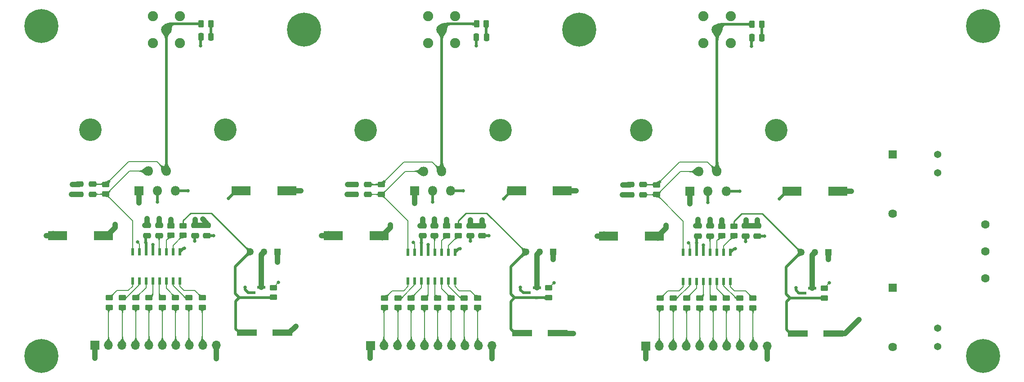
<source format=gtl>
%TF.GenerationSoftware,KiCad,Pcbnew,8.0.2*%
%TF.CreationDate,2025-05-03T05:30:05-04:00*%
%TF.ProjectId,piezo_nanopositioner_v1,7069657a-6f5f-46e6-916e-6f706f736974,rev?*%
%TF.SameCoordinates,Original*%
%TF.FileFunction,Copper,L1,Top*%
%TF.FilePolarity,Positive*%
%FSLAX46Y46*%
G04 Gerber Fmt 4.6, Leading zero omitted, Abs format (unit mm)*
G04 Created by KiCad (PCBNEW 8.0.2) date 2025-05-03 05:30:05*
%MOMM*%
%LPD*%
G01*
G04 APERTURE LIST*
G04 Aperture macros list*
%AMRoundRect*
0 Rectangle with rounded corners*
0 $1 Rounding radius*
0 $2 $3 $4 $5 $6 $7 $8 $9 X,Y pos of 4 corners*
0 Add a 4 corners polygon primitive as box body*
4,1,4,$2,$3,$4,$5,$6,$7,$8,$9,$2,$3,0*
0 Add four circle primitives for the rounded corners*
1,1,$1+$1,$2,$3*
1,1,$1+$1,$4,$5*
1,1,$1+$1,$6,$7*
1,1,$1+$1,$8,$9*
0 Add four rect primitives between the rounded corners*
20,1,$1+$1,$2,$3,$4,$5,0*
20,1,$1+$1,$4,$5,$6,$7,0*
20,1,$1+$1,$6,$7,$8,$9,0*
20,1,$1+$1,$8,$9,$2,$3,0*%
G04 Aperture macros list end*
%TA.AperFunction,SMDPad,CuDef*%
%ADD10RoundRect,0.250000X0.450000X-0.262500X0.450000X0.262500X-0.450000X0.262500X-0.450000X-0.262500X0*%
%TD*%
%TA.AperFunction,SMDPad,CuDef*%
%ADD11RoundRect,0.250000X0.475000X-0.250000X0.475000X0.250000X-0.475000X0.250000X-0.475000X-0.250000X0*%
%TD*%
%TA.AperFunction,ComponentPad*%
%ADD12C,2.006600*%
%TD*%
%TA.AperFunction,ComponentPad*%
%ADD13C,1.905000*%
%TD*%
%TA.AperFunction,SMDPad,CuDef*%
%ADD14RoundRect,0.250000X-0.475000X0.250000X-0.475000X-0.250000X0.475000X-0.250000X0.475000X0.250000X0*%
%TD*%
%TA.AperFunction,ComponentPad*%
%ADD15R,1.268000X1.268000*%
%TD*%
%TA.AperFunction,ComponentPad*%
%ADD16C,1.268000*%
%TD*%
%TA.AperFunction,ComponentPad*%
%ADD17C,0.800000*%
%TD*%
%TA.AperFunction,ComponentPad*%
%ADD18C,6.400000*%
%TD*%
%TA.AperFunction,SMDPad,CuDef*%
%ADD19R,0.558800X1.447800*%
%TD*%
%TA.AperFunction,SMDPad,CuDef*%
%ADD20R,1.500000X0.599999*%
%TD*%
%TA.AperFunction,SMDPad,CuDef*%
%ADD21RoundRect,0.250000X-0.450000X0.262500X-0.450000X-0.262500X0.450000X-0.262500X0.450000X0.262500X0*%
%TD*%
%TA.AperFunction,SMDPad,CuDef*%
%ADD22R,3.810000X1.168400*%
%TD*%
%TA.AperFunction,SMDPad,CuDef*%
%ADD23R,3.606800X1.803400*%
%TD*%
%TA.AperFunction,SMDPad,CuDef*%
%ADD24RoundRect,0.250000X0.250000X0.475000X-0.250000X0.475000X-0.250000X-0.475000X0.250000X-0.475000X0*%
%TD*%
%TA.AperFunction,WasherPad*%
%ADD25C,4.250000*%
%TD*%
%TA.AperFunction,ComponentPad*%
%ADD26R,1.625600X1.625600*%
%TD*%
%TA.AperFunction,ComponentPad*%
%ADD27C,1.625600*%
%TD*%
%TA.AperFunction,ComponentPad*%
%ADD28R,1.700000X1.700000*%
%TD*%
%TA.AperFunction,ComponentPad*%
%ADD29O,1.700000X1.700000*%
%TD*%
%TA.AperFunction,ComponentPad*%
%ADD30C,1.371600*%
%TD*%
%TA.AperFunction,ComponentPad*%
%ADD31C,1.600200*%
%TD*%
%TA.AperFunction,SMDPad,CuDef*%
%ADD32RoundRect,0.250000X-0.262500X-0.450000X0.262500X-0.450000X0.262500X0.450000X-0.262500X0.450000X0*%
%TD*%
%TA.AperFunction,ComponentPad*%
%ADD33R,1.800000X1.800000*%
%TD*%
%TA.AperFunction,ComponentPad*%
%ADD34O,1.800000X1.800000*%
%TD*%
%TA.AperFunction,ViaPad*%
%ADD35C,0.650000*%
%TD*%
%TA.AperFunction,Conductor*%
%ADD36C,0.200000*%
%TD*%
%TA.AperFunction,Conductor*%
%ADD37C,0.500000*%
%TD*%
%TA.AperFunction,Conductor*%
%ADD38C,1.000000*%
%TD*%
%TA.AperFunction,Conductor*%
%ADD39C,0.250000*%
%TD*%
G04 APERTURE END LIST*
D10*
%TO.P,R203,1*%
%TO.N,Net-(J401-Pin_4)*%
X93020000Y-101590000D03*
%TO.P,R203,2*%
%TO.N,Net-(U402-B3)*%
X93020000Y-99765000D03*
%TD*%
D11*
%TO.P,C407,1*%
%TO.N,Net-(U402-IOUT)*%
X188570000Y-80340000D03*
%TO.P,C407,2*%
%TO.N,Net-(J402-Sig)*%
X188570000Y-78440000D03*
%TD*%
D12*
%TO.P,J402,1,Sig*%
%TO.N,Net-(J402-Sig)*%
X202458100Y-49190300D03*
D13*
%TO.P,J402,2*%
%TO.N,GND*%
X199905400Y-46637600D03*
%TO.P,J402,3*%
X199905400Y-51743000D03*
%TO.P,J402,4*%
X205010800Y-51743000D03*
%TO.P,J402,5*%
X205010800Y-46637600D03*
%TD*%
D14*
%TO.P,C203,1*%
%TO.N,-15V*%
X95170000Y-86140000D03*
%TO.P,C203,2*%
%TO.N,GND*%
X95170000Y-88040000D03*
%TD*%
D12*
%TO.P,J202,1,Sig*%
%TO.N,Net-(J402-Sig)*%
X98758100Y-49190300D03*
D13*
%TO.P,J202,2*%
%TO.N,GND*%
X96205400Y-46637600D03*
%TO.P,J202,3*%
X96205400Y-51743000D03*
%TO.P,J202,4*%
X101310800Y-51743000D03*
%TO.P,J202,5*%
X101310800Y-46637600D03*
%TD*%
D14*
%TO.P,C404,1*%
%TO.N,GND*%
X207870000Y-86240000D03*
%TO.P,C404,2*%
%TO.N,+15V*%
X207870000Y-88140000D03*
%TD*%
D15*
%TO.P,RV201,1,1*%
%TO.N,GND*%
X119710000Y-91090000D03*
D16*
%TO.P,RV201,2,2*%
%TO.N,Net-(U401-REF)*%
X117170000Y-91090000D03*
%TO.P,RV201,3,3*%
%TO.N,/Z_DAC/VRef+*%
X114630000Y-91090000D03*
%TD*%
D14*
%TO.P,C403,1*%
%TO.N,-15V*%
X198870000Y-86240000D03*
%TO.P,C403,2*%
%TO.N,GND*%
X198870000Y-88140000D03*
%TD*%
D17*
%TO.P,H5,1*%
%TO.N,N/C*%
X122300000Y-49200000D03*
X123002944Y-47502944D03*
X123002944Y-50897056D03*
X124700000Y-46800000D03*
D18*
X124700000Y-49200000D03*
D17*
X124700000Y-51600000D03*
X126397056Y-47502944D03*
X126397056Y-50897056D03*
X127100000Y-49200000D03*
%TD*%
D10*
%TO.P,R402,1*%
%TO.N,Net-(J401-Pin_3)*%
X194220000Y-101690000D03*
%TO.P,R402,2*%
%TO.N,Net-(U402-B2)*%
X194220000Y-99865000D03*
%TD*%
%TO.P,R207,1*%
%TO.N,Net-(J401-Pin_8)*%
X103020000Y-101590000D03*
%TO.P,R207,2*%
%TO.N,Net-(U402-B7)*%
X103020000Y-99765000D03*
%TD*%
D15*
%TO.P,RV401,1,1*%
%TO.N,GND*%
X223410000Y-91190000D03*
D16*
%TO.P,RV401,2,2*%
%TO.N,Net-(U401-REF)*%
X220870000Y-91190000D03*
%TO.P,RV401,3,3*%
%TO.N,/Z_DAC/VRef+*%
X218330000Y-91190000D03*
%TD*%
D19*
%TO.P,U202,1,V+*%
%TO.N,+15V*%
X101290000Y-91129000D03*
%TO.P,U202,2,VREF(+)*%
%TO.N,Net-(U402-VREF(+))*%
X100020000Y-91129000D03*
%TO.P,U202,3,VREF(-)*%
%TO.N,Net-(U402-VREF(-))*%
X98750000Y-91129000D03*
%TO.P,U202,4,COMP*%
%TO.N,Net-(U402-COMP)*%
X97480000Y-91129000D03*
%TO.P,U202,5,VLC*%
%TO.N,GND*%
X96210000Y-91129000D03*
%TO.P,U202,6,~IOUT*%
X94940000Y-91129000D03*
%TO.P,U202,7,V-*%
%TO.N,-15V*%
X93670000Y-91129000D03*
%TO.P,U202,8,IOUT*%
%TO.N,Net-(U402-IOUT)*%
X92400000Y-91129000D03*
%TO.P,U202,9,B1*%
%TO.N,Net-(U402-B1)*%
X92400000Y-96590000D03*
%TO.P,U202,10,B2*%
%TO.N,Net-(U402-B2)*%
X93670000Y-96590000D03*
%TO.P,U202,11,B3*%
%TO.N,Net-(U402-B3)*%
X94940000Y-96590000D03*
%TO.P,U202,12,B4*%
%TO.N,Net-(U402-B4)*%
X96210000Y-96590000D03*
%TO.P,U202,13,B5*%
%TO.N,Net-(U402-B5)*%
X97480000Y-96590000D03*
%TO.P,U202,14,B6*%
%TO.N,Net-(U402-B6)*%
X98750000Y-96590000D03*
%TO.P,U202,15,B7*%
%TO.N,Net-(U402-B7)*%
X100020000Y-96590000D03*
%TO.P,U202,16,B8*%
%TO.N,Net-(U402-B8)*%
X101290000Y-96590000D03*
%TD*%
D11*
%TO.P,C207,1*%
%TO.N,Net-(U402-IOUT)*%
X84870000Y-80240000D03*
%TO.P,C207,2*%
%TO.N,Net-(J402-Sig)*%
X84870000Y-78340000D03*
%TD*%
D20*
%TO.P,U401,1,c*%
%TO.N,/Z_DAC/VRef+*%
X220370000Y-99839999D03*
%TO.P,U401,2,REF*%
%TO.N,Net-(U401-REF)*%
X220370000Y-97940000D03*
%TO.P,U401,3,a*%
%TO.N,GND*%
X218470001Y-98889998D03*
%TD*%
D21*
%TO.P,R209,1*%
%TO.N,+15V*%
X118920001Y-97877498D03*
%TO.P,R209,2*%
%TO.N,/Z_DAC/VRef+*%
X118920001Y-99702498D03*
%TD*%
D10*
%TO.P,R302,1*%
%TO.N,Net-(J401-Pin_3)*%
X142370000Y-101640000D03*
%TO.P,R302,2*%
%TO.N,Net-(U402-B2)*%
X142370000Y-99815000D03*
%TD*%
D22*
%TO.P,C401,1*%
%TO.N,/Z_DAC/VRef+*%
X217617200Y-106490000D03*
%TO.P,C401,2*%
%TO.N,GND*%
X224322800Y-106490000D03*
%TD*%
D11*
%TO.P,C408,1*%
%TO.N,GND*%
X186120000Y-80340000D03*
%TO.P,C408,2*%
%TO.N,-15V*%
X186120000Y-78440000D03*
%TD*%
D14*
%TO.P,C303,1*%
%TO.N,-15V*%
X147020000Y-86190000D03*
%TO.P,C303,2*%
%TO.N,GND*%
X147020000Y-88090000D03*
%TD*%
D10*
%TO.P,R407,1*%
%TO.N,Net-(J401-Pin_8)*%
X206720000Y-101690000D03*
%TO.P,R407,2*%
%TO.N,Net-(U402-B7)*%
X206720000Y-99865000D03*
%TD*%
D11*
%TO.P,C209,1*%
%TO.N,+15V*%
X106370000Y-88040000D03*
%TO.P,C209,2*%
%TO.N,GND*%
X106370000Y-86140000D03*
%TD*%
D15*
%TO.P,RV301,1,1*%
%TO.N,GND*%
X171560000Y-91140000D03*
D16*
%TO.P,RV301,2,2*%
%TO.N,Net-(U401-REF)*%
X169020000Y-91140000D03*
%TO.P,RV301,3,3*%
%TO.N,/Z_DAC/VRef+*%
X166480000Y-91140000D03*
%TD*%
D10*
%TO.P,R308,1*%
%TO.N,Net-(J401-Pin_9)*%
X157370000Y-101640000D03*
%TO.P,R308,2*%
%TO.N,Net-(U402-B8)*%
X157370000Y-99815000D03*
%TD*%
%TO.P,R304,1*%
%TO.N,Net-(J401-Pin_5)*%
X147370000Y-101640000D03*
%TO.P,R304,2*%
%TO.N,Net-(U402-B4)*%
X147370000Y-99815000D03*
%TD*%
D23*
%TO.P,C306,1*%
%TO.N,+15V*%
X164714700Y-79640000D03*
%TO.P,C306,2*%
%TO.N,GND*%
X173325300Y-79640000D03*
%TD*%
D10*
%TO.P,R202,1*%
%TO.N,Net-(J401-Pin_3)*%
X90520000Y-101590000D03*
%TO.P,R202,2*%
%TO.N,Net-(U402-B2)*%
X90520000Y-99765000D03*
%TD*%
D24*
%TO.P,C410,1*%
%TO.N,Net-(C410-Pad1)*%
X210908100Y-50690300D03*
%TO.P,C410,2*%
%TO.N,GND*%
X209008100Y-50690300D03*
%TD*%
%TO.P,C210,1*%
%TO.N,Net-(C410-Pad1)*%
X107208100Y-50590300D03*
%TO.P,C210,2*%
%TO.N,GND*%
X105308100Y-50590300D03*
%TD*%
D11*
%TO.P,C202,1*%
%TO.N,Net-(U402-COMP)*%
X97420000Y-88040000D03*
%TO.P,C202,2*%
%TO.N,-15V*%
X97420000Y-86140000D03*
%TD*%
D10*
%TO.P,R303,1*%
%TO.N,Net-(J401-Pin_4)*%
X144870000Y-101640000D03*
%TO.P,R303,2*%
%TO.N,Net-(U402-B3)*%
X144870000Y-99815000D03*
%TD*%
D17*
%TO.P,H1,1*%
%TO.N,N/C*%
X72850000Y-48500000D03*
X73552944Y-46802944D03*
X73552944Y-50197056D03*
X75250000Y-46100000D03*
D18*
X75250000Y-48500000D03*
D17*
X75250000Y-50900000D03*
X76947056Y-46802944D03*
X76947056Y-50197056D03*
X77650000Y-48500000D03*
%TD*%
D10*
%TO.P,R312,1*%
%TO.N,Net-(U402-IOUT)*%
X139220000Y-80252500D03*
%TO.P,R312,2*%
%TO.N,Net-(J402-Sig)*%
X139220000Y-78427500D03*
%TD*%
%TO.P,R401,1*%
%TO.N,Net-(J401-Pin_2)*%
X191720000Y-101690000D03*
%TO.P,R401,2*%
%TO.N,Net-(U402-B1)*%
X191720000Y-99865000D03*
%TD*%
%TO.P,R301,1*%
%TO.N,Net-(J401-Pin_2)*%
X139870000Y-101640000D03*
%TO.P,R301,2*%
%TO.N,Net-(U402-B1)*%
X139870000Y-99815000D03*
%TD*%
D25*
%TO.P,Heatsink,*%
%TO.N,*%
X188170000Y-68190000D03*
X213570000Y-68190000D03*
%TD*%
D26*
%TO.P,D101,1,K*%
%TO.N,+15V*%
X235500000Y-72750000D03*
D27*
%TO.P,D101,2,A*%
%TO.N,GND*%
X235500000Y-83926000D03*
%TD*%
D28*
%TO.P,J401,1,Pin_1*%
%TO.N,GND*%
X189045000Y-108865000D03*
D29*
%TO.P,J401,2,Pin_2*%
%TO.N,Net-(J401-Pin_2)*%
X191585000Y-108865000D03*
%TO.P,J401,3,Pin_3*%
%TO.N,Net-(J401-Pin_3)*%
X194125000Y-108865000D03*
%TO.P,J401,4,Pin_4*%
%TO.N,Net-(J401-Pin_4)*%
X196665000Y-108865000D03*
%TO.P,J401,5,Pin_5*%
%TO.N,Net-(J401-Pin_5)*%
X199205000Y-108865000D03*
%TO.P,J401,6,Pin_6*%
%TO.N,Net-(J401-Pin_6)*%
X201745000Y-108865000D03*
%TO.P,J401,7,Pin_7*%
%TO.N,Net-(J401-Pin_7)*%
X204285000Y-108865000D03*
%TO.P,J401,8,Pin_8*%
%TO.N,Net-(J401-Pin_8)*%
X206825000Y-108865000D03*
%TO.P,J401,9,Pin_9*%
%TO.N,Net-(J401-Pin_9)*%
X209365000Y-108865000D03*
%TO.P,J401,10,Pin_10*%
%TO.N,GND*%
X211905000Y-108865000D03*
%TD*%
D17*
%TO.P,H3,1*%
%TO.N,N/C*%
X250100000Y-110750000D03*
X250802944Y-109052944D03*
X250802944Y-112447056D03*
X252500000Y-108350000D03*
D18*
X252500000Y-110750000D03*
D17*
X252500000Y-113150000D03*
X254197056Y-109052944D03*
X254197056Y-112447056D03*
X254900000Y-110750000D03*
%TD*%
D25*
%TO.P,Heatsink,*%
%TO.N,*%
X84470000Y-68090000D03*
X109870000Y-68090000D03*
%TD*%
D11*
%TO.P,C309,1*%
%TO.N,+15V*%
X158220000Y-88090000D03*
%TO.P,C309,2*%
%TO.N,GND*%
X158220000Y-86190000D03*
%TD*%
D17*
%TO.P,H2,1*%
%TO.N,N/C*%
X72850000Y-110750000D03*
X73552944Y-109052944D03*
X73552944Y-112447056D03*
X75250000Y-108350000D03*
D18*
X75250000Y-110750000D03*
D17*
X75250000Y-113150000D03*
X76947056Y-109052944D03*
X76947056Y-112447056D03*
X77650000Y-110750000D03*
%TD*%
D10*
%TO.P,R405,1*%
%TO.N,Net-(J401-Pin_6)*%
X201720000Y-101690000D03*
%TO.P,R405,2*%
%TO.N,Net-(U402-B5)*%
X201720000Y-99865000D03*
%TD*%
%TO.P,R212,1*%
%TO.N,Net-(U402-IOUT)*%
X87370000Y-80202500D03*
%TO.P,R212,2*%
%TO.N,Net-(J402-Sig)*%
X87370000Y-78377500D03*
%TD*%
D20*
%TO.P,U301,1,c*%
%TO.N,/Z_DAC/VRef+*%
X168520000Y-99789999D03*
%TO.P,U301,2,REF*%
%TO.N,Net-(U401-REF)*%
X168520000Y-97890000D03*
%TO.P,U301,3,a*%
%TO.N,GND*%
X166620001Y-98839998D03*
%TD*%
D28*
%TO.P,J201,1,Pin_1*%
%TO.N,GND*%
X85345000Y-108765000D03*
D29*
%TO.P,J201,2,Pin_2*%
%TO.N,Net-(J401-Pin_2)*%
X87885000Y-108765000D03*
%TO.P,J201,3,Pin_3*%
%TO.N,Net-(J401-Pin_3)*%
X90425000Y-108765000D03*
%TO.P,J201,4,Pin_4*%
%TO.N,Net-(J401-Pin_4)*%
X92965000Y-108765000D03*
%TO.P,J201,5,Pin_5*%
%TO.N,Net-(J401-Pin_5)*%
X95505000Y-108765000D03*
%TO.P,J201,6,Pin_6*%
%TO.N,Net-(J401-Pin_6)*%
X98045000Y-108765000D03*
%TO.P,J201,7,Pin_7*%
%TO.N,Net-(J401-Pin_7)*%
X100585000Y-108765000D03*
%TO.P,J201,8,Pin_8*%
%TO.N,Net-(J401-Pin_8)*%
X103125000Y-108765000D03*
%TO.P,J201,9,Pin_9*%
%TO.N,Net-(J401-Pin_9)*%
X105665000Y-108765000D03*
%TO.P,J201,10,Pin_10*%
%TO.N,GND*%
X108205000Y-108765000D03*
%TD*%
D22*
%TO.P,C301,1*%
%TO.N,/Z_DAC/VRef+*%
X165767200Y-106440000D03*
%TO.P,C301,2*%
%TO.N,GND*%
X172472800Y-106440000D03*
%TD*%
D28*
%TO.P,J301,1,Pin_1*%
%TO.N,GND*%
X137195000Y-108815000D03*
D29*
%TO.P,J301,2,Pin_2*%
%TO.N,Net-(J401-Pin_2)*%
X139735000Y-108815000D03*
%TO.P,J301,3,Pin_3*%
%TO.N,Net-(J401-Pin_3)*%
X142275000Y-108815000D03*
%TO.P,J301,4,Pin_4*%
%TO.N,Net-(J401-Pin_4)*%
X144815000Y-108815000D03*
%TO.P,J301,5,Pin_5*%
%TO.N,Net-(J401-Pin_5)*%
X147355000Y-108815000D03*
%TO.P,J301,6,Pin_6*%
%TO.N,Net-(J401-Pin_6)*%
X149895000Y-108815000D03*
%TO.P,J301,7,Pin_7*%
%TO.N,Net-(J401-Pin_7)*%
X152435000Y-108815000D03*
%TO.P,J301,8,Pin_8*%
%TO.N,Net-(J401-Pin_8)*%
X154975000Y-108815000D03*
%TO.P,J301,9,Pin_9*%
%TO.N,Net-(J401-Pin_9)*%
X157515000Y-108815000D03*
%TO.P,J301,10,Pin_10*%
%TO.N,GND*%
X160055000Y-108815000D03*
%TD*%
D10*
%TO.P,R307,1*%
%TO.N,Net-(J401-Pin_8)*%
X154870000Y-101640000D03*
%TO.P,R307,2*%
%TO.N,Net-(U402-B7)*%
X154870000Y-99815000D03*
%TD*%
D23*
%TO.P,C206,1*%
%TO.N,+15V*%
X112864700Y-79590000D03*
%TO.P,C206,2*%
%TO.N,GND*%
X121475300Y-79590000D03*
%TD*%
D11*
%TO.P,C308,1*%
%TO.N,GND*%
X134270000Y-80290000D03*
%TO.P,C308,2*%
%TO.N,-15V*%
X134270000Y-78390000D03*
%TD*%
D26*
%TO.P,D102,1,K*%
%TO.N,GND*%
X235500000Y-97860500D03*
D27*
%TO.P,D102,2,A*%
%TO.N,-15V*%
X235500000Y-109036500D03*
%TD*%
D10*
%TO.P,R404,1*%
%TO.N,Net-(J401-Pin_5)*%
X199220000Y-101690000D03*
%TO.P,R404,2*%
%TO.N,Net-(U402-B4)*%
X199220000Y-99865000D03*
%TD*%
D25*
%TO.P,Heatsink,*%
%TO.N,*%
X136320000Y-68140000D03*
X161720000Y-68140000D03*
%TD*%
D19*
%TO.P,U402,1,V+*%
%TO.N,+15V*%
X204990000Y-91229000D03*
%TO.P,U402,2,VREF(+)*%
%TO.N,Net-(U402-VREF(+))*%
X203720000Y-91229000D03*
%TO.P,U402,3,VREF(-)*%
%TO.N,Net-(U402-VREF(-))*%
X202450000Y-91229000D03*
%TO.P,U402,4,COMP*%
%TO.N,Net-(U402-COMP)*%
X201180000Y-91229000D03*
%TO.P,U402,5,VLC*%
%TO.N,GND*%
X199910000Y-91229000D03*
%TO.P,U402,6,~IOUT*%
X198640000Y-91229000D03*
%TO.P,U402,7,V-*%
%TO.N,-15V*%
X197370000Y-91229000D03*
%TO.P,U402,8,IOUT*%
%TO.N,Net-(U402-IOUT)*%
X196100000Y-91229000D03*
%TO.P,U402,9,B1*%
%TO.N,Net-(U402-B1)*%
X196100000Y-96690000D03*
%TO.P,U402,10,B2*%
%TO.N,Net-(U402-B2)*%
X197370000Y-96690000D03*
%TO.P,U402,11,B3*%
%TO.N,Net-(U402-B3)*%
X198640000Y-96690000D03*
%TO.P,U402,12,B4*%
%TO.N,Net-(U402-B4)*%
X199910000Y-96690000D03*
%TO.P,U402,13,B5*%
%TO.N,Net-(U402-B5)*%
X201180000Y-96690000D03*
%TO.P,U402,14,B6*%
%TO.N,Net-(U402-B6)*%
X202450000Y-96690000D03*
%TO.P,U402,15,B7*%
%TO.N,Net-(U402-B7)*%
X203720000Y-96690000D03*
%TO.P,U402,16,B8*%
%TO.N,Net-(U402-B8)*%
X204990000Y-96690000D03*
%TD*%
D22*
%TO.P,C201,1*%
%TO.N,/Z_DAC/VRef+*%
X113917200Y-106390000D03*
%TO.P,C201,2*%
%TO.N,GND*%
X120622800Y-106390000D03*
%TD*%
D10*
%TO.P,R204,1*%
%TO.N,Net-(J401-Pin_5)*%
X95520000Y-101590000D03*
%TO.P,R204,2*%
%TO.N,Net-(U402-B4)*%
X95520000Y-99765000D03*
%TD*%
D30*
%TO.P,C101,1*%
%TO.N,+15V*%
X244000000Y-72750000D03*
%TO.P,C101,2*%
%TO.N,GND*%
X244000000Y-76250001D03*
%TD*%
D10*
%TO.P,R306,1*%
%TO.N,Net-(J401-Pin_7)*%
X152370000Y-101640000D03*
%TO.P,R306,2*%
%TO.N,Net-(U402-B6)*%
X152370000Y-99815000D03*
%TD*%
%TO.P,R403,1*%
%TO.N,Net-(J401-Pin_4)*%
X196720000Y-101690000D03*
%TO.P,R403,2*%
%TO.N,Net-(U402-B3)*%
X196720000Y-99865000D03*
%TD*%
D11*
%TO.P,C208,1*%
%TO.N,GND*%
X82420000Y-80240000D03*
%TO.P,C208,2*%
%TO.N,-15V*%
X82420000Y-78340000D03*
%TD*%
D31*
%TO.P,J101,1,1*%
%TO.N,+15V*%
X253000000Y-85920000D03*
%TO.P,J101,2,2*%
%TO.N,GND*%
X253000000Y-91000000D03*
%TO.P,J101,3,3*%
%TO.N,-15V*%
X253000000Y-96080000D03*
%TD*%
D10*
%TO.P,R201,1*%
%TO.N,Net-(J401-Pin_2)*%
X88020000Y-101590000D03*
%TO.P,R201,2*%
%TO.N,Net-(U402-B1)*%
X88020000Y-99765000D03*
%TD*%
D21*
%TO.P,R309,1*%
%TO.N,+15V*%
X170770001Y-97927498D03*
%TO.P,R309,2*%
%TO.N,/Z_DAC/VRef+*%
X170770001Y-99752498D03*
%TD*%
D30*
%TO.P,C102,1*%
%TO.N,GND*%
X244000000Y-105499999D03*
%TO.P,C102,2*%
%TO.N,-15V*%
X244000000Y-109000000D03*
%TD*%
D20*
%TO.P,U201,1,c*%
%TO.N,/Z_DAC/VRef+*%
X116670000Y-99739999D03*
%TO.P,U201,2,REF*%
%TO.N,Net-(U401-REF)*%
X116670000Y-97840000D03*
%TO.P,U201,3,a*%
%TO.N,GND*%
X114770001Y-98789998D03*
%TD*%
D10*
%TO.P,R406,1*%
%TO.N,Net-(J401-Pin_7)*%
X204220000Y-101690000D03*
%TO.P,R406,2*%
%TO.N,Net-(U402-B6)*%
X204220000Y-99865000D03*
%TD*%
D11*
%TO.P,C402,1*%
%TO.N,Net-(U402-COMP)*%
X201120000Y-88140000D03*
%TO.P,C402,2*%
%TO.N,-15V*%
X201120000Y-86240000D03*
%TD*%
D10*
%TO.P,R408,1*%
%TO.N,Net-(J401-Pin_9)*%
X209220000Y-101690000D03*
%TO.P,R408,2*%
%TO.N,Net-(U402-B8)*%
X209220000Y-99865000D03*
%TD*%
D11*
%TO.P,C307,1*%
%TO.N,Net-(U402-IOUT)*%
X136720000Y-80290000D03*
%TO.P,C307,2*%
%TO.N,Net-(J402-Sig)*%
X136720000Y-78390000D03*
%TD*%
D32*
%TO.P,R313,1*%
%TO.N,Net-(J402-Sig)*%
X157195600Y-48140300D03*
%TO.P,R313,2*%
%TO.N,Net-(C410-Pad1)*%
X159020600Y-48140300D03*
%TD*%
D17*
%TO.P,H6,1*%
%TO.N,N/C*%
X174100000Y-49200000D03*
X174802944Y-47502944D03*
X174802944Y-50897056D03*
X176500000Y-46800000D03*
D18*
X176500000Y-49200000D03*
D17*
X176500000Y-51600000D03*
X178197056Y-47502944D03*
X178197056Y-50897056D03*
X178900000Y-49200000D03*
%TD*%
D10*
%TO.P,R410,1*%
%TO.N,Net-(U402-VREF(-))*%
X203370000Y-88102500D03*
%TO.P,R410,2*%
%TO.N,GND*%
X203370000Y-86277500D03*
%TD*%
%TO.P,R206,1*%
%TO.N,Net-(J401-Pin_7)*%
X100520000Y-101590000D03*
%TO.P,R206,2*%
%TO.N,Net-(U402-B6)*%
X100520000Y-99765000D03*
%TD*%
D21*
%TO.P,R409,1*%
%TO.N,+15V*%
X222620001Y-97977498D03*
%TO.P,R409,2*%
%TO.N,/Z_DAC/VRef+*%
X222620001Y-99802498D03*
%TD*%
D10*
%TO.P,R305,1*%
%TO.N,Net-(J401-Pin_6)*%
X149870000Y-101640000D03*
%TO.P,R305,2*%
%TO.N,Net-(U402-B5)*%
X149870000Y-99815000D03*
%TD*%
D33*
%TO.P,U203,1,+*%
%TO.N,GND*%
X93658100Y-79590300D03*
D34*
%TO.P,U203,2,-*%
%TO.N,Net-(U402-IOUT)*%
X95358100Y-75890300D03*
%TO.P,U203,3,-Vs*%
%TO.N,-15V*%
X97058100Y-79590300D03*
%TO.P,U203,4*%
%TO.N,Net-(J402-Sig)*%
X98758100Y-75890300D03*
%TO.P,U203,5,+Vs*%
%TO.N,+15V*%
X100458100Y-79590300D03*
%TD*%
D19*
%TO.P,U302,1,V+*%
%TO.N,+15V*%
X153140000Y-91179000D03*
%TO.P,U302,2,VREF(+)*%
%TO.N,Net-(U402-VREF(+))*%
X151870000Y-91179000D03*
%TO.P,U302,3,VREF(-)*%
%TO.N,Net-(U402-VREF(-))*%
X150600000Y-91179000D03*
%TO.P,U302,4,COMP*%
%TO.N,Net-(U402-COMP)*%
X149330000Y-91179000D03*
%TO.P,U302,5,VLC*%
%TO.N,GND*%
X148060000Y-91179000D03*
%TO.P,U302,6,~IOUT*%
X146790000Y-91179000D03*
%TO.P,U302,7,V-*%
%TO.N,-15V*%
X145520000Y-91179000D03*
%TO.P,U302,8,IOUT*%
%TO.N,Net-(U402-IOUT)*%
X144250000Y-91179000D03*
%TO.P,U302,9,B1*%
%TO.N,Net-(U402-B1)*%
X144250000Y-96640000D03*
%TO.P,U302,10,B2*%
%TO.N,Net-(U402-B2)*%
X145520000Y-96640000D03*
%TO.P,U302,11,B3*%
%TO.N,Net-(U402-B3)*%
X146790000Y-96640000D03*
%TO.P,U302,12,B4*%
%TO.N,Net-(U402-B4)*%
X148060000Y-96640000D03*
%TO.P,U302,13,B5*%
%TO.N,Net-(U402-B5)*%
X149330000Y-96640000D03*
%TO.P,U302,14,B6*%
%TO.N,Net-(U402-B6)*%
X150600000Y-96640000D03*
%TO.P,U302,15,B7*%
%TO.N,Net-(U402-B7)*%
X151870000Y-96640000D03*
%TO.P,U302,16,B8*%
%TO.N,Net-(U402-B8)*%
X153140000Y-96640000D03*
%TD*%
D23*
%TO.P,C405,1*%
%TO.N,GND*%
X190644050Y-88140000D03*
%TO.P,C405,2*%
%TO.N,-15V*%
X182033450Y-88140000D03*
%TD*%
D32*
%TO.P,R413,1*%
%TO.N,Net-(J402-Sig)*%
X209045600Y-48190300D03*
%TO.P,R413,2*%
%TO.N,Net-(C410-Pad1)*%
X210870600Y-48190300D03*
%TD*%
D10*
%TO.P,R311,1*%
%TO.N,Net-(U402-VREF(+))*%
X153770000Y-88052500D03*
%TO.P,R311,2*%
%TO.N,/Z_DAC/VRef+*%
X153770000Y-86227500D03*
%TD*%
D24*
%TO.P,C310,1*%
%TO.N,Net-(C410-Pad1)*%
X159058100Y-50640300D03*
%TO.P,C310,2*%
%TO.N,GND*%
X157158100Y-50640300D03*
%TD*%
D10*
%TO.P,R208,1*%
%TO.N,Net-(J401-Pin_9)*%
X105520000Y-101590000D03*
%TO.P,R208,2*%
%TO.N,Net-(U402-B8)*%
X105520000Y-99765000D03*
%TD*%
D17*
%TO.P,H4,1*%
%TO.N,N/C*%
X250100000Y-48500000D03*
X250802944Y-46802944D03*
X250802944Y-50197056D03*
X252500000Y-46100000D03*
D18*
X252500000Y-48500000D03*
D17*
X252500000Y-50900000D03*
X254197056Y-46802944D03*
X254197056Y-50197056D03*
X254900000Y-48500000D03*
%TD*%
D33*
%TO.P,U403,1,+*%
%TO.N,GND*%
X197358100Y-79690300D03*
D34*
%TO.P,U403,2,-*%
%TO.N,Net-(U402-IOUT)*%
X199058100Y-75990300D03*
%TO.P,U403,3,-Vs*%
%TO.N,-15V*%
X200758100Y-79690300D03*
%TO.P,U403,4*%
%TO.N,Net-(J402-Sig)*%
X202458100Y-75990300D03*
%TO.P,U403,5,+Vs*%
%TO.N,+15V*%
X204158100Y-79690300D03*
%TD*%
D14*
%TO.P,C304,1*%
%TO.N,GND*%
X156020000Y-86190000D03*
%TO.P,C304,2*%
%TO.N,+15V*%
X156020000Y-88090000D03*
%TD*%
D10*
%TO.P,R211,1*%
%TO.N,Net-(U402-VREF(+))*%
X101920000Y-88002500D03*
%TO.P,R211,2*%
%TO.N,/Z_DAC/VRef+*%
X101920000Y-86177500D03*
%TD*%
D14*
%TO.P,C204,1*%
%TO.N,GND*%
X104170000Y-86140000D03*
%TO.P,C204,2*%
%TO.N,+15V*%
X104170000Y-88040000D03*
%TD*%
D12*
%TO.P,J302,1,Sig*%
%TO.N,Net-(J402-Sig)*%
X150608100Y-49190300D03*
D13*
%TO.P,J302,2*%
%TO.N,GND*%
X148055400Y-46637600D03*
%TO.P,J302,3*%
X148055400Y-51743000D03*
%TO.P,J302,4*%
X153160800Y-51743000D03*
%TO.P,J302,5*%
X153160800Y-46637600D03*
%TD*%
D10*
%TO.P,R210,1*%
%TO.N,Net-(U402-VREF(-))*%
X99670000Y-88002500D03*
%TO.P,R210,2*%
%TO.N,GND*%
X99670000Y-86177500D03*
%TD*%
D11*
%TO.P,C409,1*%
%TO.N,+15V*%
X210070000Y-88140000D03*
%TO.P,C409,2*%
%TO.N,GND*%
X210070000Y-86240000D03*
%TD*%
D33*
%TO.P,U303,1,+*%
%TO.N,GND*%
X145508100Y-79640300D03*
D34*
%TO.P,U303,2,-*%
%TO.N,Net-(U402-IOUT)*%
X147208100Y-75940300D03*
%TO.P,U303,3,-Vs*%
%TO.N,-15V*%
X148908100Y-79640300D03*
%TO.P,U303,4*%
%TO.N,Net-(J402-Sig)*%
X150608100Y-75940300D03*
%TO.P,U303,5,+Vs*%
%TO.N,+15V*%
X152308100Y-79640300D03*
%TD*%
D10*
%TO.P,R310,1*%
%TO.N,Net-(U402-VREF(-))*%
X151520000Y-88052500D03*
%TO.P,R310,2*%
%TO.N,GND*%
X151520000Y-86227500D03*
%TD*%
D32*
%TO.P,R213,1*%
%TO.N,Net-(J402-Sig)*%
X105345600Y-48090300D03*
%TO.P,R213,2*%
%TO.N,Net-(C410-Pad1)*%
X107170600Y-48090300D03*
%TD*%
D10*
%TO.P,R205,1*%
%TO.N,Net-(J401-Pin_6)*%
X98020000Y-101590000D03*
%TO.P,R205,2*%
%TO.N,Net-(U402-B5)*%
X98020000Y-99765000D03*
%TD*%
D11*
%TO.P,C302,1*%
%TO.N,Net-(U402-COMP)*%
X149270000Y-88090000D03*
%TO.P,C302,2*%
%TO.N,-15V*%
X149270000Y-86190000D03*
%TD*%
D23*
%TO.P,C305,1*%
%TO.N,GND*%
X138794050Y-88090000D03*
%TO.P,C305,2*%
%TO.N,-15V*%
X130183450Y-88090000D03*
%TD*%
D10*
%TO.P,R411,1*%
%TO.N,Net-(U402-VREF(+))*%
X205620000Y-88102500D03*
%TO.P,R411,2*%
%TO.N,/Z_DAC/VRef+*%
X205620000Y-86277500D03*
%TD*%
D23*
%TO.P,C406,1*%
%TO.N,+15V*%
X216564700Y-79690000D03*
%TO.P,C406,2*%
%TO.N,GND*%
X225175300Y-79690000D03*
%TD*%
%TO.P,C205,1*%
%TO.N,GND*%
X86944050Y-88040000D03*
%TO.P,C205,2*%
%TO.N,-15V*%
X78333450Y-88040000D03*
%TD*%
D10*
%TO.P,R412,1*%
%TO.N,Net-(U402-IOUT)*%
X191070000Y-80302500D03*
%TO.P,R412,2*%
%TO.N,Net-(J402-Sig)*%
X191070000Y-78477500D03*
%TD*%
D35*
%TO.N,+15V*%
X154058100Y-90490300D03*
X102880000Y-79570000D03*
X104158100Y-89040300D03*
X102208100Y-90440300D03*
X207858100Y-89140300D03*
X107658100Y-88040300D03*
X154630000Y-79610000D03*
X156008100Y-89090300D03*
X211358100Y-88140300D03*
X159508100Y-88090300D03*
X223607649Y-96989849D03*
X162308100Y-81090300D03*
X206720000Y-79690000D03*
X110458100Y-81040300D03*
X205908100Y-90540300D03*
X171757649Y-96939849D03*
X119907649Y-96889849D03*
X214158100Y-81140300D03*
%TO.N,GND*%
X146758100Y-89390300D03*
X208958100Y-52340300D03*
X175908100Y-79640300D03*
X105258100Y-52240300D03*
X89108100Y-85990300D03*
X184658100Y-80340300D03*
X156058100Y-85090300D03*
X160058100Y-111290300D03*
X132808100Y-80290300D03*
X223408100Y-92590300D03*
X197320000Y-82070000D03*
X175408100Y-106490300D03*
X217308100Y-97890300D03*
X229150000Y-103910000D03*
X207908100Y-85140300D03*
X198608100Y-89440300D03*
X192808100Y-86090300D03*
X189008100Y-111240300D03*
X211908100Y-111340300D03*
X85308100Y-111140300D03*
X137158100Y-111190300D03*
X165458100Y-97840300D03*
X171558100Y-92540300D03*
X151508100Y-85040300D03*
X203358100Y-85090300D03*
X105620000Y-84930000D03*
X227758100Y-79690300D03*
X99658100Y-84990300D03*
X80958100Y-80240300D03*
X113608100Y-97790300D03*
X124058100Y-79590300D03*
X96208100Y-89740300D03*
X119690000Y-93030000D03*
X94908100Y-89340300D03*
X199908100Y-89840300D03*
X104208100Y-85040300D03*
X158208100Y-85090300D03*
X140958100Y-86040300D03*
X93630000Y-81860000D03*
X157108100Y-52290300D03*
X123180000Y-105140000D03*
X210058100Y-85140300D03*
X145500000Y-81930000D03*
X108208100Y-111240300D03*
X148058100Y-89790300D03*
%TO.N,-15V*%
X179858100Y-88140300D03*
X81058100Y-78390300D03*
X76158100Y-88040300D03*
X198858100Y-84990300D03*
X93408100Y-89290300D03*
X184758100Y-78490300D03*
X145258100Y-89340300D03*
X147008100Y-84940300D03*
X128008100Y-88090300D03*
X97408100Y-84890300D03*
X197108100Y-89390300D03*
X149258100Y-84940300D03*
X148900000Y-81700000D03*
X97100000Y-81740000D03*
X201108100Y-84990300D03*
X132908100Y-78440300D03*
X200760000Y-81830000D03*
X95158100Y-84890300D03*
%TD*%
D36*
%TO.N,+15V*%
X223607649Y-96989849D02*
X223607649Y-96989850D01*
D37*
X159508100Y-88090300D02*
X158220300Y-88090300D01*
X110458100Y-81040300D02*
X111908400Y-79590000D01*
X206720000Y-79690000D02*
X204158400Y-79690000D01*
X156008100Y-88101900D02*
X156020000Y-88090000D01*
X205908100Y-90540300D02*
X205678700Y-90540300D01*
X111908400Y-79590000D02*
X112864700Y-79590000D01*
X107658100Y-88040300D02*
X106370300Y-88040300D01*
X205678700Y-90540300D02*
X204990000Y-91229000D01*
X101978700Y-90440300D02*
X101290000Y-91129000D01*
D36*
X119907649Y-96889849D02*
X119907649Y-96889850D01*
D37*
X207858100Y-88151900D02*
X207870000Y-88140000D01*
X214158100Y-81140300D02*
X215608400Y-79690000D01*
X153828700Y-90490300D02*
X153140000Y-91179000D01*
X163758400Y-79640000D02*
X164714700Y-79640000D01*
X211358100Y-88140300D02*
X210070300Y-88140300D01*
X204158400Y-79690000D02*
X204158100Y-79690300D01*
D38*
X215921092Y-79690000D02*
X216564700Y-79690000D01*
D37*
X102880000Y-79570000D02*
X100478400Y-79570000D01*
X106370300Y-88040300D02*
X106370000Y-88040000D01*
X154630000Y-79610000D02*
X152338400Y-79610000D01*
D38*
X112221092Y-79590000D02*
X112864700Y-79590000D01*
X164071092Y-79640000D02*
X164714700Y-79640000D01*
D36*
X171757649Y-96939849D02*
X171757649Y-96939850D01*
D37*
X210070300Y-88140300D02*
X210070000Y-88140000D01*
X152338400Y-79610000D02*
X152308100Y-79640300D01*
X104158100Y-88051900D02*
X104170000Y-88040000D01*
X102208100Y-90440300D02*
X101978700Y-90440300D01*
X207858100Y-89140300D02*
X207858100Y-88151900D01*
X156008100Y-89090300D02*
X156008100Y-88101900D01*
D36*
X171757649Y-96939850D02*
X170770001Y-97927498D01*
D37*
X104158100Y-89040300D02*
X104158100Y-88051900D01*
D36*
X223607649Y-96989850D02*
X222620001Y-97977498D01*
X119907649Y-96889850D02*
X118920001Y-97877498D01*
D37*
X162308100Y-81090300D02*
X163758400Y-79640000D01*
X215608400Y-79690000D02*
X216564700Y-79690000D01*
X158220300Y-88090300D02*
X158220000Y-88090000D01*
X100478400Y-79570000D02*
X100458100Y-79590300D01*
X154058100Y-90490300D02*
X153828700Y-90490300D01*
%TO.N,GND*%
X96208100Y-89740300D02*
X96208100Y-91127100D01*
X208958100Y-52340300D02*
X208958100Y-50740300D01*
X157108100Y-50690300D02*
X157158100Y-50640300D01*
D36*
X210058100Y-86228100D02*
X210070000Y-86240000D01*
D38*
X175908100Y-79640300D02*
X174908700Y-79640300D01*
D37*
X113608100Y-98240300D02*
X114157798Y-98789998D01*
D38*
X89108100Y-86519558D02*
X87587658Y-88040000D01*
X174908400Y-79640000D02*
X173325300Y-79640000D01*
X139437658Y-88090000D02*
X138794050Y-88090000D01*
X124058100Y-79590300D02*
X123058700Y-79590300D01*
D37*
X148058100Y-91177100D02*
X148060000Y-91179000D01*
X146758100Y-89390300D02*
X146790000Y-89422200D01*
D38*
X80958400Y-80240000D02*
X80958100Y-80240300D01*
X226570000Y-106490000D02*
X224322800Y-106490000D01*
X174908700Y-79640300D02*
X174908400Y-79640000D01*
X211908100Y-108868100D02*
X211905000Y-108865000D01*
X191287658Y-88140000D02*
X190644050Y-88140000D01*
D37*
X198608100Y-89440300D02*
X198608100Y-88401900D01*
D38*
X151520000Y-86227500D02*
X151520000Y-85052200D01*
D37*
X87594350Y-88690300D02*
X86944050Y-88040000D01*
D38*
X189008100Y-111240300D02*
X189008100Y-108901900D01*
D37*
X146790000Y-89422200D02*
X146790000Y-91179000D01*
D38*
X104208100Y-85040300D02*
X104208100Y-86101900D01*
X192808100Y-86619558D02*
X191287658Y-88140000D01*
D37*
X148058100Y-89790300D02*
X148058100Y-91177100D01*
X94908100Y-89340300D02*
X94908100Y-88301900D01*
X105258100Y-52240300D02*
X105258100Y-50640300D01*
D38*
X99670000Y-86177500D02*
X99670000Y-85002200D01*
X203370000Y-86277500D02*
X203370000Y-85102200D01*
X134270000Y-80290000D02*
X132808400Y-80290000D01*
D37*
X165458100Y-98290300D02*
X166007798Y-98839998D01*
D38*
X227758100Y-79690300D02*
X226758700Y-79690300D01*
D37*
X217857798Y-98889998D02*
X218470001Y-98889998D01*
X113608100Y-97790300D02*
X113608100Y-98240300D01*
X96208100Y-91127100D02*
X96210000Y-91129000D01*
X114157798Y-98789998D02*
X114770001Y-98789998D01*
D38*
X93658100Y-81831900D02*
X93658100Y-79590300D01*
X160058100Y-111290300D02*
X160058100Y-108818100D01*
X192808100Y-86090300D02*
X192808100Y-86619558D01*
X223408100Y-91191900D02*
X223410000Y-91190000D01*
D37*
X235500000Y-97410000D02*
X235500000Y-97860500D01*
X198640000Y-89472200D02*
X198640000Y-91229000D01*
X198608100Y-89440300D02*
X198640000Y-89472200D01*
D38*
X160058100Y-108818100D02*
X160055000Y-108815000D01*
X89108100Y-85990300D02*
X89108100Y-86519558D01*
X108208100Y-108768100D02*
X108205000Y-108765000D01*
X93630000Y-81860000D02*
X93658100Y-81831900D01*
X151520000Y-85052200D02*
X151508100Y-85040300D01*
D37*
X139444350Y-88740300D02*
X138794050Y-88090000D01*
X157108100Y-52290300D02*
X157108100Y-50690300D01*
D36*
X158208100Y-86178100D02*
X158220000Y-86190000D01*
D38*
X156058100Y-85090300D02*
X156058100Y-86151900D01*
X106358100Y-85668100D02*
X106358100Y-86128100D01*
X226758400Y-79690000D02*
X225175300Y-79690000D01*
X132808400Y-80290000D02*
X132808100Y-80290300D01*
X82420000Y-80240000D02*
X80958400Y-80240000D01*
D37*
X217308100Y-98340300D02*
X217857798Y-98889998D01*
D38*
X101310000Y-51643800D02*
X101310800Y-51643000D01*
X210058100Y-85140300D02*
X210058100Y-86228100D01*
D37*
X199908100Y-91227100D02*
X199910000Y-91229000D01*
X94908100Y-89340300D02*
X94940000Y-89372200D01*
D36*
X207908100Y-86201900D02*
X207870000Y-86240000D01*
D38*
X211908100Y-111340300D02*
X211908100Y-108868100D01*
X121930000Y-106390000D02*
X120622800Y-106390000D01*
D37*
X191294350Y-88790300D02*
X190644050Y-88140000D01*
D38*
X108208100Y-111240300D02*
X108208100Y-108768100D01*
D36*
X106358100Y-86128100D02*
X106370000Y-86140000D01*
D37*
X208958100Y-50740300D02*
X209008100Y-50690300D01*
X165458100Y-97840300D02*
X165458100Y-98290300D01*
X198608100Y-88401900D02*
X198870000Y-88140000D01*
D38*
X137158100Y-108851900D02*
X137195000Y-108815000D01*
X85308100Y-111140300D02*
X85308100Y-108801900D01*
X140958100Y-86040300D02*
X140958100Y-86569558D01*
X210070000Y-86240000D02*
X207870000Y-86240000D01*
X119690000Y-93030000D02*
X119690000Y-91110000D01*
X175408100Y-106490300D02*
X172523100Y-106490300D01*
X87587658Y-88040000D02*
X86944050Y-88040000D01*
X207908100Y-85140300D02*
X207908100Y-86201900D01*
X137158100Y-111190300D02*
X137158100Y-108851900D01*
D37*
X146758100Y-89390300D02*
X146758100Y-88351900D01*
D38*
X197320000Y-82070000D02*
X197358100Y-82031900D01*
X145500000Y-81930000D02*
X145508100Y-81921900D01*
X226758700Y-79690300D02*
X226758400Y-79690000D01*
D37*
X217308100Y-97890300D02*
X217308100Y-98340300D01*
X146758100Y-88351900D02*
X147020000Y-88090000D01*
D36*
X156058100Y-86151900D02*
X156020000Y-86190000D01*
D38*
X172523100Y-106490300D02*
X172472800Y-106440000D01*
X223408100Y-92590300D02*
X223408100Y-91191900D01*
X229150000Y-103910000D02*
X226570000Y-106490000D01*
X186120000Y-80340000D02*
X184658400Y-80340000D01*
X140958100Y-86569558D02*
X139437658Y-88090000D01*
D37*
X94940000Y-89372200D02*
X94940000Y-91129000D01*
D38*
X203370000Y-85102200D02*
X203358100Y-85090300D01*
D36*
X104208100Y-86101900D02*
X104170000Y-86140000D01*
D38*
X85308100Y-108801900D02*
X85345000Y-108765000D01*
X145508100Y-81921900D02*
X145508100Y-79640300D01*
D37*
X199908100Y-89840300D02*
X199908100Y-91227100D01*
X94908100Y-88301900D02*
X95170000Y-88040000D01*
D38*
X123180000Y-105140000D02*
X121930000Y-106390000D01*
D37*
X166007798Y-98839998D02*
X166620001Y-98839998D01*
D38*
X123058700Y-79590300D02*
X123058400Y-79590000D01*
X197358100Y-82031900D02*
X197358100Y-79690300D01*
X158208100Y-85090300D02*
X158208100Y-86178100D01*
X184658400Y-80340000D02*
X184658100Y-80340300D01*
X106370000Y-86140000D02*
X104170000Y-86140000D01*
D37*
X105258100Y-50640300D02*
X105308100Y-50590300D01*
D38*
X119690000Y-91110000D02*
X119710000Y-91090000D01*
X99670000Y-85002200D02*
X99658100Y-84990300D01*
X189008100Y-108901900D02*
X189045000Y-108865000D01*
X171558100Y-91141900D02*
X171560000Y-91140000D01*
X123058400Y-79590000D02*
X121475300Y-79590000D01*
X105620000Y-84930000D02*
X106358100Y-85668100D01*
X171558100Y-92540300D02*
X171558100Y-91141900D01*
X158220000Y-86190000D02*
X156020000Y-86190000D01*
%TO.N,-15V*%
X95170000Y-86140000D02*
X94720000Y-86140000D01*
D36*
X145508100Y-89590300D02*
X145508100Y-89640300D01*
D38*
X182033150Y-88140300D02*
X182033450Y-88140000D01*
D36*
X145520000Y-89652200D02*
X145520000Y-91179000D01*
D38*
X78333150Y-88040300D02*
X78333450Y-88040000D01*
X147020000Y-84952200D02*
X147008100Y-84940300D01*
D36*
X145508100Y-89640300D02*
X145520000Y-89652200D01*
D38*
X149270000Y-86190000D02*
X149270000Y-84952200D01*
X198870000Y-86240000D02*
X198870000Y-85002200D01*
X81058100Y-78390300D02*
X82369700Y-78390300D01*
D36*
X93408100Y-89290300D02*
X93658100Y-89540300D01*
D38*
X184758100Y-78490300D02*
X186069700Y-78490300D01*
D37*
X97058100Y-81698100D02*
X97058100Y-79590300D01*
D38*
X201120000Y-85002200D02*
X201108100Y-84990300D01*
D37*
X148908100Y-81691900D02*
X148908100Y-79640300D01*
D36*
X197370000Y-89702200D02*
X197370000Y-91229000D01*
D38*
X198870000Y-85002200D02*
X198858100Y-84990300D01*
X95170000Y-84902200D02*
X95158100Y-84890300D01*
X76158100Y-88040300D02*
X78333150Y-88040300D01*
X97420000Y-86140000D02*
X97420000Y-84902200D01*
D37*
X200760000Y-81830000D02*
X200758100Y-81828100D01*
X200758100Y-81828100D02*
X200758100Y-79690300D01*
D38*
X95170000Y-86140000D02*
X95170000Y-84902200D01*
X134219700Y-78440300D02*
X134270000Y-78390000D01*
D36*
X197358100Y-89640300D02*
X197358100Y-89690300D01*
D38*
X198870000Y-86240000D02*
X198420000Y-86240000D01*
X128008100Y-88090300D02*
X130183150Y-88090300D01*
X179858100Y-88140300D02*
X182033150Y-88140300D01*
X132908100Y-78440300D02*
X134219700Y-78440300D01*
D37*
X97100000Y-81740000D02*
X97058100Y-81698100D01*
D36*
X197108100Y-89390300D02*
X197358100Y-89640300D01*
X93670000Y-89602200D02*
X93670000Y-91129000D01*
X197358100Y-89690300D02*
X197370000Y-89702200D01*
D38*
X130183450Y-88090000D02*
X129539842Y-88090000D01*
X201120000Y-86240000D02*
X201120000Y-85002200D01*
X97420000Y-84902200D02*
X97408100Y-84890300D01*
D36*
X93658100Y-89590300D02*
X93670000Y-89602200D01*
D38*
X82369700Y-78390300D02*
X82420000Y-78340000D01*
D37*
X148900000Y-81700000D02*
X148908100Y-81691900D01*
D38*
X186069700Y-78490300D02*
X186120000Y-78440000D01*
X182033450Y-88140000D02*
X181389842Y-88140000D01*
X130183150Y-88090300D02*
X130183450Y-88090000D01*
X78333450Y-88040000D02*
X77689842Y-88040000D01*
X147020000Y-86190000D02*
X147020000Y-84952200D01*
D36*
X93658100Y-89540300D02*
X93658100Y-89590300D01*
D38*
X149270000Y-84952200D02*
X149258100Y-84940300D01*
X147020000Y-86190000D02*
X146570000Y-86190000D01*
D36*
X145258100Y-89340300D02*
X145508100Y-89590300D01*
D37*
%TO.N,/Z_DAC/VRef+*%
X168520000Y-99789999D02*
X168519699Y-99790300D01*
X220370000Y-99839999D02*
X216207799Y-99839999D01*
D39*
X159108100Y-83840300D02*
X166407800Y-91140000D01*
D37*
X163620000Y-99028400D02*
X163620000Y-93940000D01*
D39*
X153770000Y-86227500D02*
X153770000Y-85278400D01*
D37*
X112557800Y-106390000D02*
X113917200Y-106390000D01*
X215458100Y-99090300D02*
X215470000Y-99078400D01*
D39*
X114557800Y-91090000D02*
X114630000Y-91090000D01*
D36*
X222582500Y-99839999D02*
X222620001Y-99802498D01*
D39*
X114570000Y-91090000D02*
X114630000Y-91090000D01*
D37*
X217224522Y-106490000D02*
X216520000Y-106490000D01*
D39*
X153770000Y-85278400D02*
X155208100Y-83840300D01*
D37*
X116670000Y-99739999D02*
X118882500Y-99739999D01*
X111808100Y-100439698D02*
X111808100Y-105640300D01*
D39*
X166407800Y-91140000D02*
X166480000Y-91140000D01*
D37*
X216257800Y-106490000D02*
X217617200Y-106490000D01*
D39*
X113917200Y-106390000D02*
X113524522Y-106390000D01*
D37*
X164407800Y-106440000D02*
X165767200Y-106440000D01*
X216207799Y-99839999D02*
X215458100Y-99090300D01*
X220370000Y-99839999D02*
X222582500Y-99839999D01*
D39*
X205620000Y-85328400D02*
X207058100Y-83890300D01*
D37*
X112507799Y-99739999D02*
X111758100Y-98990300D01*
X216207799Y-99839999D02*
X215508100Y-100539698D01*
D39*
X218257800Y-91190000D02*
X218330000Y-91190000D01*
X155208100Y-83840300D02*
X159108100Y-83840300D01*
D37*
X112507799Y-99739999D02*
X111808100Y-100439698D01*
X168520000Y-99789999D02*
X164357799Y-99789999D01*
D39*
X103358100Y-83790300D02*
X107258100Y-83790300D01*
D37*
X215508100Y-105740300D02*
X216257800Y-106490000D01*
X164357799Y-99789999D02*
X163608100Y-99040300D01*
D39*
X101920000Y-85228400D02*
X103358100Y-83790300D01*
D36*
X118882500Y-99739999D02*
X118920001Y-99702498D01*
D37*
X215470000Y-99078400D02*
X215470000Y-93990000D01*
X215508100Y-100539698D02*
X215508100Y-105740300D01*
X111758100Y-98990300D02*
X111770000Y-98978400D01*
X113524522Y-106390000D02*
X112820000Y-106390000D01*
D39*
X165767200Y-106440000D02*
X165374522Y-106440000D01*
X217617200Y-106490000D02*
X217224522Y-106490000D01*
D37*
X163658100Y-105690300D02*
X164407800Y-106440000D01*
D39*
X210958100Y-83890300D02*
X218257800Y-91190000D01*
D37*
X111808100Y-105640300D02*
X112557800Y-106390000D01*
X163608100Y-99040300D02*
X163620000Y-99028400D01*
X111770000Y-98978400D02*
X111770000Y-93890000D01*
X111770000Y-93890000D02*
X114570000Y-91090000D01*
D39*
X207058100Y-83890300D02*
X210958100Y-83890300D01*
D37*
X163620000Y-93940000D02*
X166420000Y-91140000D01*
X215470000Y-93990000D02*
X218270000Y-91190000D01*
D39*
X205620000Y-86277500D02*
X205620000Y-85328400D01*
X107258100Y-83790300D02*
X114557800Y-91090000D01*
X101920000Y-86177500D02*
X101920000Y-85228400D01*
D36*
X170732500Y-99789999D02*
X170770001Y-99752498D01*
D37*
X165374522Y-106440000D02*
X164670000Y-106440000D01*
X116670000Y-99739999D02*
X112507799Y-99739999D01*
X168520000Y-99789999D02*
X170732500Y-99789999D01*
X116670000Y-99739999D02*
X116669699Y-99740300D01*
D39*
X218270000Y-91190000D02*
X218330000Y-91190000D01*
X166420000Y-91140000D02*
X166480000Y-91140000D01*
D37*
X164357799Y-99789999D02*
X163658100Y-100489698D01*
X220370000Y-99839999D02*
X220369699Y-99840300D01*
X163658100Y-100489698D02*
X163658100Y-105690300D01*
D36*
%TO.N,Net-(U402-COMP)*%
X149270000Y-88090000D02*
X149270000Y-91119000D01*
X97420000Y-88040000D02*
X97420000Y-91069000D01*
X97420000Y-91069000D02*
X97480000Y-91129000D01*
X149270000Y-91119000D02*
X149330000Y-91179000D01*
X201120000Y-91169000D02*
X201180000Y-91229000D01*
X201120000Y-88140000D02*
X201120000Y-91169000D01*
%TO.N,Net-(U402-IOUT)*%
X191257500Y-80302500D02*
X195570000Y-75990000D01*
X84870000Y-80240000D02*
X87332500Y-80240000D01*
X195570000Y-75990000D02*
X199070000Y-75990000D01*
X188607500Y-80302500D02*
X188570000Y-80340000D01*
X91870000Y-75890000D02*
X95370000Y-75890000D01*
X87332500Y-80240000D02*
X87370000Y-80202500D01*
X92400000Y-91129000D02*
X92400000Y-85232500D01*
X139182500Y-80290000D02*
X139220000Y-80252500D01*
X139220000Y-80252500D02*
X139407500Y-80252500D01*
X144250000Y-85282500D02*
X139220000Y-80252500D01*
X136720000Y-80290000D02*
X139182500Y-80290000D01*
X87370000Y-80202500D02*
X87557500Y-80202500D01*
X191032500Y-80340000D02*
X191070000Y-80302500D01*
X87557500Y-80202500D02*
X91870000Y-75890000D01*
X188570000Y-80340000D02*
X191032500Y-80340000D01*
X196100000Y-91229000D02*
X196100000Y-85332500D01*
X144250000Y-91179000D02*
X144250000Y-85282500D01*
X92400000Y-85232500D02*
X87370000Y-80202500D01*
X139407500Y-80252500D02*
X143720000Y-75940000D01*
X143720000Y-75940000D02*
X147220000Y-75940000D01*
X84907500Y-80202500D02*
X84870000Y-80240000D01*
X136757500Y-80252500D02*
X136720000Y-80290000D01*
X196100000Y-85332500D02*
X191070000Y-80302500D01*
X191070000Y-80302500D02*
X191257500Y-80302500D01*
D39*
%TO.N,Net-(J402-Sig)*%
X136757500Y-78427500D02*
X136720000Y-78390000D01*
D36*
X91670000Y-74090000D02*
X96970000Y-74090000D01*
D39*
X87332500Y-78340000D02*
X87370000Y-78377500D01*
X188570000Y-78440000D02*
X191032500Y-78440000D01*
X188607500Y-78477500D02*
X188570000Y-78440000D01*
X136720000Y-78390000D02*
X139182500Y-78390000D01*
D37*
X150608100Y-49190300D02*
X150608100Y-75940300D01*
X209045600Y-48190300D02*
X203458100Y-48190300D01*
X203458100Y-48190300D02*
X202458100Y-49190300D01*
D36*
X96970000Y-74090000D02*
X98770000Y-75890000D01*
X139232500Y-78427500D02*
X143520000Y-74140000D01*
X87382500Y-78377500D02*
X91670000Y-74090000D01*
D37*
X157195600Y-48140300D02*
X151658100Y-48140300D01*
D36*
X200670000Y-74190000D02*
X202470000Y-75990000D01*
X148820000Y-74140000D02*
X150620000Y-75940000D01*
X143520000Y-74140000D02*
X148820000Y-74140000D01*
D37*
X99858100Y-48090300D02*
X98758100Y-49190300D01*
D39*
X84907500Y-78377500D02*
X84870000Y-78340000D01*
X84870000Y-78340000D02*
X87332500Y-78340000D01*
X191032500Y-78440000D02*
X191070000Y-78477500D01*
D36*
X191082500Y-78477500D02*
X195370000Y-74190000D01*
D39*
X191070000Y-78477500D02*
X191082500Y-78477500D01*
X87370000Y-78377500D02*
X87382500Y-78377500D01*
D37*
X151658100Y-48140300D02*
X150608100Y-49190300D01*
X98758100Y-49190300D02*
X98758100Y-75890300D01*
D36*
X195370000Y-74190000D02*
X200670000Y-74190000D01*
D37*
X202458100Y-49190300D02*
X202458100Y-75990300D01*
X202470000Y-49202200D02*
X202458100Y-49190300D01*
X105345600Y-48090300D02*
X99858100Y-48090300D01*
D39*
X139220000Y-78427500D02*
X139232500Y-78427500D01*
X139182500Y-78390000D02*
X139220000Y-78427500D01*
D37*
%TO.N,Net-(C410-Pad1)*%
X107170600Y-48090300D02*
X107170600Y-50552800D01*
X210870600Y-50652800D02*
X210908100Y-50690300D01*
X210870600Y-48190300D02*
X210870600Y-50652800D01*
X159020600Y-50602800D02*
X159058100Y-50640300D01*
X159020600Y-48140300D02*
X159020600Y-50602800D01*
X107170600Y-50552800D02*
X107208100Y-50590300D01*
D36*
%TO.N,Net-(J401-Pin_9)*%
X157370000Y-108670000D02*
X157515000Y-108815000D01*
X105520000Y-101590000D02*
X105520000Y-108620000D01*
X105520000Y-108620000D02*
X105665000Y-108765000D01*
X209220000Y-108720000D02*
X209365000Y-108865000D01*
X157370000Y-101640000D02*
X157370000Y-108670000D01*
X209220000Y-101690000D02*
X209220000Y-108720000D01*
%TO.N,Net-(J401-Pin_8)*%
X154870000Y-108710000D02*
X154975000Y-108815000D01*
X154870000Y-101640000D02*
X154870000Y-108710000D01*
X103020000Y-101590000D02*
X103020000Y-108660000D01*
X206720000Y-108760000D02*
X206825000Y-108865000D01*
X103020000Y-108660000D02*
X103125000Y-108765000D01*
X206720000Y-101690000D02*
X206720000Y-108760000D01*
%TO.N,Net-(J401-Pin_6)*%
X98020000Y-108740000D02*
X98045000Y-108765000D01*
X149870000Y-101640000D02*
X149870000Y-108790000D01*
X201720000Y-108840000D02*
X201745000Y-108865000D01*
X201720000Y-101690000D02*
X201720000Y-108840000D01*
X149870000Y-108790000D02*
X149895000Y-108815000D01*
X98020000Y-101590000D02*
X98020000Y-108740000D01*
%TO.N,Net-(J401-Pin_3)*%
X142370000Y-108720000D02*
X142275000Y-108815000D01*
X90520000Y-108670000D02*
X90425000Y-108765000D01*
X142370000Y-101640000D02*
X142370000Y-108720000D01*
X194220000Y-101690000D02*
X194220000Y-108770000D01*
X194220000Y-108770000D02*
X194125000Y-108865000D01*
X90520000Y-101590000D02*
X90520000Y-108670000D01*
%TO.N,Net-(J401-Pin_2)*%
X139870000Y-101690000D02*
X139735000Y-101825000D01*
X88020000Y-101640000D02*
X87885000Y-101775000D01*
X88020000Y-101590000D02*
X88020000Y-101640000D01*
X191585000Y-101875000D02*
X191585000Y-108865000D01*
X191720000Y-101690000D02*
X191720000Y-101740000D01*
X87885000Y-101775000D02*
X87885000Y-108765000D01*
X139735000Y-101825000D02*
X139735000Y-108815000D01*
X191720000Y-101740000D02*
X191585000Y-101875000D01*
X139870000Y-101640000D02*
X139870000Y-101690000D01*
%TO.N,Net-(J401-Pin_4)*%
X93020000Y-101590000D02*
X93020000Y-108710000D01*
X196720000Y-101690000D02*
X196720000Y-108810000D01*
X144870000Y-101640000D02*
X144870000Y-108760000D01*
X144870000Y-108760000D02*
X144815000Y-108815000D01*
X196720000Y-108810000D02*
X196665000Y-108865000D01*
X93020000Y-108710000D02*
X92965000Y-108765000D01*
%TO.N,Net-(J401-Pin_7)*%
X152370000Y-108750000D02*
X152435000Y-108815000D01*
X100520000Y-108700000D02*
X100585000Y-108765000D01*
X100520000Y-101590000D02*
X100520000Y-108700000D01*
X204220000Y-108800000D02*
X204285000Y-108865000D01*
X152370000Y-101640000D02*
X152370000Y-108750000D01*
X204220000Y-101690000D02*
X204220000Y-108800000D01*
%TO.N,Net-(J401-Pin_5)*%
X199220000Y-108850000D02*
X199205000Y-108865000D01*
X95520000Y-101590000D02*
X95520000Y-108750000D01*
X147370000Y-108800000D02*
X147355000Y-108815000D01*
X147370000Y-101640000D02*
X147370000Y-108800000D01*
X199220000Y-101690000D02*
X199220000Y-108850000D01*
X95520000Y-108750000D02*
X95505000Y-108765000D01*
%TO.N,Net-(U402-B1)*%
X92400000Y-97598400D02*
X91608100Y-98390300D01*
X89469700Y-98390300D02*
X88095000Y-99765000D01*
X144250000Y-96640000D02*
X144250000Y-97648400D01*
X143458100Y-98440300D02*
X141319700Y-98440300D01*
X191795000Y-99865000D02*
X191720000Y-99865000D01*
X91608100Y-98390300D02*
X89469700Y-98390300D01*
X193169700Y-98490300D02*
X191795000Y-99865000D01*
X139945000Y-99815000D02*
X139870000Y-99815000D01*
X141319700Y-98440300D02*
X139945000Y-99815000D01*
X144250000Y-97648400D02*
X143458100Y-98440300D01*
X196100000Y-96690000D02*
X196100000Y-97698400D01*
X88095000Y-99765000D02*
X88020000Y-99765000D01*
X92400000Y-96590000D02*
X92400000Y-97598400D01*
X195308100Y-98490300D02*
X193169700Y-98490300D01*
X196100000Y-97698400D02*
X195308100Y-98490300D01*
%TO.N,Net-(U402-B2)*%
X197320000Y-97465000D02*
X194920000Y-99865000D01*
X194920000Y-99865000D02*
X194220000Y-99865000D01*
X145470000Y-97415000D02*
X143070000Y-99815000D01*
X91220000Y-99765000D02*
X90520000Y-99765000D01*
X145470000Y-96690000D02*
X145470000Y-97415000D01*
X93620000Y-96640000D02*
X93620000Y-97365000D01*
X145520000Y-96640000D02*
X145470000Y-96690000D01*
X93670000Y-96590000D02*
X93620000Y-96640000D01*
X143070000Y-99815000D02*
X142370000Y-99815000D01*
X197370000Y-96690000D02*
X197320000Y-96740000D01*
X197320000Y-96740000D02*
X197320000Y-97465000D01*
X93620000Y-97365000D02*
X91220000Y-99765000D01*
%TO.N,Net-(U402-B3)*%
X146790000Y-96640000D02*
X146790000Y-97895000D01*
X198640000Y-96690000D02*
X198640000Y-97945000D01*
X146790000Y-97895000D02*
X144870000Y-99815000D01*
X94940000Y-96590000D02*
X94940000Y-97845000D01*
X94940000Y-97845000D02*
X93020000Y-99765000D01*
X198640000Y-97945000D02*
X196720000Y-99865000D01*
%TO.N,Net-(U402-B4)*%
X199910000Y-96690000D02*
X199910000Y-99175000D01*
X96210000Y-96590000D02*
X96210000Y-99075000D01*
X96210000Y-99075000D02*
X95520000Y-99765000D01*
X148060000Y-99125000D02*
X147370000Y-99815000D01*
X199910000Y-99175000D02*
X199220000Y-99865000D01*
X148060000Y-96640000D02*
X148060000Y-99125000D01*
%TO.N,Net-(U402-B5)*%
X97470000Y-99215000D02*
X97470000Y-96600000D01*
X149870000Y-99815000D02*
X149320000Y-99265000D01*
X201170000Y-99315000D02*
X201170000Y-96700000D01*
X201170000Y-96700000D02*
X201180000Y-96690000D01*
X149320000Y-96650000D02*
X149330000Y-96640000D01*
X97470000Y-96600000D02*
X97480000Y-96590000D01*
X98020000Y-99765000D02*
X97470000Y-99215000D01*
X149320000Y-99265000D02*
X149320000Y-96650000D01*
X201720000Y-99865000D02*
X201170000Y-99315000D01*
%TO.N,Net-(U402-B6)*%
X100520000Y-99765000D02*
X98750000Y-97995000D01*
X152370000Y-99815000D02*
X150600000Y-98045000D01*
X204220000Y-99865000D02*
X202450000Y-98095000D01*
X98750000Y-97995000D02*
X98750000Y-96590000D01*
X150600000Y-98045000D02*
X150600000Y-96640000D01*
X202450000Y-98095000D02*
X202450000Y-96690000D01*
%TO.N,Net-(U402-B7)*%
X102320000Y-99765000D02*
X100020000Y-97465000D01*
X103020000Y-99765000D02*
X102320000Y-99765000D01*
X206020000Y-99865000D02*
X203720000Y-97565000D01*
X154870000Y-99815000D02*
X154170000Y-99815000D01*
X203720000Y-97565000D02*
X203720000Y-96690000D01*
X100020000Y-97465000D02*
X100020000Y-96590000D01*
X206720000Y-99865000D02*
X206020000Y-99865000D01*
X151870000Y-97515000D02*
X151870000Y-96640000D01*
X154170000Y-99815000D02*
X151870000Y-97515000D01*
%TO.N,Net-(U402-B8)*%
X157370000Y-99815000D02*
X155995300Y-98440300D01*
X104145300Y-98390300D02*
X102058100Y-98390300D01*
X155995300Y-98440300D02*
X153908100Y-98440300D01*
X209220000Y-99865000D02*
X207845300Y-98490300D01*
X105520000Y-99765000D02*
X104145300Y-98390300D01*
X205758100Y-98490300D02*
X204990000Y-97722200D01*
X207845300Y-98490300D02*
X205758100Y-98490300D01*
X102058100Y-98390300D02*
X101290000Y-97622200D01*
X153140000Y-97672200D02*
X153140000Y-96640000D01*
X101290000Y-97622200D02*
X101290000Y-96590000D01*
X204990000Y-97722200D02*
X204990000Y-96690000D01*
X153908100Y-98440300D02*
X153140000Y-97672200D01*
%TO.N,Net-(U402-VREF(-))*%
X203370000Y-88102500D02*
X202450000Y-89022500D01*
X98750000Y-88922500D02*
X98750000Y-91129000D01*
X99670000Y-88002500D02*
X98750000Y-88922500D01*
X202450000Y-89022500D02*
X202450000Y-91229000D01*
X150600000Y-88972500D02*
X150600000Y-91179000D01*
X151520000Y-88052500D02*
X150600000Y-88972500D01*
%TO.N,Net-(U402-VREF(+))*%
X205620000Y-88102500D02*
X203720000Y-90002500D01*
X203720000Y-90002500D02*
X203720000Y-91229000D01*
X100020000Y-89902500D02*
X100020000Y-91129000D01*
X153770000Y-88052500D02*
X151870000Y-89952500D01*
X151870000Y-89952500D02*
X151870000Y-91179000D01*
X101920000Y-88002500D02*
X100020000Y-89902500D01*
D38*
%TO.N,Net-(U401-REF)*%
X116670000Y-91590000D02*
X117170000Y-91090000D01*
X220370000Y-91690000D02*
X220870000Y-91190000D01*
X168520000Y-91640000D02*
X169020000Y-91140000D01*
X116670000Y-97840000D02*
X116670000Y-91590000D01*
X220370000Y-97940000D02*
X220370000Y-91690000D01*
X168520000Y-97890000D02*
X168520000Y-91640000D01*
%TD*%
%TA.AperFunction,Conductor*%
%TO.N,/Z_DAC/VRef+*%
G36*
X118670139Y-99263825D02*
G01*
X118767843Y-99345042D01*
X119166224Y-99676201D01*
X119170396Y-99684123D01*
X119167742Y-99692676D01*
X119167443Y-99693022D01*
X118736011Y-100172594D01*
X118727930Y-100176453D01*
X118722931Y-100175617D01*
X118640391Y-100142275D01*
X118640366Y-100142250D01*
X118640361Y-100142263D01*
X118560776Y-100109848D01*
X118488341Y-100081412D01*
X118419571Y-100056906D01*
X118351004Y-100036285D01*
X118350991Y-100036282D01*
X118279195Y-100019512D01*
X118267075Y-100017510D01*
X118200632Y-100006535D01*
X118200618Y-100006533D01*
X118200615Y-100006533D01*
X118111927Y-99997323D01*
X118111902Y-99997320D01*
X118111894Y-99997320D01*
X118111889Y-99997319D01*
X118111869Y-99997318D01*
X118009518Y-99991822D01*
X117901521Y-99990174D01*
X117893302Y-99986621D01*
X117890000Y-99978475D01*
X117890000Y-99501482D01*
X117893427Y-99493209D01*
X117901480Y-99489784D01*
X118002204Y-99487905D01*
X118002226Y-99487903D01*
X118002243Y-99487903D01*
X118042760Y-99485219D01*
X118098537Y-99481527D01*
X118182049Y-99470717D01*
X118255789Y-99455328D01*
X118322809Y-99435214D01*
X118386159Y-99410226D01*
X118448888Y-99380218D01*
X118514047Y-99345042D01*
X118584686Y-99304552D01*
X118656787Y-99262702D01*
X118665662Y-99261514D01*
X118670139Y-99263825D01*
G37*
%TD.AperFunction*%
%TD*%
%TA.AperFunction,Conductor*%
%TO.N,Net-(J401-Pin_3)*%
G36*
X194317166Y-107173427D02*
G01*
X194320577Y-107181092D01*
X194330865Y-107378945D01*
X194330866Y-107378951D01*
X194361328Y-107550301D01*
X194408188Y-107692512D01*
X194468248Y-107814048D01*
X194538311Y-107923355D01*
X194538316Y-107923363D01*
X194615163Y-108028873D01*
X194615167Y-108028878D01*
X194624649Y-108041865D01*
X194695451Y-108138843D01*
X194695786Y-108139327D01*
X194776209Y-108261994D01*
X194776725Y-108262861D01*
X194854257Y-108406798D01*
X194854774Y-108407890D01*
X194923326Y-108574322D01*
X194923308Y-108583277D01*
X194919982Y-108587779D01*
X194086879Y-109279566D01*
X194078325Y-109282215D01*
X194070404Y-109278039D01*
X194070118Y-109277682D01*
X193537183Y-108582281D01*
X193411403Y-108418156D01*
X193409091Y-108409505D01*
X193411111Y-108404321D01*
X193508207Y-108265886D01*
X193508832Y-108265074D01*
X193610294Y-108145100D01*
X193610769Y-108144574D01*
X193709743Y-108041824D01*
X193709842Y-108041723D01*
X193803815Y-107948671D01*
X193890147Y-107857842D01*
X193966315Y-107761640D01*
X194029851Y-107652409D01*
X194078289Y-107522495D01*
X194109161Y-107364244D01*
X194114609Y-107266595D01*
X194119384Y-107181048D01*
X194123267Y-107172979D01*
X194131066Y-107170000D01*
X194308893Y-107170000D01*
X194317166Y-107173427D01*
G37*
%TD.AperFunction*%
%TD*%
%TA.AperFunction,Conductor*%
%TO.N,Net-(J401-Pin_5)*%
G36*
X199317180Y-107163427D02*
G01*
X199320590Y-107171078D01*
X199330839Y-107363612D01*
X199330841Y-107363624D01*
X199361462Y-107530150D01*
X199409008Y-107667741D01*
X199409009Y-107667744D01*
X199409011Y-107667748D01*
X199470639Y-107784608D01*
X199543494Y-107888899D01*
X199543503Y-107888910D01*
X199624732Y-107988807D01*
X199711329Y-108092298D01*
X199711611Y-108092648D01*
X199800631Y-108207758D01*
X199801153Y-108208489D01*
X199889847Y-108343414D01*
X199890427Y-108344399D01*
X199972382Y-108500360D01*
X199973197Y-108509277D01*
X199970315Y-108514059D01*
X199206131Y-109281313D01*
X199197864Y-109284756D01*
X199189584Y-109281346D01*
X199189267Y-109281017D01*
X198452461Y-108487427D01*
X198449344Y-108479033D01*
X198450873Y-108473671D01*
X198537347Y-108322098D01*
X198537924Y-108321189D01*
X198630414Y-108190017D01*
X198630913Y-108189362D01*
X198722900Y-108077347D01*
X198723087Y-108077127D01*
X198811902Y-107976238D01*
X198894640Y-107878647D01*
X198968472Y-107776410D01*
X199030660Y-107661476D01*
X199078469Y-107525796D01*
X199083064Y-107501167D01*
X199109160Y-107361330D01*
X199109161Y-107361315D01*
X199119404Y-107171071D01*
X199123271Y-107162994D01*
X199131087Y-107160000D01*
X199308907Y-107160000D01*
X199317180Y-107163427D01*
G37*
%TD.AperFunction*%
%TD*%
%TA.AperFunction,Conductor*%
%TO.N,Net-(U402-IOUT)*%
G36*
X138970394Y-79814038D02*
G01*
X139031895Y-79865161D01*
X139104071Y-79925159D01*
X139123862Y-79941610D01*
X139475579Y-80233980D01*
X139051206Y-80705703D01*
X139051205Y-80705704D01*
X139051205Y-80705703D01*
X139036225Y-80722355D01*
X139028144Y-80726214D01*
X139022751Y-80725210D01*
X138930070Y-80683752D01*
X138929221Y-80683330D01*
X138845352Y-80637307D01*
X138844716Y-80636931D01*
X138772177Y-80590939D01*
X138771886Y-80590749D01*
X138705893Y-80546105D01*
X138705880Y-80546096D01*
X138641917Y-80504332D01*
X138641914Y-80504330D01*
X138641906Y-80504325D01*
X138575437Y-80466977D01*
X138575418Y-80466967D01*
X138501690Y-80435431D01*
X138501688Y-80435430D01*
X138501685Y-80435429D01*
X138501682Y-80435428D01*
X138416021Y-80411142D01*
X138416004Y-80411139D01*
X138313683Y-80395522D01*
X138313680Y-80395521D01*
X138201178Y-80390499D01*
X138193066Y-80386707D01*
X138190000Y-80378811D01*
X138190000Y-80201158D01*
X138193427Y-80192885D01*
X138201145Y-80189471D01*
X138307655Y-80184418D01*
X138404714Y-80168460D01*
X138485544Y-80143303D01*
X138554512Y-80110125D01*
X138615988Y-80070104D01*
X138674339Y-80024419D01*
X138733817Y-79974346D01*
X138733932Y-79974250D01*
X138798920Y-79920949D01*
X138799363Y-79920603D01*
X138873987Y-79865408D01*
X138874664Y-79864944D01*
X138956666Y-79813142D01*
X138965491Y-79811622D01*
X138970394Y-79814038D01*
G37*
%TD.AperFunction*%
%TD*%
%TA.AperFunction,Conductor*%
%TO.N,/Z_DAC/VRef+*%
G36*
X114856284Y-90880541D02*
G01*
X114864388Y-90884348D01*
X114867427Y-90892771D01*
X114867397Y-90893227D01*
X114850661Y-91088503D01*
X114850661Y-91088508D01*
X114850661Y-91088511D01*
X114832711Y-91297959D01*
X114832711Y-91297960D01*
X114798852Y-91693040D01*
X114794731Y-91700990D01*
X114790123Y-91703369D01*
X114682139Y-91731279D01*
X114681891Y-91731340D01*
X114578728Y-91755616D01*
X114578720Y-91755618D01*
X114485401Y-91777512D01*
X114399239Y-91800277D01*
X114399233Y-91800279D01*
X114317408Y-91827203D01*
X114317390Y-91827210D01*
X114237085Y-91861575D01*
X114237076Y-91861580D01*
X114155412Y-91906697D01*
X114069617Y-91965827D01*
X114069607Y-91965834D01*
X114037528Y-91992263D01*
X113976812Y-92042287D01*
X113882472Y-92131526D01*
X113874107Y-92134721D01*
X113866159Y-92131299D01*
X113528723Y-91793863D01*
X113525296Y-91785590D01*
X113528519Y-91777526D01*
X113623360Y-91677861D01*
X113704989Y-91581026D01*
X113769264Y-91492264D01*
X113819909Y-91408551D01*
X113860649Y-91326862D01*
X113895208Y-91244172D01*
X113927311Y-91157458D01*
X113960681Y-91063695D01*
X113999045Y-90959858D01*
X114046126Y-90842924D01*
X114856284Y-90880541D01*
G37*
%TD.AperFunction*%
%TD*%
%TA.AperFunction,Conductor*%
%TO.N,Net-(J401-Pin_3)*%
G36*
X90528110Y-101342196D02*
G01*
X90528433Y-101342519D01*
X90975343Y-101807251D01*
X90978608Y-101815590D01*
X90977216Y-101820899D01*
X90930682Y-101907497D01*
X90930210Y-101908298D01*
X90879584Y-101986837D01*
X90879196Y-101987401D01*
X90829489Y-102055419D01*
X90829331Y-102055632D01*
X90781777Y-102117699D01*
X90737857Y-102178114D01*
X90698957Y-102241315D01*
X90698951Y-102241327D01*
X90666394Y-102311837D01*
X90666394Y-102311838D01*
X90641501Y-102394192D01*
X90641499Y-102394199D01*
X90625594Y-102492901D01*
X90625594Y-102492906D01*
X90620522Y-102601347D01*
X90616713Y-102609451D01*
X90608835Y-102612500D01*
X90431165Y-102612500D01*
X90422892Y-102609073D01*
X90419478Y-102601347D01*
X90414404Y-102492906D01*
X90414404Y-102492901D01*
X90398499Y-102394199D01*
X90398498Y-102394198D01*
X90398498Y-102394193D01*
X90373605Y-102311840D01*
X90341046Y-102241323D01*
X90302143Y-102178116D01*
X90258219Y-102117696D01*
X90210667Y-102055631D01*
X90210509Y-102055419D01*
X90160802Y-101987401D01*
X90160414Y-101986837D01*
X90109788Y-101908298D01*
X90109322Y-101907507D01*
X90062782Y-101820898D01*
X90061885Y-101811989D01*
X90064656Y-101807251D01*
X90511567Y-101342519D01*
X90519771Y-101338931D01*
X90528110Y-101342196D01*
G37*
%TD.AperFunction*%
%TD*%
%TA.AperFunction,Conductor*%
%TO.N,Net-(J401-Pin_9)*%
G36*
X209317217Y-107173427D02*
G01*
X209320625Y-107181039D01*
X209330808Y-107361000D01*
X209330808Y-107361006D01*
X209330809Y-107361008D01*
X209361704Y-107516488D01*
X209410389Y-107643851D01*
X209410391Y-107643855D01*
X209410394Y-107643860D01*
X209474566Y-107750505D01*
X209551935Y-107843855D01*
X209551938Y-107843858D01*
X209640207Y-107931321D01*
X209737014Y-108020245D01*
X209737153Y-108020375D01*
X209840005Y-108117980D01*
X209840484Y-108118462D01*
X209947084Y-108232091D01*
X209947736Y-108232848D01*
X210051010Y-108363725D01*
X210053445Y-108372343D01*
X210051508Y-108377540D01*
X209443706Y-109273808D01*
X209436227Y-109278732D01*
X209427456Y-109276924D01*
X209427083Y-109276660D01*
X209409551Y-109263742D01*
X208555286Y-108634317D01*
X208550659Y-108626652D01*
X208551167Y-108621082D01*
X208611000Y-108447876D01*
X208611452Y-108446759D01*
X208681597Y-108296824D01*
X208682079Y-108295904D01*
X208756677Y-108168003D01*
X208757009Y-108167469D01*
X208832836Y-108052876D01*
X208854687Y-108020303D01*
X208906431Y-107943167D01*
X208906433Y-107943163D01*
X208906453Y-107943134D01*
X208974288Y-107829909D01*
X208974293Y-107829897D01*
X208974296Y-107829893D01*
X209001353Y-107772092D01*
X209032951Y-107704593D01*
X209079051Y-107558576D01*
X209109197Y-107383248D01*
X209119437Y-107181107D01*
X209123278Y-107173019D01*
X209131122Y-107170000D01*
X209308944Y-107170000D01*
X209317217Y-107173427D01*
G37*
%TD.AperFunction*%
%TD*%
%TA.AperFunction,Conductor*%
%TO.N,Net-(U402-COMP)*%
G36*
X149366973Y-90623027D02*
G01*
X149370393Y-90630892D01*
X149372054Y-90678560D01*
X149372055Y-90678568D01*
X149378104Y-90728334D01*
X149387987Y-90770696D01*
X149387987Y-90770698D01*
X149401530Y-90807393D01*
X149401532Y-90807398D01*
X149418572Y-90840199D01*
X149438941Y-90870857D01*
X149462471Y-90901131D01*
X149488996Y-90932778D01*
X149489009Y-90932793D01*
X149489008Y-90932793D01*
X149518270Y-90967464D01*
X149518434Y-90967663D01*
X149545149Y-91000770D01*
X149547678Y-91009360D01*
X149545989Y-91014280D01*
X149365679Y-91305256D01*
X149358409Y-91310483D01*
X149349571Y-91309038D01*
X149349187Y-91308790D01*
X149065526Y-91117277D01*
X149060587Y-91109807D01*
X149060774Y-91104541D01*
X149073983Y-91055481D01*
X149074114Y-91055035D01*
X149089611Y-91006154D01*
X149089705Y-91005875D01*
X149105025Y-90962483D01*
X149119718Y-90922318D01*
X149133315Y-90883153D01*
X149145390Y-90842624D01*
X149155521Y-90798367D01*
X149163282Y-90748019D01*
X149168249Y-90689218D01*
X149169713Y-90631005D01*
X149173346Y-90622822D01*
X149181409Y-90619600D01*
X149358700Y-90619600D01*
X149366973Y-90623027D01*
G37*
%TD.AperFunction*%
%TD*%
%TA.AperFunction,Conductor*%
%TO.N,Net-(U402-B5)*%
G36*
X97492789Y-96459120D02*
G01*
X97493100Y-96459454D01*
X97721391Y-96714473D01*
X97724356Y-96722923D01*
X97722896Y-96727969D01*
X97700756Y-96767729D01*
X97700553Y-96768080D01*
X97676049Y-96808707D01*
X97675963Y-96808846D01*
X97653314Y-96845234D01*
X97632760Y-96879439D01*
X97614671Y-96913317D01*
X97599288Y-96948930D01*
X97599282Y-96948945D01*
X97586866Y-96988315D01*
X97586861Y-96988334D01*
X97577671Y-97033497D01*
X97577670Y-97033503D01*
X97577669Y-97033510D01*
X97573958Y-97067965D01*
X97571960Y-97086522D01*
X97570353Y-97138065D01*
X97566670Y-97146227D01*
X97558659Y-97149400D01*
X97381358Y-97149400D01*
X97373085Y-97145973D01*
X97369663Y-97138047D01*
X97368082Y-97084716D01*
X97368082Y-97084710D01*
X97362534Y-97030163D01*
X97354560Y-96988324D01*
X97353668Y-96983641D01*
X97353660Y-96983609D01*
X97341780Y-96942959D01*
X97334038Y-96923368D01*
X97327184Y-96906025D01*
X97327182Y-96906022D01*
X97327180Y-96906015D01*
X97310197Y-96870713D01*
X97291082Y-96834803D01*
X97270284Y-96796419D01*
X97270173Y-96796209D01*
X97255661Y-96768080D01*
X97247977Y-96753186D01*
X97247784Y-96752795D01*
X97227892Y-96710294D01*
X97227489Y-96701348D01*
X97230349Y-96696929D01*
X97476246Y-96458851D01*
X97484572Y-96455560D01*
X97492789Y-96459120D01*
G37*
%TD.AperFunction*%
%TD*%
%TA.AperFunction,Conductor*%
%TO.N,Net-(U401-REF)*%
G36*
X221090326Y-90969350D02*
G01*
X221093914Y-90977554D01*
X221093914Y-90978012D01*
X221078206Y-91781556D01*
X221074618Y-91789760D01*
X221071403Y-91791954D01*
X221041265Y-91805836D01*
X221007480Y-91829979D01*
X220976915Y-91861100D01*
X220976914Y-91861102D01*
X220949763Y-91899003D01*
X220926238Y-91943458D01*
X220906529Y-91994283D01*
X220890856Y-92051224D01*
X220890854Y-92051231D01*
X220879402Y-92114134D01*
X220879402Y-92114138D01*
X220872384Y-92182746D01*
X220870364Y-92245569D01*
X220866673Y-92253728D01*
X220858670Y-92256893D01*
X219882212Y-92256893D01*
X219873939Y-92253466D01*
X219870721Y-92245699D01*
X219880248Y-92097999D01*
X219908064Y-91957899D01*
X219949056Y-91833894D01*
X219998832Y-91723288D01*
X220053000Y-91623385D01*
X220107168Y-91531486D01*
X220156943Y-91444895D01*
X220197936Y-91360915D01*
X220225752Y-91276849D01*
X220236000Y-91190000D01*
X221086491Y-90967848D01*
X221090326Y-90969350D01*
G37*
%TD.AperFunction*%
%TD*%
%TA.AperFunction,Conductor*%
%TO.N,/Z_DAC/VRef+*%
G36*
X220507712Y-99572673D02*
G01*
X220527524Y-99580297D01*
X220558233Y-99587467D01*
X220592994Y-99591989D01*
X220592995Y-99591989D01*
X220593009Y-99591991D01*
X220629534Y-99594202D01*
X220631966Y-99594350D01*
X220632441Y-99594357D01*
X220675221Y-99595026D01*
X220722889Y-99594500D01*
X220775085Y-99593252D01*
X220831857Y-99591767D01*
X220831925Y-99591794D01*
X220831925Y-99591766D01*
X220893518Y-99590520D01*
X220893529Y-99590519D01*
X220948208Y-99590091D01*
X220956507Y-99593453D01*
X220959999Y-99601699D01*
X220959999Y-100078206D01*
X220956572Y-100086479D01*
X220948299Y-100089906D01*
X220948207Y-100089906D01*
X220893599Y-100089477D01*
X220893454Y-100089475D01*
X220831925Y-100088231D01*
X220831925Y-100088229D01*
X220831855Y-100088229D01*
X220775098Y-100086745D01*
X220775085Y-100086745D01*
X220722889Y-100085497D01*
X220722871Y-100085496D01*
X220722838Y-100085496D01*
X220675247Y-100084971D01*
X220675236Y-100084971D01*
X220675221Y-100084971D01*
X220662878Y-100085163D01*
X220631966Y-100085646D01*
X220597887Y-100087710D01*
X220593009Y-100088006D01*
X220593006Y-100088006D01*
X220592995Y-100088007D01*
X220558238Y-100092529D01*
X220558232Y-100092530D01*
X220527526Y-100099699D01*
X220527518Y-100099702D01*
X220507712Y-100107324D01*
X220498760Y-100107097D01*
X220495400Y-100104838D01*
X220482601Y-100092530D01*
X220370000Y-99984246D01*
X220220001Y-99839999D01*
X220495402Y-99575158D01*
X220503739Y-99571894D01*
X220507712Y-99572673D01*
G37*
%TD.AperFunction*%
%TD*%
%TA.AperFunction,Conductor*%
%TO.N,Net-(J401-Pin_2)*%
G36*
X139832192Y-107128427D02*
G01*
X139835602Y-107136064D01*
X139845909Y-107325552D01*
X139876748Y-107489331D01*
X139924670Y-107624387D01*
X139924672Y-107624391D01*
X139924673Y-107624393D01*
X139986845Y-107738829D01*
X139986847Y-107738833D01*
X139986849Y-107738835D01*
X140060427Y-107840715D01*
X140060428Y-107840717D01*
X140142584Y-107938134D01*
X140230287Y-108038946D01*
X140230572Y-108039286D01*
X140320908Y-108151445D01*
X140321446Y-108152168D01*
X140411669Y-108283758D01*
X140412274Y-108284742D01*
X140495858Y-108436952D01*
X140496837Y-108445854D01*
X140494036Y-108450694D01*
X139743433Y-109231230D01*
X139735229Y-109234818D01*
X139726890Y-109231553D01*
X139726567Y-109231230D01*
X138975963Y-108450694D01*
X138972698Y-108442355D01*
X138974140Y-108436953D01*
X139057732Y-108284727D01*
X139058320Y-108283772D01*
X139148564Y-108152150D01*
X139149076Y-108151463D01*
X139239438Y-108039270D01*
X139239697Y-108038961D01*
X139327431Y-107938115D01*
X139409576Y-107840710D01*
X139483154Y-107738829D01*
X139545326Y-107624393D01*
X139593251Y-107489327D01*
X139624089Y-107325555D01*
X139634398Y-107136063D01*
X139638269Y-107127990D01*
X139646081Y-107125000D01*
X139823919Y-107125000D01*
X139832192Y-107128427D01*
G37*
%TD.AperFunction*%
%TD*%
%TA.AperFunction,Conductor*%
%TO.N,Net-(U402-B5)*%
G36*
X149342789Y-96509120D02*
G01*
X149343100Y-96509454D01*
X149571391Y-96764473D01*
X149574356Y-96772923D01*
X149572896Y-96777969D01*
X149550756Y-96817729D01*
X149550553Y-96818080D01*
X149526049Y-96858707D01*
X149525963Y-96858846D01*
X149503314Y-96895234D01*
X149482760Y-96929439D01*
X149464671Y-96963317D01*
X149449288Y-96998930D01*
X149449282Y-96998945D01*
X149436866Y-97038315D01*
X149436861Y-97038334D01*
X149427671Y-97083497D01*
X149427670Y-97083503D01*
X149427669Y-97083510D01*
X149423958Y-97117965D01*
X149421960Y-97136522D01*
X149420353Y-97188065D01*
X149416670Y-97196227D01*
X149408659Y-97199400D01*
X149231358Y-97199400D01*
X149223085Y-97195973D01*
X149219663Y-97188047D01*
X149218082Y-97134716D01*
X149218082Y-97134710D01*
X149212534Y-97080163D01*
X149204560Y-97038324D01*
X149203668Y-97033641D01*
X149203660Y-97033609D01*
X149191780Y-96992959D01*
X149184038Y-96973368D01*
X149177184Y-96956025D01*
X149177182Y-96956022D01*
X149177180Y-96956015D01*
X149160197Y-96920713D01*
X149141082Y-96884803D01*
X149120284Y-96846419D01*
X149120173Y-96846209D01*
X149105661Y-96818080D01*
X149097977Y-96803186D01*
X149097784Y-96802795D01*
X149077892Y-96760294D01*
X149077489Y-96751348D01*
X149080349Y-96746929D01*
X149326246Y-96508851D01*
X149334572Y-96505560D01*
X149342789Y-96509120D01*
G37*
%TD.AperFunction*%
%TD*%
%TA.AperFunction,Conductor*%
%TO.N,Net-(U402-B7)*%
G36*
X100028110Y-96458746D02*
G01*
X100028433Y-96459069D01*
X100265666Y-96705762D01*
X100268931Y-96714101D01*
X100267640Y-96719219D01*
X100247036Y-96759319D01*
X100246812Y-96759733D01*
X100223724Y-96800541D01*
X100223604Y-96800749D01*
X100209950Y-96823769D01*
X100201933Y-96837286D01*
X100201907Y-96837331D01*
X100182094Y-96871418D01*
X100164426Y-96905167D01*
X100149273Y-96940529D01*
X100136939Y-96979577D01*
X100127738Y-97024370D01*
X100127738Y-97024371D01*
X100121987Y-97076961D01*
X100121986Y-97076979D01*
X100120360Y-97128072D01*
X100116672Y-97136232D01*
X100108666Y-97139400D01*
X99931333Y-97139400D01*
X99923060Y-97135973D01*
X99919639Y-97128072D01*
X99918012Y-97076962D01*
X99912261Y-97024373D01*
X99903060Y-96979580D01*
X99890725Y-96940528D01*
X99875571Y-96905165D01*
X99857913Y-96871435D01*
X99857911Y-96871433D01*
X99857904Y-96871418D01*
X99838092Y-96837331D01*
X99838066Y-96837286D01*
X99816394Y-96800749D01*
X99816274Y-96800541D01*
X99812439Y-96793763D01*
X99793169Y-96759701D01*
X99792977Y-96759347D01*
X99772359Y-96719219D01*
X99771626Y-96710294D01*
X99774331Y-96705764D01*
X100011567Y-96459068D01*
X100019771Y-96455481D01*
X100028110Y-96458746D01*
G37*
%TD.AperFunction*%
%TD*%
%TA.AperFunction,Conductor*%
%TO.N,+15V*%
G36*
X112477499Y-78784086D02*
G01*
X113306780Y-79581567D01*
X113310368Y-79589771D01*
X113307103Y-79598110D01*
X113306780Y-79598433D01*
X112477499Y-80395913D01*
X112469160Y-80399178D01*
X112464346Y-80398037D01*
X112459899Y-80395913D01*
X112423703Y-80378623D01*
X112329351Y-80333554D01*
X112201062Y-80275489D01*
X112081694Y-80226704D01*
X112081690Y-80226702D01*
X111966052Y-80186528D01*
X111900151Y-80168391D01*
X111849028Y-80154322D01*
X111725466Y-80129430D01*
X111725456Y-80129428D01*
X111725453Y-80129428D01*
X111590238Y-80111204D01*
X111590191Y-80111199D01*
X111438174Y-80098989D01*
X111264121Y-80092137D01*
X111074576Y-80090123D01*
X111066339Y-80086609D01*
X111063000Y-80078424D01*
X111063000Y-79101575D01*
X111066427Y-79093302D01*
X111074573Y-79089876D01*
X111264135Y-79087861D01*
X111438163Y-79081010D01*
X111496182Y-79076349D01*
X111590191Y-79068799D01*
X111590198Y-79068798D01*
X111590226Y-79068796D01*
X111725466Y-79050569D01*
X111849028Y-79025677D01*
X111966054Y-78993470D01*
X112081687Y-78953297D01*
X112081686Y-78953297D01*
X112081690Y-78953296D01*
X112081694Y-78953294D01*
X112201070Y-78904506D01*
X112329346Y-78846447D01*
X112464348Y-78781961D01*
X112473288Y-78781488D01*
X112477499Y-78784086D01*
G37*
%TD.AperFunction*%
%TD*%
%TA.AperFunction,Conductor*%
%TO.N,Net-(U402-VREF(-))*%
G36*
X99847370Y-87824806D02*
G01*
X99850958Y-87833010D01*
X99850958Y-87833468D01*
X99838355Y-88478096D01*
X99834767Y-88486300D01*
X99830028Y-88489071D01*
X99735879Y-88517403D01*
X99734979Y-88517635D01*
X99643666Y-88537369D01*
X99642993Y-88537494D01*
X99559738Y-88550443D01*
X99559476Y-88550481D01*
X99495561Y-88558943D01*
X99481967Y-88560743D01*
X99481960Y-88560743D01*
X99481938Y-88560747D01*
X99408203Y-88572405D01*
X99408173Y-88572410D01*
X99335981Y-88589593D01*
X99335971Y-88589596D01*
X99263101Y-88616431D01*
X99263098Y-88616433D01*
X99187271Y-88657058D01*
X99187261Y-88657064D01*
X99106216Y-88715616D01*
X99106215Y-88715617D01*
X99025948Y-88788708D01*
X99017524Y-88791744D01*
X99009798Y-88788330D01*
X98884167Y-88662699D01*
X98880740Y-88654426D01*
X98883787Y-88646552D01*
X98956882Y-88566281D01*
X99015435Y-88485235D01*
X99056065Y-88409401D01*
X99082905Y-88336515D01*
X99100091Y-88264314D01*
X99111755Y-88190531D01*
X99122021Y-88112992D01*
X99122055Y-88112760D01*
X99135007Y-88029485D01*
X99135125Y-88028852D01*
X99154865Y-87937509D01*
X99155095Y-87936618D01*
X99183428Y-87842468D01*
X99189094Y-87835536D01*
X99194401Y-87834144D01*
X99839033Y-87821541D01*
X99847370Y-87824806D01*
G37*
%TD.AperFunction*%
%TD*%
%TA.AperFunction,Conductor*%
%TO.N,Net-(J401-Pin_6)*%
G36*
X149878110Y-101392196D02*
G01*
X149878433Y-101392519D01*
X150325343Y-101857251D01*
X150328608Y-101865590D01*
X150327216Y-101870899D01*
X150280682Y-101957497D01*
X150280210Y-101958298D01*
X150229584Y-102036837D01*
X150229196Y-102037401D01*
X150179489Y-102105419D01*
X150179331Y-102105632D01*
X150131777Y-102167699D01*
X150087857Y-102228114D01*
X150048957Y-102291315D01*
X150048951Y-102291327D01*
X150016394Y-102361837D01*
X150016394Y-102361838D01*
X149991501Y-102444192D01*
X149991499Y-102444199D01*
X149975594Y-102542901D01*
X149975594Y-102542906D01*
X149970522Y-102651347D01*
X149966713Y-102659451D01*
X149958835Y-102662500D01*
X149781165Y-102662500D01*
X149772892Y-102659073D01*
X149769478Y-102651347D01*
X149764404Y-102542906D01*
X149764404Y-102542901D01*
X149748499Y-102444199D01*
X149748498Y-102444198D01*
X149748498Y-102444193D01*
X149723605Y-102361840D01*
X149691046Y-102291323D01*
X149652143Y-102228116D01*
X149608219Y-102167696D01*
X149560667Y-102105631D01*
X149560509Y-102105419D01*
X149510802Y-102037401D01*
X149510414Y-102036837D01*
X149459788Y-101958298D01*
X149459322Y-101957507D01*
X149412782Y-101870898D01*
X149411885Y-101861989D01*
X149414656Y-101857251D01*
X149861567Y-101392519D01*
X149869771Y-101388931D01*
X149878110Y-101392196D01*
G37*
%TD.AperFunction*%
%TD*%
%TA.AperFunction,Conductor*%
%TO.N,Net-(J402-Sig)*%
G36*
X201283236Y-74660951D02*
G01*
X201433443Y-74795425D01*
X201579351Y-74894488D01*
X201716605Y-74959062D01*
X201849093Y-74997453D01*
X201849106Y-74997455D01*
X201980675Y-75017962D01*
X201980684Y-75017962D01*
X201980704Y-75017966D01*
X202115329Y-75028909D01*
X202256858Y-75038585D01*
X202409179Y-75055301D01*
X202576183Y-75087362D01*
X202761760Y-75143075D01*
X202771362Y-76126616D01*
X202771361Y-76126619D01*
X202773051Y-76299429D01*
X202769706Y-76307735D01*
X202761466Y-76311242D01*
X202761009Y-76311238D01*
X202598412Y-76306466D01*
X202598411Y-76306466D01*
X202598410Y-76306466D01*
X202319153Y-76298275D01*
X201613706Y-76277578D01*
X201605537Y-76273910D01*
X201602780Y-76269030D01*
X201563003Y-76126617D01*
X201553404Y-76092252D01*
X201553147Y-76091107D01*
X201524399Y-75925189D01*
X201524278Y-75924280D01*
X201510127Y-75772780D01*
X201510098Y-75772392D01*
X201502408Y-75631309D01*
X201502407Y-75631298D01*
X201502405Y-75631257D01*
X201493017Y-75497072D01*
X201493016Y-75497069D01*
X201493016Y-75497060D01*
X201473729Y-75365939D01*
X201455378Y-75301202D01*
X201436349Y-75234070D01*
X201436345Y-75234059D01*
X201372660Y-75097533D01*
X201274469Y-74952473D01*
X201274460Y-74952463D01*
X201140947Y-74803237D01*
X201137984Y-74794787D01*
X201141392Y-74787164D01*
X201267161Y-74661395D01*
X201275433Y-74657969D01*
X201283236Y-74660951D01*
G37*
%TD.AperFunction*%
%TD*%
%TA.AperFunction,Conductor*%
%TO.N,Net-(U402-B5)*%
G36*
X97567736Y-98963744D02*
G01*
X97571099Y-98970797D01*
X97579531Y-99051197D01*
X97579532Y-99051199D01*
X97606640Y-99117751D01*
X97649090Y-99164194D01*
X97704648Y-99194751D01*
X97771081Y-99213643D01*
X97846155Y-99225091D01*
X97927636Y-99233318D01*
X98012979Y-99242510D01*
X98013610Y-99242596D01*
X98100291Y-99256893D01*
X98101470Y-99257151D01*
X98179749Y-99278574D01*
X98186825Y-99284063D01*
X98188359Y-99289630D01*
X98200958Y-99934031D01*
X98197693Y-99942370D01*
X98189489Y-99945958D01*
X98189031Y-99945958D01*
X97544045Y-99933348D01*
X97535841Y-99929760D01*
X97533216Y-99925473D01*
X97496777Y-99820075D01*
X97496740Y-99819964D01*
X97464221Y-99722770D01*
X97464137Y-99722510D01*
X97437581Y-99636519D01*
X97437455Y-99636083D01*
X97416294Y-99556760D01*
X97416165Y-99556219D01*
X97399825Y-99479034D01*
X97399711Y-99478403D01*
X97387589Y-99398657D01*
X97387520Y-99398098D01*
X97379049Y-99311145D01*
X97379014Y-99310698D01*
X97373643Y-99211913D01*
X97373634Y-99211685D01*
X97370816Y-99096513D01*
X97370814Y-99096321D01*
X97370070Y-98972087D01*
X97373447Y-98963794D01*
X97381700Y-98960317D01*
X97559463Y-98960317D01*
X97567736Y-98963744D01*
G37*
%TD.AperFunction*%
%TD*%
%TA.AperFunction,Conductor*%
%TO.N,Net-(J402-Sig)*%
G36*
X150867021Y-74153427D02*
G01*
X150870438Y-74161241D01*
X150875379Y-74287953D01*
X150878046Y-74356325D01*
X150901095Y-74528406D01*
X150901096Y-74528408D01*
X150937526Y-74673589D01*
X150985690Y-74799093D01*
X150985701Y-74799117D01*
X151036408Y-74897565D01*
X151043978Y-74912263D01*
X151043982Y-74912269D01*
X151043985Y-74912275D01*
X151110740Y-75020345D01*
X151184316Y-75130588D01*
X151184358Y-75130651D01*
X151263079Y-75250278D01*
X151263322Y-75250665D01*
X151345438Y-75386741D01*
X151345779Y-75387346D01*
X151426076Y-75540230D01*
X151426889Y-75549148D01*
X151424151Y-75553780D01*
X151421883Y-75556137D01*
X151421882Y-75556140D01*
X151271628Y-75712386D01*
X151271575Y-75712440D01*
X151271566Y-75712450D01*
X150921363Y-76076617D01*
X150921362Y-76076618D01*
X150921362Y-76076620D01*
X150748412Y-76256466D01*
X150748411Y-76256466D01*
X150748410Y-76256466D01*
X150628432Y-76381230D01*
X150620228Y-76384818D01*
X150611889Y-76381553D01*
X150611566Y-76381230D01*
X150611288Y-76380941D01*
X149810000Y-75547700D01*
X149894381Y-75387039D01*
X149976805Y-75250452D01*
X150055641Y-75130651D01*
X150129256Y-75020350D01*
X150196021Y-74912263D01*
X150254304Y-74799103D01*
X150302474Y-74673583D01*
X150338901Y-74528417D01*
X150361953Y-74356318D01*
X150369561Y-74161234D01*
X150373308Y-74153109D01*
X150381250Y-74150000D01*
X150858748Y-74150000D01*
X150867021Y-74153427D01*
G37*
%TD.AperFunction*%
%TD*%
%TA.AperFunction,Conductor*%
%TO.N,/Z_DAC/VRef+*%
G36*
X222370139Y-99363825D02*
G01*
X222467843Y-99445042D01*
X222866224Y-99776201D01*
X222870396Y-99784123D01*
X222867742Y-99792676D01*
X222867443Y-99793022D01*
X222436011Y-100272594D01*
X222427930Y-100276453D01*
X222422931Y-100275617D01*
X222340391Y-100242275D01*
X222340366Y-100242250D01*
X222340361Y-100242263D01*
X222260776Y-100209848D01*
X222188341Y-100181412D01*
X222119571Y-100156906D01*
X222051004Y-100136285D01*
X222050991Y-100136282D01*
X221979195Y-100119512D01*
X221967075Y-100117510D01*
X221900632Y-100106535D01*
X221900618Y-100106533D01*
X221900615Y-100106533D01*
X221811927Y-100097323D01*
X221811902Y-100097320D01*
X221811894Y-100097320D01*
X221811889Y-100097319D01*
X221811869Y-100097318D01*
X221709518Y-100091822D01*
X221601521Y-100090174D01*
X221593302Y-100086621D01*
X221590000Y-100078475D01*
X221590000Y-99601482D01*
X221593427Y-99593209D01*
X221601480Y-99589784D01*
X221702204Y-99587905D01*
X221702226Y-99587903D01*
X221702243Y-99587903D01*
X221742760Y-99585219D01*
X221798537Y-99581527D01*
X221882049Y-99570717D01*
X221955789Y-99555328D01*
X222022809Y-99535214D01*
X222086159Y-99510226D01*
X222148888Y-99480218D01*
X222214047Y-99445042D01*
X222284686Y-99404552D01*
X222356787Y-99362702D01*
X222365662Y-99361514D01*
X222370139Y-99363825D01*
G37*
%TD.AperFunction*%
%TD*%
%TA.AperFunction,Conductor*%
%TO.N,Net-(J401-Pin_7)*%
G36*
X204317196Y-107163427D02*
G01*
X204320605Y-107171060D01*
X204330822Y-107357666D01*
X204330824Y-107357682D01*
X204361595Y-107518955D01*
X204409762Y-107651643D01*
X204409761Y-107651643D01*
X204472778Y-107763584D01*
X204548071Y-107862573D01*
X204633123Y-107956479D01*
X204725264Y-108052999D01*
X204725480Y-108053232D01*
X204821980Y-108159985D01*
X204822489Y-108160588D01*
X204920872Y-108285396D01*
X204921498Y-108286269D01*
X205015039Y-108430371D01*
X205016669Y-108439176D01*
X205014249Y-108444188D01*
X204324960Y-109279393D01*
X204317051Y-109283593D01*
X204308489Y-109280970D01*
X204308142Y-109280672D01*
X203500530Y-108559280D01*
X203496643Y-108551213D01*
X203497669Y-108545720D01*
X203546011Y-108439176D01*
X203571704Y-108382549D01*
X203572230Y-108381529D01*
X203654262Y-108240374D01*
X203654773Y-108239574D01*
X203709784Y-108160588D01*
X203738604Y-108119207D01*
X203738891Y-108118813D01*
X203821629Y-108010775D01*
X203900115Y-107906901D01*
X203971157Y-107799017D01*
X204031710Y-107678754D01*
X204078730Y-107537743D01*
X204109175Y-107367614D01*
X204119422Y-107171091D01*
X204123275Y-107163007D01*
X204131106Y-107160000D01*
X204308923Y-107160000D01*
X204317196Y-107163427D01*
G37*
%TD.AperFunction*%
%TD*%
%TA.AperFunction,Conductor*%
%TO.N,Net-(J402-Sig)*%
G36*
X99017021Y-74103427D02*
G01*
X99020434Y-74111234D01*
X99028030Y-74307405D01*
X99051011Y-74480439D01*
X99087278Y-74626447D01*
X99135165Y-74752776D01*
X99193008Y-74866771D01*
X99259141Y-74975779D01*
X99331898Y-75087145D01*
X99409616Y-75208217D01*
X99490628Y-75346340D01*
X99571884Y-75506135D01*
X99571883Y-75506137D01*
X99571723Y-75507215D01*
X99568475Y-75513713D01*
X99421591Y-75662425D01*
X99421562Y-75662454D01*
X98761288Y-76330941D01*
X98761286Y-76330941D01*
X98760633Y-76331603D01*
X98752381Y-76335080D01*
X98744087Y-76331703D01*
X98743769Y-76331376D01*
X98743632Y-76331230D01*
X97953416Y-75487209D01*
X98039531Y-75328354D01*
X98123355Y-75193248D01*
X98203291Y-75074662D01*
X98277744Y-74965370D01*
X98345120Y-74858142D01*
X98403823Y-74745751D01*
X98452257Y-74620969D01*
X98488828Y-74476568D01*
X98511941Y-74305321D01*
X98519559Y-74111241D01*
X98523308Y-74103109D01*
X98531250Y-74100000D01*
X99008748Y-74100000D01*
X99017021Y-74103427D01*
G37*
%TD.AperFunction*%
%TD*%
%TA.AperFunction,Conductor*%
%TO.N,Net-(U402-IOUT)*%
G36*
X92496939Y-90583027D02*
G01*
X92500360Y-90590928D01*
X92501986Y-90642019D01*
X92501987Y-90642037D01*
X92507738Y-90694627D01*
X92507738Y-90694628D01*
X92516939Y-90739421D01*
X92529273Y-90778469D01*
X92544426Y-90813831D01*
X92562094Y-90847580D01*
X92579813Y-90878066D01*
X92581933Y-90881713D01*
X92593695Y-90901543D01*
X92603604Y-90918249D01*
X92603724Y-90918457D01*
X92626812Y-90959265D01*
X92627036Y-90959679D01*
X92647640Y-90999780D01*
X92648373Y-91008705D01*
X92645666Y-91013237D01*
X92408433Y-91259930D01*
X92400229Y-91263518D01*
X92391890Y-91260253D01*
X92391567Y-91259930D01*
X92154333Y-91013237D01*
X92151068Y-91004898D01*
X92152359Y-90999780D01*
X92172987Y-90959631D01*
X92173156Y-90959319D01*
X92196295Y-90918420D01*
X92196394Y-90918249D01*
X92218066Y-90881713D01*
X92237913Y-90847564D01*
X92255571Y-90813834D01*
X92270725Y-90778471D01*
X92283060Y-90739419D01*
X92292261Y-90694626D01*
X92298012Y-90642037D01*
X92299639Y-90590927D01*
X92303327Y-90582768D01*
X92311333Y-90579600D01*
X92488666Y-90579600D01*
X92496939Y-90583027D01*
G37*
%TD.AperFunction*%
%TD*%
%TA.AperFunction,Conductor*%
%TO.N,Net-(U402-IOUT)*%
G36*
X146833904Y-75135966D02*
G01*
X147661230Y-75931567D01*
X147664818Y-75939771D01*
X147661553Y-75948110D01*
X147661230Y-75948433D01*
X146833905Y-76744032D01*
X146825566Y-76747297D01*
X146820157Y-76745851D01*
X146820064Y-76745799D01*
X146820062Y-76745799D01*
X146657586Y-76656434D01*
X146517166Y-76559718D01*
X146397834Y-76462914D01*
X146290983Y-76369083D01*
X146188005Y-76281287D01*
X146080296Y-76202589D01*
X145959247Y-76136049D01*
X145816252Y-76084729D01*
X145642705Y-76051692D01*
X145441034Y-76040606D01*
X145432980Y-76036733D01*
X145430000Y-76028932D01*
X145430000Y-75851067D01*
X145433427Y-75842794D01*
X145441030Y-75839393D01*
X145642705Y-75828307D01*
X145816252Y-75795270D01*
X145959247Y-75743950D01*
X146080296Y-75677410D01*
X146188005Y-75598712D01*
X146290983Y-75510916D01*
X146397834Y-75417085D01*
X146517166Y-75320281D01*
X146657586Y-75223565D01*
X146820196Y-75134127D01*
X146820263Y-75134136D01*
X146829053Y-75133162D01*
X146833904Y-75135966D01*
G37*
%TD.AperFunction*%
%TD*%
%TA.AperFunction,Conductor*%
%TO.N,Net-(J401-Pin_5)*%
G36*
X199317180Y-107163427D02*
G01*
X199320590Y-107171078D01*
X199330839Y-107363612D01*
X199330841Y-107363624D01*
X199361462Y-107530150D01*
X199409008Y-107667741D01*
X199409009Y-107667744D01*
X199409011Y-107667748D01*
X199470639Y-107784608D01*
X199543494Y-107888899D01*
X199543503Y-107888910D01*
X199624732Y-107988807D01*
X199711329Y-108092298D01*
X199711611Y-108092648D01*
X199800631Y-108207758D01*
X199801153Y-108208489D01*
X199889847Y-108343414D01*
X199890427Y-108344399D01*
X199972382Y-108500360D01*
X199973197Y-108509277D01*
X199970315Y-108514059D01*
X199206131Y-109281313D01*
X199197864Y-109284756D01*
X199189584Y-109281346D01*
X199189267Y-109281017D01*
X198452461Y-108487427D01*
X198449344Y-108479033D01*
X198450873Y-108473671D01*
X198537347Y-108322098D01*
X198537924Y-108321189D01*
X198630414Y-108190017D01*
X198630913Y-108189362D01*
X198722900Y-108077347D01*
X198723087Y-108077127D01*
X198811902Y-107976238D01*
X198894640Y-107878647D01*
X198968472Y-107776410D01*
X199030660Y-107661476D01*
X199078469Y-107525796D01*
X199083064Y-107501167D01*
X199109160Y-107361330D01*
X199109161Y-107361315D01*
X199119404Y-107171071D01*
X199123271Y-107162994D01*
X199131087Y-107160000D01*
X199308907Y-107160000D01*
X199317180Y-107163427D01*
G37*
%TD.AperFunction*%
%TD*%
%TA.AperFunction,Conductor*%
%TO.N,Net-(U402-B1)*%
G36*
X88719832Y-99014510D02*
G01*
X88845456Y-99140134D01*
X88848883Y-99148407D01*
X88845815Y-99156305D01*
X88769245Y-99239990D01*
X88769242Y-99239993D01*
X88707395Y-99323883D01*
X88663405Y-99402032D01*
X88632855Y-99476743D01*
X88611328Y-99550305D01*
X88611321Y-99550333D01*
X88594407Y-99625013D01*
X88594392Y-99625080D01*
X88586636Y-99661299D01*
X88577676Y-99703147D01*
X88577586Y-99703532D01*
X88556736Y-99787000D01*
X88556522Y-99787749D01*
X88527141Y-99879048D01*
X88526804Y-99879964D01*
X88487535Y-99974207D01*
X88481190Y-99980526D01*
X88475760Y-99981366D01*
X87833258Y-99927618D01*
X87825299Y-99923514D01*
X87822574Y-99914984D01*
X87822621Y-99914529D01*
X87901442Y-99274591D01*
X87905853Y-99266801D01*
X87910822Y-99264538D01*
X88004667Y-99246341D01*
X88005467Y-99246215D01*
X88096687Y-99235271D01*
X88097203Y-99235221D01*
X88180299Y-99229259D01*
X88257373Y-99224485D01*
X88330376Y-99217087D01*
X88376933Y-99208021D01*
X88401517Y-99203235D01*
X88401520Y-99203234D01*
X88401526Y-99203233D01*
X88473041Y-99179092D01*
X88547138Y-99140832D01*
X88626035Y-99084621D01*
X88703698Y-99014118D01*
X88712124Y-99011097D01*
X88719832Y-99014510D01*
G37*
%TD.AperFunction*%
%TD*%
%TA.AperFunction,Conductor*%
%TO.N,Net-(J401-Pin_4)*%
G36*
X144967170Y-107113427D02*
G01*
X144970581Y-107121088D01*
X144980829Y-107316792D01*
X144980830Y-107316801D01*
X145011316Y-107486191D01*
X145058453Y-107626500D01*
X145119237Y-107746066D01*
X145190649Y-107853197D01*
X145190671Y-107853228D01*
X145269692Y-107956245D01*
X145353251Y-108063395D01*
X145353558Y-108063807D01*
X145438451Y-108183112D01*
X145438968Y-108183904D01*
X145522356Y-108323801D01*
X145522904Y-108324835D01*
X145598562Y-108486578D01*
X145598963Y-108495523D01*
X145595859Y-108500170D01*
X144796696Y-109230913D01*
X144788278Y-109233966D01*
X144780166Y-109230173D01*
X144779865Y-109229830D01*
X144080904Y-108402706D01*
X144078181Y-108394175D01*
X144079954Y-108388896D01*
X144120506Y-108324835D01*
X144172133Y-108243278D01*
X144172727Y-108242430D01*
X144270003Y-108116306D01*
X144270482Y-108115728D01*
X144366146Y-108007890D01*
X144366285Y-108007737D01*
X144457826Y-107910311D01*
X144542431Y-107815689D01*
X144617455Y-107716058D01*
X144680312Y-107603546D01*
X144728413Y-107470280D01*
X144759172Y-107308388D01*
X144769396Y-107121061D01*
X144773269Y-107112988D01*
X144781079Y-107110000D01*
X144958897Y-107110000D01*
X144967170Y-107113427D01*
G37*
%TD.AperFunction*%
%TD*%
%TA.AperFunction,Conductor*%
%TO.N,Net-(J401-Pin_2)*%
G36*
X139832192Y-107128427D02*
G01*
X139835602Y-107136064D01*
X139845909Y-107325552D01*
X139876748Y-107489331D01*
X139924670Y-107624387D01*
X139924672Y-107624391D01*
X139924673Y-107624393D01*
X139986845Y-107738829D01*
X139986847Y-107738833D01*
X139986849Y-107738835D01*
X140060427Y-107840715D01*
X140060428Y-107840717D01*
X140142584Y-107938134D01*
X140230287Y-108038946D01*
X140230572Y-108039286D01*
X140320908Y-108151445D01*
X140321446Y-108152168D01*
X140411669Y-108283758D01*
X140412274Y-108284742D01*
X140495858Y-108436952D01*
X140496837Y-108445854D01*
X140494036Y-108450694D01*
X139743433Y-109231230D01*
X139735229Y-109234818D01*
X139726890Y-109231553D01*
X139726567Y-109231230D01*
X138975963Y-108450694D01*
X138972698Y-108442355D01*
X138974140Y-108436953D01*
X139057732Y-108284727D01*
X139058320Y-108283772D01*
X139148564Y-108152150D01*
X139149076Y-108151463D01*
X139239438Y-108039270D01*
X139239697Y-108038961D01*
X139327431Y-107938115D01*
X139409576Y-107840710D01*
X139483154Y-107738829D01*
X139545326Y-107624393D01*
X139593251Y-107489327D01*
X139624089Y-107325555D01*
X139634398Y-107136063D01*
X139638269Y-107127990D01*
X139646081Y-107125000D01*
X139823919Y-107125000D01*
X139832192Y-107128427D01*
G37*
%TD.AperFunction*%
%TD*%
%TA.AperFunction,Conductor*%
%TO.N,Net-(U401-REF)*%
G36*
X169240326Y-90919350D02*
G01*
X169243914Y-90927554D01*
X169243914Y-90928012D01*
X169228206Y-91731556D01*
X169224618Y-91739760D01*
X169221403Y-91741954D01*
X169191265Y-91755836D01*
X169157480Y-91779979D01*
X169126915Y-91811100D01*
X169126914Y-91811102D01*
X169099763Y-91849003D01*
X169076238Y-91893458D01*
X169056529Y-91944283D01*
X169040856Y-92001224D01*
X169040854Y-92001231D01*
X169029402Y-92064134D01*
X169029402Y-92064138D01*
X169022384Y-92132746D01*
X169020364Y-92195569D01*
X169016673Y-92203728D01*
X169008670Y-92206893D01*
X168032212Y-92206893D01*
X168023939Y-92203466D01*
X168020512Y-92195193D01*
X168020523Y-92194692D01*
X168028088Y-92018316D01*
X168028180Y-92017265D01*
X168044753Y-91893458D01*
X168050555Y-91850113D01*
X168050740Y-91849089D01*
X168084693Y-91700123D01*
X168084948Y-91699189D01*
X168127780Y-91565609D01*
X168128076Y-91564794D01*
X168177110Y-91443814D01*
X168177351Y-91443264D01*
X168229938Y-91332075D01*
X168230071Y-91331805D01*
X168283515Y-91227696D01*
X168283522Y-91227699D01*
X168283530Y-91227666D01*
X168335026Y-91128093D01*
X168381803Y-91030412D01*
X168418236Y-90939143D01*
X168424485Y-90932732D01*
X168428870Y-90931785D01*
X169231988Y-90916085D01*
X169240326Y-90919350D01*
G37*
%TD.AperFunction*%
%TD*%
%TA.AperFunction,Conductor*%
%TO.N,Net-(U402-VREF(-))*%
G36*
X150696939Y-90633027D02*
G01*
X150700360Y-90640928D01*
X150701986Y-90692019D01*
X150701987Y-90692037D01*
X150707738Y-90744627D01*
X150707738Y-90744628D01*
X150716939Y-90789421D01*
X150729273Y-90828469D01*
X150744426Y-90863831D01*
X150762094Y-90897580D01*
X150779813Y-90928066D01*
X150781933Y-90931713D01*
X150793695Y-90951543D01*
X150803604Y-90968249D01*
X150803724Y-90968457D01*
X150826812Y-91009265D01*
X150827036Y-91009679D01*
X150847640Y-91049780D01*
X150848373Y-91058705D01*
X150845666Y-91063237D01*
X150608433Y-91309930D01*
X150600229Y-91313518D01*
X150591890Y-91310253D01*
X150591567Y-91309930D01*
X150354333Y-91063237D01*
X150351068Y-91054898D01*
X150352359Y-91049780D01*
X150372987Y-91009631D01*
X150373156Y-91009319D01*
X150396295Y-90968420D01*
X150396394Y-90968249D01*
X150418066Y-90931713D01*
X150437913Y-90897564D01*
X150455571Y-90863834D01*
X150470725Y-90828471D01*
X150483060Y-90789419D01*
X150492261Y-90744626D01*
X150498012Y-90692037D01*
X150499639Y-90640927D01*
X150503327Y-90632768D01*
X150511333Y-90629600D01*
X150688666Y-90629600D01*
X150696939Y-90633027D01*
G37*
%TD.AperFunction*%
%TD*%
%TA.AperFunction,Conductor*%
%TO.N,Net-(U402-B2)*%
G36*
X93701055Y-96462216D02*
G01*
X93701317Y-96462591D01*
X93891519Y-96747188D01*
X93893266Y-96755970D01*
X93891136Y-96760729D01*
X93865218Y-96795134D01*
X93865041Y-96795363D01*
X93836618Y-96831209D01*
X93836616Y-96831211D01*
X93810781Y-96863777D01*
X93787781Y-96894801D01*
X93767829Y-96926053D01*
X93751099Y-96959356D01*
X93751098Y-96959358D01*
X93737767Y-96996530D01*
X93737766Y-96996534D01*
X93728015Y-97039396D01*
X93728015Y-97039400D01*
X93722033Y-97089742D01*
X93722033Y-97089750D01*
X93720385Y-97138099D01*
X93716678Y-97146250D01*
X93708692Y-97149400D01*
X93531398Y-97149400D01*
X93523125Y-97145973D01*
X93519702Y-97138006D01*
X93518207Y-97080798D01*
X93513097Y-97022885D01*
X93505071Y-96973336D01*
X93494533Y-96929831D01*
X93481883Y-96890048D01*
X93467525Y-96851664D01*
X93451860Y-96812358D01*
X93435363Y-96769995D01*
X93435238Y-96769661D01*
X93418301Y-96721923D01*
X93418142Y-96721441D01*
X93403495Y-96673670D01*
X93404346Y-96664758D01*
X93407802Y-96660778D01*
X93684714Y-96459625D01*
X93693420Y-96457536D01*
X93701055Y-96462216D01*
G37*
%TD.AperFunction*%
%TD*%
%TA.AperFunction,Conductor*%
%TO.N,Net-(J402-Sig)*%
G36*
X149433236Y-74610951D02*
G01*
X149583443Y-74745425D01*
X149729351Y-74844488D01*
X149866605Y-74909062D01*
X149999093Y-74947453D01*
X149999106Y-74947455D01*
X150130675Y-74967962D01*
X150130684Y-74967962D01*
X150130704Y-74967966D01*
X150265329Y-74978909D01*
X150406858Y-74988585D01*
X150559179Y-75005301D01*
X150726183Y-75037362D01*
X150911760Y-75093075D01*
X150921362Y-76076616D01*
X150921362Y-76076618D01*
X150923051Y-76249429D01*
X150919706Y-76257735D01*
X150911466Y-76261242D01*
X150911009Y-76261238D01*
X150748411Y-76256466D01*
X150748410Y-76256466D01*
X150748409Y-76256466D01*
X150469152Y-76248275D01*
X150469152Y-76248274D01*
X149763706Y-76227578D01*
X149755537Y-76223910D01*
X149752780Y-76219030D01*
X149713003Y-76076617D01*
X149703404Y-76042252D01*
X149703147Y-76041107D01*
X149674399Y-75875189D01*
X149674278Y-75874280D01*
X149660127Y-75722780D01*
X149660098Y-75722392D01*
X149652408Y-75581309D01*
X149652407Y-75581298D01*
X149652405Y-75581257D01*
X149643017Y-75447072D01*
X149643016Y-75447069D01*
X149643016Y-75447060D01*
X149623729Y-75315939D01*
X149605378Y-75251202D01*
X149586349Y-75184070D01*
X149586345Y-75184059D01*
X149522660Y-75047533D01*
X149424469Y-74902473D01*
X149424460Y-74902463D01*
X149290947Y-74753237D01*
X149287984Y-74744787D01*
X149291392Y-74737164D01*
X149417161Y-74611395D01*
X149425433Y-74607969D01*
X149433236Y-74610951D01*
G37*
%TD.AperFunction*%
%TD*%
%TA.AperFunction,Conductor*%
%TO.N,Net-(J402-Sig)*%
G36*
X100353729Y-47843739D02*
G01*
X100357186Y-47852000D01*
X100357186Y-48329688D01*
X100353759Y-48337961D01*
X100346624Y-48341332D01*
X100190633Y-48356582D01*
X100064629Y-48402996D01*
X100064622Y-48403000D01*
X99972424Y-48475878D01*
X99907262Y-48571566D01*
X99907260Y-48571570D01*
X99862389Y-48686389D01*
X99862389Y-48686390D01*
X99831040Y-48816718D01*
X99806479Y-48958791D01*
X99781951Y-49108923D01*
X99781872Y-49109356D01*
X99750716Y-49263461D01*
X99750492Y-49264378D01*
X99708220Y-49411264D01*
X99702638Y-49418267D01*
X99697205Y-49419726D01*
X99572795Y-49422158D01*
X99572794Y-49422158D01*
X98403380Y-49445020D01*
X98758100Y-48087000D01*
X98951435Y-48080092D01*
X99116021Y-48061343D01*
X99259853Y-48033712D01*
X99390927Y-48000161D01*
X99517237Y-47963650D01*
X99646779Y-47927138D01*
X99787550Y-47893587D01*
X99947544Y-47865956D01*
X100134757Y-47847207D01*
X100346175Y-47840641D01*
X100353729Y-47843739D01*
G37*
%TD.AperFunction*%
%TD*%
%TA.AperFunction,Conductor*%
%TO.N,Net-(U402-B8)*%
G36*
X104875947Y-98978788D02*
G01*
X104956217Y-99051882D01*
X105037263Y-99110435D01*
X105113097Y-99151065D01*
X105113099Y-99151065D01*
X105113101Y-99151067D01*
X105185971Y-99177901D01*
X105185977Y-99177902D01*
X105185983Y-99177905D01*
X105258185Y-99195091D01*
X105331967Y-99206755D01*
X105409495Y-99217019D01*
X105409714Y-99217051D01*
X105493007Y-99230006D01*
X105493652Y-99230126D01*
X105584982Y-99249863D01*
X105585877Y-99250094D01*
X105680029Y-99278428D01*
X105686963Y-99284094D01*
X105688355Y-99289403D01*
X105700958Y-99934031D01*
X105697693Y-99942370D01*
X105689489Y-99945958D01*
X105689031Y-99945958D01*
X105044403Y-99933355D01*
X105036199Y-99929767D01*
X105033428Y-99925029D01*
X105005095Y-99830880D01*
X105004863Y-99829979D01*
X104985129Y-99738666D01*
X104985004Y-99737993D01*
X104972055Y-99654738D01*
X104972017Y-99654476D01*
X104961755Y-99576967D01*
X104950091Y-99503185D01*
X104932905Y-99430983D01*
X104932901Y-99430971D01*
X104906067Y-99358101D01*
X104906065Y-99358098D01*
X104906065Y-99358097D01*
X104865435Y-99282263D01*
X104806882Y-99201217D01*
X104733788Y-99120947D01*
X104730753Y-99112525D01*
X104734166Y-99104800D01*
X104859800Y-98979166D01*
X104868072Y-98975740D01*
X104875947Y-98978788D01*
G37*
%TD.AperFunction*%
%TD*%
%TA.AperFunction,Conductor*%
%TO.N,Net-(U402-B5)*%
G36*
X149417736Y-99013744D02*
G01*
X149421099Y-99020797D01*
X149429531Y-99101197D01*
X149429532Y-99101199D01*
X149456640Y-99167751D01*
X149499090Y-99214194D01*
X149554648Y-99244751D01*
X149621081Y-99263643D01*
X149696155Y-99275091D01*
X149777636Y-99283318D01*
X149862979Y-99292510D01*
X149863610Y-99292596D01*
X149950291Y-99306893D01*
X149951470Y-99307151D01*
X150029749Y-99328574D01*
X150036825Y-99334063D01*
X150038359Y-99339630D01*
X150050958Y-99984031D01*
X150047693Y-99992370D01*
X150039489Y-99995958D01*
X150039031Y-99995958D01*
X149394045Y-99983348D01*
X149385841Y-99979760D01*
X149383216Y-99975473D01*
X149346777Y-99870075D01*
X149346740Y-99869964D01*
X149314221Y-99772770D01*
X149314137Y-99772510D01*
X149287581Y-99686519D01*
X149287455Y-99686083D01*
X149266294Y-99606760D01*
X149266165Y-99606219D01*
X149249825Y-99529034D01*
X149249711Y-99528403D01*
X149237589Y-99448657D01*
X149237520Y-99448098D01*
X149229049Y-99361145D01*
X149229014Y-99360698D01*
X149223643Y-99261913D01*
X149223634Y-99261685D01*
X149220816Y-99146513D01*
X149220814Y-99146321D01*
X149220070Y-99022087D01*
X149223447Y-99013794D01*
X149231700Y-99010317D01*
X149409463Y-99010317D01*
X149417736Y-99013744D01*
G37*
%TD.AperFunction*%
%TD*%
%TA.AperFunction,Conductor*%
%TO.N,Net-(J401-Pin_9)*%
G36*
X157467217Y-107123427D02*
G01*
X157470625Y-107131039D01*
X157480808Y-107311000D01*
X157480808Y-107311006D01*
X157480809Y-107311008D01*
X157511704Y-107466488D01*
X157560389Y-107593851D01*
X157560391Y-107593855D01*
X157560394Y-107593860D01*
X157624566Y-107700505D01*
X157701935Y-107793855D01*
X157701938Y-107793858D01*
X157790207Y-107881321D01*
X157887014Y-107970245D01*
X157887153Y-107970375D01*
X157990005Y-108067980D01*
X157990484Y-108068462D01*
X158097084Y-108182091D01*
X158097736Y-108182848D01*
X158201010Y-108313725D01*
X158203445Y-108322343D01*
X158201508Y-108327540D01*
X157593706Y-109223808D01*
X157586227Y-109228732D01*
X157577456Y-109226924D01*
X157577083Y-109226660D01*
X157559551Y-109213742D01*
X156705286Y-108584317D01*
X156700659Y-108576652D01*
X156701167Y-108571082D01*
X156761000Y-108397876D01*
X156761452Y-108396759D01*
X156831597Y-108246824D01*
X156832079Y-108245904D01*
X156906677Y-108118003D01*
X156907009Y-108117469D01*
X156982836Y-108002876D01*
X157004687Y-107970303D01*
X157056431Y-107893167D01*
X157056433Y-107893163D01*
X157056453Y-107893134D01*
X157124288Y-107779909D01*
X157124293Y-107779897D01*
X157124296Y-107779893D01*
X157151353Y-107722092D01*
X157182951Y-107654593D01*
X157229051Y-107508576D01*
X157259197Y-107333248D01*
X157269437Y-107131107D01*
X157273278Y-107123019D01*
X157281122Y-107120000D01*
X157458944Y-107120000D01*
X157467217Y-107123427D01*
G37*
%TD.AperFunction*%
%TD*%
%TA.AperFunction,Conductor*%
%TO.N,/Z_DAC/VRef+*%
G36*
X113788943Y-90143621D02*
G01*
X113851764Y-90200765D01*
X113888265Y-90233968D01*
X113888267Y-90233969D01*
X113888271Y-90233973D01*
X113888278Y-90233979D01*
X113986922Y-90304815D01*
X113986923Y-90304816D01*
X113986926Y-90304817D01*
X113986928Y-90304819D01*
X114079464Y-90353472D01*
X114079473Y-90353475D01*
X114168651Y-90384734D01*
X114168661Y-90384737D01*
X114257295Y-90403420D01*
X114257303Y-90403420D01*
X114257308Y-90403422D01*
X114348193Y-90414338D01*
X114444072Y-90422290D01*
X114444141Y-90422296D01*
X114547539Y-90432070D01*
X114548090Y-90432135D01*
X114661740Y-90448499D01*
X114662560Y-90448648D01*
X114781558Y-90474670D01*
X114788909Y-90479785D01*
X114790702Y-90484943D01*
X114850661Y-91088502D01*
X114850661Y-91088503D01*
X114850661Y-91088508D01*
X114870037Y-91283542D01*
X114867444Y-91292114D01*
X114859551Y-91296342D01*
X114859094Y-91296378D01*
X114832710Y-91297960D01*
X114832710Y-91297961D01*
X114049521Y-91344951D01*
X113999691Y-91217306D01*
X113965348Y-91102769D01*
X113941152Y-90998585D01*
X113941096Y-90998323D01*
X113921649Y-90901502D01*
X113901556Y-90809015D01*
X113875476Y-90718120D01*
X113838039Y-90625939D01*
X113783879Y-90529592D01*
X113707626Y-90426202D01*
X113611469Y-90321145D01*
X113608411Y-90312729D01*
X113611826Y-90304974D01*
X113772798Y-90144002D01*
X113781070Y-90140576D01*
X113788943Y-90143621D01*
G37*
%TD.AperFunction*%
%TD*%
%TA.AperFunction,Conductor*%
%TO.N,Net-(J401-Pin_4)*%
G36*
X93028110Y-101342196D02*
G01*
X93028433Y-101342519D01*
X93475343Y-101807251D01*
X93478608Y-101815590D01*
X93477216Y-101820899D01*
X93430682Y-101907497D01*
X93430210Y-101908298D01*
X93379584Y-101986837D01*
X93379196Y-101987401D01*
X93329489Y-102055419D01*
X93329331Y-102055632D01*
X93281777Y-102117699D01*
X93237857Y-102178114D01*
X93198957Y-102241315D01*
X93198951Y-102241327D01*
X93166394Y-102311837D01*
X93166394Y-102311838D01*
X93141501Y-102394192D01*
X93141499Y-102394199D01*
X93125594Y-102492901D01*
X93125594Y-102492906D01*
X93120522Y-102601347D01*
X93116713Y-102609451D01*
X93108835Y-102612500D01*
X92931165Y-102612500D01*
X92922892Y-102609073D01*
X92919478Y-102601347D01*
X92914404Y-102492906D01*
X92914404Y-102492901D01*
X92898499Y-102394199D01*
X92898498Y-102394198D01*
X92898498Y-102394193D01*
X92873605Y-102311840D01*
X92841046Y-102241323D01*
X92802143Y-102178116D01*
X92758219Y-102117696D01*
X92710667Y-102055631D01*
X92710509Y-102055419D01*
X92660802Y-101987401D01*
X92660414Y-101986837D01*
X92609788Y-101908298D01*
X92609322Y-101907507D01*
X92562782Y-101820898D01*
X92561885Y-101811989D01*
X92564656Y-101807251D01*
X93011567Y-101342519D01*
X93019771Y-101338931D01*
X93028110Y-101342196D01*
G37*
%TD.AperFunction*%
%TD*%
%TA.AperFunction,Conductor*%
%TO.N,Net-(C410-Pad1)*%
G36*
X107417374Y-49586227D02*
G01*
X107420799Y-49594297D01*
X107422499Y-49692399D01*
X107428334Y-49786698D01*
X107438303Y-49868562D01*
X107438303Y-49868563D01*
X107452611Y-49940943D01*
X107452612Y-49940948D01*
X107471458Y-50006770D01*
X107492957Y-50063454D01*
X107495042Y-50068950D01*
X107523570Y-50130423D01*
X107523573Y-50130428D01*
X107557234Y-50194093D01*
X107596272Y-50262946D01*
X107636725Y-50332731D01*
X107637910Y-50341608D01*
X107635611Y-50346065D01*
X107234286Y-50830252D01*
X107226368Y-50834435D01*
X107217812Y-50831794D01*
X107217465Y-50831495D01*
X107046514Y-50678142D01*
X106749349Y-50411568D01*
X106745480Y-50403495D01*
X106746299Y-50398519D01*
X106778384Y-50318321D01*
X106809360Y-50240646D01*
X106836295Y-50169746D01*
X106859296Y-50102283D01*
X106878468Y-50034920D01*
X106893917Y-49964320D01*
X106905749Y-49887145D01*
X106914070Y-49800059D01*
X106918985Y-49699722D01*
X106920441Y-49594338D01*
X106923982Y-49586113D01*
X106932140Y-49582800D01*
X107409101Y-49582800D01*
X107417374Y-49586227D01*
G37*
%TD.AperFunction*%
%TD*%
%TA.AperFunction,Conductor*%
%TO.N,Net-(J401-Pin_7)*%
G36*
X100528110Y-101342196D02*
G01*
X100528433Y-101342519D01*
X100975343Y-101807251D01*
X100978608Y-101815590D01*
X100977216Y-101820899D01*
X100930682Y-101907497D01*
X100930210Y-101908298D01*
X100879584Y-101986837D01*
X100879196Y-101987401D01*
X100829489Y-102055419D01*
X100829331Y-102055632D01*
X100781777Y-102117699D01*
X100737857Y-102178114D01*
X100698957Y-102241315D01*
X100698951Y-102241327D01*
X100666394Y-102311837D01*
X100666394Y-102311838D01*
X100641501Y-102394192D01*
X100641499Y-102394199D01*
X100625594Y-102492901D01*
X100625594Y-102492906D01*
X100620522Y-102601347D01*
X100616713Y-102609451D01*
X100608835Y-102612500D01*
X100431165Y-102612500D01*
X100422892Y-102609073D01*
X100419478Y-102601347D01*
X100414404Y-102492906D01*
X100414404Y-102492901D01*
X100398499Y-102394199D01*
X100398498Y-102394198D01*
X100398498Y-102394193D01*
X100373605Y-102311840D01*
X100341046Y-102241323D01*
X100302143Y-102178116D01*
X100258219Y-102117696D01*
X100210667Y-102055631D01*
X100210509Y-102055419D01*
X100160802Y-101987401D01*
X100160414Y-101986837D01*
X100109788Y-101908298D01*
X100109322Y-101907507D01*
X100062782Y-101820898D01*
X100061885Y-101811989D01*
X100064656Y-101807251D01*
X100511567Y-101342519D01*
X100519771Y-101338931D01*
X100528110Y-101342196D01*
G37*
%TD.AperFunction*%
%TD*%
%TA.AperFunction,Conductor*%
%TO.N,Net-(J402-Sig)*%
G36*
X99572794Y-49422157D02*
G01*
X99572794Y-49422158D01*
X99660214Y-49510950D01*
X99663577Y-49519249D01*
X99662285Y-49524503D01*
X99659277Y-49530359D01*
X99659276Y-49530361D01*
X99647873Y-49552565D01*
X99647867Y-49552578D01*
X99571421Y-49701431D01*
X99571051Y-49702097D01*
X99477711Y-49857950D01*
X99477429Y-49858398D01*
X99387194Y-49994685D01*
X99387114Y-49994803D01*
X99302152Y-50119796D01*
X99224545Y-50241946D01*
X99156413Y-50369649D01*
X99099827Y-50511381D01*
X99099825Y-50511384D01*
X99056854Y-50675609D01*
X99029556Y-50870822D01*
X99029556Y-50870829D01*
X99020457Y-51094276D01*
X99016697Y-51102403D01*
X99008767Y-51105500D01*
X98531228Y-51105500D01*
X98522955Y-51102073D01*
X98519538Y-51094282D01*
X98519510Y-51093600D01*
X98510413Y-50872816D01*
X98482981Y-50679324D01*
X98439697Y-50516655D01*
X98382556Y-50376444D01*
X98313551Y-50250322D01*
X98234675Y-50129923D01*
X98147922Y-50006880D01*
X98055285Y-49872825D01*
X97958759Y-49719393D01*
X97875550Y-49566222D01*
X97875531Y-49566186D01*
X97862332Y-49541890D01*
X97862148Y-49540894D01*
X97860588Y-49537946D01*
X98752201Y-48588685D01*
X99572794Y-49422157D01*
G37*
%TD.AperFunction*%
%TD*%
%TA.AperFunction,Conductor*%
%TO.N,Net-(J402-Sig)*%
G36*
X188795426Y-77993966D02*
G01*
X188841832Y-78018566D01*
X188877282Y-78037359D01*
X188877966Y-78037751D01*
X188953251Y-78084416D01*
X188953710Y-78084716D01*
X188986907Y-78107512D01*
X189019619Y-78129976D01*
X189080213Y-78172752D01*
X189139418Y-78211833D01*
X189201386Y-78246168D01*
X189220395Y-78254042D01*
X189270266Y-78274702D01*
X189270269Y-78274702D01*
X189270273Y-78274704D01*
X189350235Y-78296389D01*
X189350239Y-78296390D01*
X189445417Y-78310171D01*
X189445418Y-78310171D01*
X189445425Y-78310172D01*
X189548794Y-78314527D01*
X189556914Y-78318299D01*
X189560000Y-78326217D01*
X189560000Y-78553782D01*
X189556573Y-78562055D01*
X189548793Y-78565472D01*
X189445417Y-78569827D01*
X189445416Y-78569827D01*
X189350239Y-78583608D01*
X189350232Y-78583610D01*
X189270272Y-78605295D01*
X189270266Y-78605296D01*
X189201382Y-78633832D01*
X189201381Y-78633833D01*
X189146219Y-78664397D01*
X189139418Y-78668166D01*
X189139415Y-78668168D01*
X189080210Y-78707248D01*
X189019679Y-78749980D01*
X189019554Y-78750067D01*
X188953710Y-78795282D01*
X188953251Y-78795582D01*
X188877966Y-78842247D01*
X188877282Y-78842639D01*
X188795428Y-78886032D01*
X188786513Y-78886880D01*
X188781838Y-78884128D01*
X188491886Y-78605295D01*
X188328768Y-78448432D01*
X188325181Y-78440229D01*
X188328446Y-78431890D01*
X188328769Y-78431567D01*
X188438320Y-78326217D01*
X188781839Y-77995870D01*
X188790177Y-77992606D01*
X188795426Y-77993966D01*
G37*
%TD.AperFunction*%
%TD*%
%TA.AperFunction,Conductor*%
%TO.N,Net-(J401-Pin_4)*%
G36*
X196817170Y-107163427D02*
G01*
X196820581Y-107171088D01*
X196830829Y-107366792D01*
X196830830Y-107366801D01*
X196861316Y-107536191D01*
X196908453Y-107676500D01*
X196969237Y-107796066D01*
X197040649Y-107903197D01*
X197040671Y-107903228D01*
X197119692Y-108006245D01*
X197203251Y-108113395D01*
X197203558Y-108113807D01*
X197288451Y-108233112D01*
X197288968Y-108233904D01*
X197372356Y-108373801D01*
X197372904Y-108374835D01*
X197448562Y-108536578D01*
X197448963Y-108545523D01*
X197445859Y-108550170D01*
X196646696Y-109280913D01*
X196638278Y-109283966D01*
X196630166Y-109280173D01*
X196629865Y-109279830D01*
X195930904Y-108452706D01*
X195928181Y-108444175D01*
X195929954Y-108438896D01*
X195970506Y-108374835D01*
X196022133Y-108293278D01*
X196022727Y-108292430D01*
X196120003Y-108166306D01*
X196120482Y-108165728D01*
X196216146Y-108057890D01*
X196216285Y-108057737D01*
X196307826Y-107960311D01*
X196392431Y-107865689D01*
X196467455Y-107766058D01*
X196530312Y-107653546D01*
X196578413Y-107520280D01*
X196609172Y-107358388D01*
X196619396Y-107171061D01*
X196623269Y-107162988D01*
X196631079Y-107160000D01*
X196808897Y-107160000D01*
X196817170Y-107163427D01*
G37*
%TD.AperFunction*%
%TD*%
%TA.AperFunction,Conductor*%
%TO.N,Net-(J401-Pin_2)*%
G36*
X191682192Y-107178427D02*
G01*
X191685602Y-107186064D01*
X191695909Y-107375552D01*
X191726748Y-107539331D01*
X191774670Y-107674387D01*
X191774672Y-107674391D01*
X191774673Y-107674393D01*
X191836845Y-107788829D01*
X191836847Y-107788833D01*
X191836849Y-107788835D01*
X191910427Y-107890715D01*
X191910428Y-107890717D01*
X191992584Y-107988134D01*
X192080287Y-108088946D01*
X192080572Y-108089286D01*
X192170908Y-108201445D01*
X192171446Y-108202168D01*
X192261669Y-108333758D01*
X192262274Y-108334742D01*
X192345858Y-108486952D01*
X192346837Y-108495854D01*
X192344036Y-108500694D01*
X191593433Y-109281230D01*
X191585229Y-109284818D01*
X191576890Y-109281553D01*
X191576567Y-109281230D01*
X190825963Y-108500694D01*
X190822698Y-108492355D01*
X190824140Y-108486953D01*
X190907732Y-108334727D01*
X190908320Y-108333772D01*
X190998564Y-108202150D01*
X190999076Y-108201463D01*
X191089438Y-108089270D01*
X191089697Y-108088961D01*
X191177431Y-107988115D01*
X191259576Y-107890710D01*
X191333154Y-107788829D01*
X191395326Y-107674393D01*
X191443251Y-107539327D01*
X191474089Y-107375555D01*
X191484398Y-107186063D01*
X191488269Y-107177990D01*
X191496081Y-107175000D01*
X191673919Y-107175000D01*
X191682192Y-107178427D01*
G37*
%TD.AperFunction*%
%TD*%
%TA.AperFunction,Conductor*%
%TO.N,Net-(U402-IOUT)*%
G36*
X88118667Y-79515625D02*
G01*
X88244292Y-79641250D01*
X88247719Y-79649523D01*
X88244627Y-79657447D01*
X88163631Y-79745426D01*
X88097367Y-79832916D01*
X88097362Y-79832923D01*
X88048651Y-79913894D01*
X88048643Y-79913909D01*
X88012663Y-79990646D01*
X88012658Y-79990658D01*
X87984618Y-80065391D01*
X87959724Y-80140347D01*
X87959688Y-80140454D01*
X87933180Y-80217766D01*
X87932969Y-80218331D01*
X87911552Y-80271667D01*
X87911552Y-80271668D01*
X87911552Y-80271669D01*
X87911552Y-80271670D01*
X87900009Y-80300418D01*
X87855648Y-80389856D01*
X87795200Y-80488612D01*
X87148579Y-80331483D01*
X87328542Y-79699638D01*
X87334103Y-79692622D01*
X87339319Y-79691155D01*
X87429725Y-79687503D01*
X87430374Y-79687496D01*
X87518968Y-79689292D01*
X87519289Y-79689304D01*
X87592551Y-79693144D01*
X87600029Y-79693536D01*
X87600034Y-79693536D01*
X87600068Y-79693538D01*
X87674945Y-79696839D01*
X87745789Y-79695822D01*
X87814637Y-79687109D01*
X87883526Y-79667324D01*
X87954492Y-79633091D01*
X88029575Y-79581031D01*
X88102558Y-79515209D01*
X88110997Y-79512214D01*
X88118667Y-79515625D01*
G37*
%TD.AperFunction*%
%TD*%
%TA.AperFunction,Conductor*%
%TO.N,Net-(U402-VREF(+))*%
G36*
X153947370Y-87874806D02*
G01*
X153950958Y-87883010D01*
X153950958Y-87883468D01*
X153938355Y-88528096D01*
X153934767Y-88536300D01*
X153930028Y-88539071D01*
X153835879Y-88567403D01*
X153834979Y-88567635D01*
X153743666Y-88587369D01*
X153742993Y-88587494D01*
X153659738Y-88600443D01*
X153659476Y-88600481D01*
X153595561Y-88608943D01*
X153581967Y-88610743D01*
X153581960Y-88610743D01*
X153581938Y-88610747D01*
X153508203Y-88622405D01*
X153508173Y-88622410D01*
X153435981Y-88639593D01*
X153435971Y-88639596D01*
X153363101Y-88666431D01*
X153363098Y-88666433D01*
X153287271Y-88707058D01*
X153287261Y-88707064D01*
X153206216Y-88765616D01*
X153206215Y-88765617D01*
X153125948Y-88838708D01*
X153117524Y-88841744D01*
X153109798Y-88838330D01*
X152984167Y-88712699D01*
X152980740Y-88704426D01*
X152983787Y-88696552D01*
X153056882Y-88616281D01*
X153115435Y-88535235D01*
X153156065Y-88459401D01*
X153182905Y-88386515D01*
X153200091Y-88314314D01*
X153211755Y-88240531D01*
X153222021Y-88162992D01*
X153222055Y-88162760D01*
X153235007Y-88079485D01*
X153235125Y-88078852D01*
X153254865Y-87987509D01*
X153255095Y-87986618D01*
X153283428Y-87892468D01*
X153289094Y-87885536D01*
X153294401Y-87884144D01*
X153939033Y-87871541D01*
X153947370Y-87874806D01*
G37*
%TD.AperFunction*%
%TD*%
%TA.AperFunction,Conductor*%
%TO.N,Net-(U402-B3)*%
G36*
X197380199Y-99079167D02*
G01*
X197505830Y-99204798D01*
X197509257Y-99213071D01*
X197506208Y-99220948D01*
X197433117Y-99301215D01*
X197433116Y-99301216D01*
X197374564Y-99382261D01*
X197374558Y-99382271D01*
X197333933Y-99458098D01*
X197333931Y-99458101D01*
X197307096Y-99530971D01*
X197307093Y-99530981D01*
X197289910Y-99603173D01*
X197289905Y-99603203D01*
X197278247Y-99676938D01*
X197267981Y-99754476D01*
X197267943Y-99754738D01*
X197254994Y-99837993D01*
X197254869Y-99838666D01*
X197235135Y-99929979D01*
X197234903Y-99930879D01*
X197206571Y-100025028D01*
X197200905Y-100031963D01*
X197195596Y-100033355D01*
X196550968Y-100045958D01*
X196542629Y-100042693D01*
X196539041Y-100034489D01*
X196539041Y-100034073D01*
X196551644Y-99389401D01*
X196555232Y-99381199D01*
X196559967Y-99378429D01*
X196654127Y-99350092D01*
X196655009Y-99349865D01*
X196746352Y-99330125D01*
X196746985Y-99330007D01*
X196830297Y-99317049D01*
X196830492Y-99317021D01*
X196908031Y-99306755D01*
X196981814Y-99295091D01*
X197054015Y-99277905D01*
X197126901Y-99251065D01*
X197202735Y-99210435D01*
X197283781Y-99151882D01*
X197364052Y-99078787D01*
X197372473Y-99075753D01*
X197380199Y-99079167D01*
G37*
%TD.AperFunction*%
%TD*%
%TA.AperFunction,Conductor*%
%TO.N,Net-(J402-Sig)*%
G36*
X156978110Y-47684727D02*
G01*
X157443080Y-48131867D01*
X157446668Y-48140071D01*
X157443403Y-48148410D01*
X157443080Y-48148733D01*
X156978110Y-48595872D01*
X156969771Y-48599137D01*
X156964851Y-48597945D01*
X156888254Y-48560407D01*
X156888253Y-48560406D01*
X156847875Y-48540605D01*
X156813831Y-48523910D01*
X156801944Y-48518340D01*
X156745719Y-48491992D01*
X156680642Y-48464564D01*
X156680636Y-48464562D01*
X156680634Y-48464561D01*
X156615383Y-48441560D01*
X156567404Y-48428527D01*
X156546715Y-48422907D01*
X156471384Y-48408529D01*
X156386163Y-48398351D01*
X156386168Y-48398351D01*
X156287810Y-48392299D01*
X156184596Y-48390500D01*
X156176384Y-48386930D01*
X156173100Y-48378802D01*
X156173100Y-47901797D01*
X156176527Y-47893524D01*
X156184594Y-47890099D01*
X156287819Y-47888299D01*
X156386170Y-47882247D01*
X156471389Y-47872069D01*
X156546714Y-47857692D01*
X156615383Y-47839039D01*
X156680634Y-47816038D01*
X156745704Y-47788613D01*
X156813831Y-47756689D01*
X156888252Y-47720193D01*
X156964853Y-47682653D01*
X156973788Y-47682090D01*
X156978110Y-47684727D01*
G37*
%TD.AperFunction*%
%TD*%
%TA.AperFunction,Conductor*%
%TO.N,Net-(J402-Sig)*%
G36*
X139036191Y-77957606D02*
G01*
X139058548Y-77982458D01*
X139058548Y-77982457D01*
X139475579Y-78446020D01*
X139284378Y-78604957D01*
X139284377Y-78604958D01*
X138970355Y-78865994D01*
X138961802Y-78868648D01*
X138956684Y-78866924D01*
X138876192Y-78816714D01*
X138875594Y-78816315D01*
X138801514Y-78763523D01*
X138801152Y-78763254D01*
X138736020Y-78712941D01*
X138736027Y-78712931D01*
X138735990Y-78712918D01*
X138675830Y-78666134D01*
X138675815Y-78666122D01*
X138616621Y-78623925D01*
X138616616Y-78623922D01*
X138616613Y-78623920D01*
X138616610Y-78623918D01*
X138579600Y-78602164D01*
X138554215Y-78587243D01*
X138484507Y-78557066D01*
X138484501Y-78557063D01*
X138403321Y-78534328D01*
X138357952Y-78527607D01*
X138306539Y-78519990D01*
X138306533Y-78519989D01*
X138306535Y-78519989D01*
X138201199Y-78515479D01*
X138193080Y-78511702D01*
X138190000Y-78503790D01*
X138190000Y-78276242D01*
X138193427Y-78267969D01*
X138201231Y-78264551D01*
X138298658Y-78260665D01*
X138312777Y-78260102D01*
X138378614Y-78251137D01*
X138414948Y-78246191D01*
X138501021Y-78224441D01*
X138575490Y-78196026D01*
X138642853Y-78162120D01*
X138707610Y-78123897D01*
X138774258Y-78082530D01*
X138847052Y-78039337D01*
X138847529Y-78039070D01*
X138930878Y-77995241D01*
X138931574Y-77994905D01*
X139022778Y-77954724D01*
X139031729Y-77954526D01*
X139036191Y-77957606D01*
G37*
%TD.AperFunction*%
%TD*%
%TA.AperFunction,Conductor*%
%TO.N,/Z_DAC/VRef+*%
G36*
X220241238Y-99572900D02*
G01*
X220244598Y-99575159D01*
X220369999Y-99695751D01*
X220519999Y-99839999D01*
X220370000Y-99984246D01*
X220244599Y-100104838D01*
X220236260Y-100108103D01*
X220232287Y-100107324D01*
X220212480Y-100099702D01*
X220212472Y-100099699D01*
X220181765Y-100092530D01*
X220181759Y-100092529D01*
X220146999Y-100088007D01*
X220147007Y-100088007D01*
X220108032Y-100085646D01*
X220077593Y-100085171D01*
X220064777Y-100084971D01*
X220064761Y-100084971D01*
X220064750Y-100084971D01*
X220017160Y-100085496D01*
X220017125Y-100085496D01*
X220017110Y-100085497D01*
X219964913Y-100086745D01*
X219964899Y-100086745D01*
X219908142Y-100088229D01*
X219908072Y-100088231D01*
X219846542Y-100089475D01*
X219846398Y-100089477D01*
X219791792Y-100089906D01*
X219783492Y-100086544D01*
X219780000Y-100078298D01*
X219780000Y-99601791D01*
X219783427Y-99593518D01*
X219791700Y-99590091D01*
X219791738Y-99590091D01*
X219846465Y-99590519D01*
X219846481Y-99590520D01*
X219908073Y-99591766D01*
X219908074Y-99591766D01*
X219964913Y-99593252D01*
X220017110Y-99594500D01*
X220064777Y-99595026D01*
X220108032Y-99594350D01*
X220146990Y-99591991D01*
X220181765Y-99587467D01*
X220212475Y-99580297D01*
X220232287Y-99572673D01*
X220241238Y-99572900D01*
G37*
%TD.AperFunction*%
%TD*%
%TA.AperFunction,Conductor*%
%TO.N,Net-(J402-Sig)*%
G36*
X202717021Y-74203427D02*
G01*
X202720434Y-74211234D01*
X202728030Y-74407405D01*
X202751011Y-74580439D01*
X202787278Y-74726447D01*
X202835165Y-74852776D01*
X202893008Y-74966771D01*
X202959141Y-75075779D01*
X203031898Y-75187145D01*
X203109616Y-75308217D01*
X203190628Y-75446340D01*
X203271884Y-75606135D01*
X203271883Y-75606137D01*
X203271723Y-75607215D01*
X203268475Y-75613713D01*
X203121608Y-75762407D01*
X203121550Y-75762466D01*
X202461288Y-76430941D01*
X202461286Y-76430941D01*
X202460633Y-76431603D01*
X202452381Y-76435080D01*
X202444087Y-76431703D01*
X202443769Y-76431376D01*
X202443632Y-76431230D01*
X201653416Y-75587209D01*
X201739531Y-75428354D01*
X201823355Y-75293248D01*
X201903291Y-75174662D01*
X201977744Y-75065370D01*
X202045120Y-74958142D01*
X202103823Y-74845751D01*
X202152257Y-74720969D01*
X202188828Y-74576568D01*
X202211941Y-74405321D01*
X202219559Y-74211241D01*
X202223308Y-74203109D01*
X202231250Y-74200000D01*
X202708748Y-74200000D01*
X202717021Y-74203427D01*
G37*
%TD.AperFunction*%
%TD*%
%TA.AperFunction,Conductor*%
%TO.N,Net-(J401-Pin_3)*%
G36*
X90617166Y-107073427D02*
G01*
X90620577Y-107081092D01*
X90630865Y-107278945D01*
X90630866Y-107278951D01*
X90661328Y-107450301D01*
X90708188Y-107592512D01*
X90768248Y-107714048D01*
X90838311Y-107823355D01*
X90838316Y-107823363D01*
X90915163Y-107928873D01*
X90915167Y-107928878D01*
X90924649Y-107941865D01*
X90995451Y-108038843D01*
X90995786Y-108039327D01*
X91076209Y-108161994D01*
X91076725Y-108162861D01*
X91154257Y-108306798D01*
X91154774Y-108307890D01*
X91223326Y-108474322D01*
X91223308Y-108483277D01*
X91219982Y-108487779D01*
X90386879Y-109179566D01*
X90378325Y-109182215D01*
X90370404Y-109178039D01*
X90370118Y-109177682D01*
X89837183Y-108482281D01*
X89711403Y-108318156D01*
X89709091Y-108309505D01*
X89711111Y-108304321D01*
X89808207Y-108165886D01*
X89808832Y-108165074D01*
X89910294Y-108045100D01*
X89910769Y-108044574D01*
X90009743Y-107941824D01*
X90009842Y-107941723D01*
X90103815Y-107848671D01*
X90190147Y-107757842D01*
X90266315Y-107661640D01*
X90329851Y-107552409D01*
X90378289Y-107422495D01*
X90409161Y-107264244D01*
X90414609Y-107166595D01*
X90419384Y-107081048D01*
X90423267Y-107072979D01*
X90431066Y-107070000D01*
X90608893Y-107070000D01*
X90617166Y-107073427D01*
G37*
%TD.AperFunction*%
%TD*%
%TA.AperFunction,Conductor*%
%TO.N,Net-(J401-Pin_6)*%
G36*
X98117188Y-107063427D02*
G01*
X98120598Y-107071069D01*
X98130836Y-107260568D01*
X98130835Y-107260568D01*
X98161547Y-107424383D01*
X98161549Y-107424389D01*
X98209431Y-107559438D01*
X98209435Y-107559449D01*
X98271795Y-107673755D01*
X98271798Y-107673759D01*
X98345938Y-107775331D01*
X98345942Y-107775336D01*
X98429151Y-107872160D01*
X98518627Y-107972130D01*
X98518879Y-107972421D01*
X98611763Y-108083335D01*
X98612282Y-108084002D01*
X98705976Y-108213885D01*
X98706582Y-108214816D01*
X98794501Y-108364882D01*
X98795726Y-108373752D01*
X98793073Y-108378656D01*
X98065594Y-109180805D01*
X98057497Y-109184631D01*
X98049067Y-109181612D01*
X98048734Y-109181298D01*
X98048231Y-109180805D01*
X97275634Y-108423029D01*
X97272128Y-108414789D01*
X97273406Y-108409358D01*
X97353821Y-108251930D01*
X97354390Y-108250940D01*
X97377574Y-108214816D01*
X97441798Y-108114745D01*
X97442288Y-108114042D01*
X97530364Y-107997798D01*
X97530556Y-107997556D01*
X97616468Y-107893092D01*
X97697174Y-107792411D01*
X97769685Y-107687418D01*
X97831113Y-107569896D01*
X97878568Y-107431630D01*
X97909160Y-107264403D01*
X97919412Y-107071079D01*
X97923273Y-107063000D01*
X97931096Y-107060000D01*
X98108915Y-107060000D01*
X98117188Y-107063427D01*
G37*
%TD.AperFunction*%
%TD*%
%TA.AperFunction,Conductor*%
%TO.N,Net-(U401-REF)*%
G36*
X169240326Y-90919350D02*
G01*
X169243914Y-90927554D01*
X169243914Y-90928012D01*
X169228206Y-91731556D01*
X169224618Y-91739760D01*
X169221403Y-91741954D01*
X169191265Y-91755836D01*
X169157480Y-91779979D01*
X169126915Y-91811100D01*
X169126914Y-91811102D01*
X169099763Y-91849003D01*
X169076238Y-91893458D01*
X169056529Y-91944283D01*
X169040856Y-92001224D01*
X169040854Y-92001231D01*
X169029402Y-92064134D01*
X169029402Y-92064138D01*
X169022384Y-92132746D01*
X169020364Y-92195569D01*
X169016673Y-92203728D01*
X169008670Y-92206893D01*
X168032212Y-92206893D01*
X168023939Y-92203466D01*
X168020721Y-92195699D01*
X168030248Y-92047999D01*
X168058064Y-91907899D01*
X168099056Y-91783894D01*
X168148832Y-91673288D01*
X168203000Y-91573385D01*
X168257168Y-91481486D01*
X168306943Y-91394895D01*
X168347936Y-91310915D01*
X168375752Y-91226849D01*
X168386000Y-91140000D01*
X169236491Y-90917848D01*
X169240326Y-90919350D01*
G37*
%TD.AperFunction*%
%TD*%
%TA.AperFunction,Conductor*%
%TO.N,Net-(U402-B4)*%
G36*
X96218110Y-96458746D02*
G01*
X96218433Y-96459069D01*
X96455666Y-96705762D01*
X96458931Y-96714101D01*
X96457640Y-96719219D01*
X96437036Y-96759319D01*
X96436812Y-96759733D01*
X96413724Y-96800541D01*
X96413604Y-96800749D01*
X96399950Y-96823769D01*
X96391933Y-96837286D01*
X96391907Y-96837331D01*
X96372094Y-96871418D01*
X96354426Y-96905167D01*
X96339273Y-96940529D01*
X96326939Y-96979577D01*
X96317738Y-97024370D01*
X96317738Y-97024371D01*
X96311987Y-97076961D01*
X96311986Y-97076979D01*
X96310360Y-97128072D01*
X96306672Y-97136232D01*
X96298666Y-97139400D01*
X96121333Y-97139400D01*
X96113060Y-97135973D01*
X96109639Y-97128072D01*
X96108012Y-97076962D01*
X96102261Y-97024373D01*
X96093060Y-96979580D01*
X96080725Y-96940528D01*
X96065571Y-96905165D01*
X96047913Y-96871435D01*
X96047911Y-96871433D01*
X96047904Y-96871418D01*
X96028092Y-96837331D01*
X96028066Y-96837286D01*
X96006394Y-96800749D01*
X96006274Y-96800541D01*
X96002439Y-96793763D01*
X95983169Y-96759701D01*
X95982977Y-96759347D01*
X95962359Y-96719219D01*
X95961626Y-96710294D01*
X95964331Y-96705764D01*
X96201567Y-96459068D01*
X96209771Y-96455481D01*
X96218110Y-96458746D01*
G37*
%TD.AperFunction*%
%TD*%
%TA.AperFunction,Conductor*%
%TO.N,Net-(J401-Pin_8)*%
G36*
X206817209Y-107173427D02*
G01*
X206820618Y-107181046D01*
X206830832Y-107363571D01*
X206861709Y-107521243D01*
X206910197Y-107650622D01*
X206973865Y-107759314D01*
X207050282Y-107854925D01*
X207050284Y-107854927D01*
X207137010Y-107945057D01*
X207231552Y-108037250D01*
X207231736Y-108037434D01*
X207331441Y-108139069D01*
X207331943Y-108139614D01*
X207434447Y-108258285D01*
X207435095Y-108259106D01*
X207533467Y-108396021D01*
X207535511Y-108404739D01*
X207533334Y-108409856D01*
X206884694Y-109277013D01*
X206876994Y-109281585D01*
X206868317Y-109279374D01*
X206867956Y-109279093D01*
X206865391Y-109277013D01*
X206026835Y-108597075D01*
X206022568Y-108589204D01*
X206023334Y-108583662D01*
X206090184Y-108415828D01*
X206090676Y-108414756D01*
X206166783Y-108269567D01*
X206167272Y-108268726D01*
X206246584Y-108144970D01*
X206246891Y-108144517D01*
X206326331Y-108033605D01*
X206402570Y-107927243D01*
X206472209Y-107817167D01*
X206532009Y-107694891D01*
X206578734Y-107551929D01*
X206609143Y-107379794D01*
X206609983Y-107363573D01*
X206619426Y-107181095D01*
X206623275Y-107173010D01*
X206631110Y-107170000D01*
X206808936Y-107170000D01*
X206817209Y-107173427D01*
G37*
%TD.AperFunction*%
%TD*%
%TA.AperFunction,Conductor*%
%TO.N,Net-(J401-Pin_4)*%
G36*
X93117170Y-107063427D02*
G01*
X93120581Y-107071088D01*
X93130829Y-107266792D01*
X93130830Y-107266801D01*
X93161316Y-107436191D01*
X93208453Y-107576500D01*
X93269237Y-107696066D01*
X93340649Y-107803197D01*
X93340671Y-107803228D01*
X93419692Y-107906245D01*
X93503251Y-108013395D01*
X93503558Y-108013807D01*
X93588451Y-108133112D01*
X93588968Y-108133904D01*
X93672356Y-108273801D01*
X93672904Y-108274835D01*
X93748562Y-108436578D01*
X93748963Y-108445523D01*
X93745859Y-108450170D01*
X92946696Y-109180913D01*
X92938278Y-109183966D01*
X92930166Y-109180173D01*
X92929865Y-109179830D01*
X92230904Y-108352706D01*
X92228181Y-108344175D01*
X92229954Y-108338896D01*
X92270506Y-108274835D01*
X92322133Y-108193278D01*
X92322727Y-108192430D01*
X92420003Y-108066306D01*
X92420482Y-108065728D01*
X92516146Y-107957890D01*
X92516285Y-107957737D01*
X92607826Y-107860311D01*
X92692431Y-107765689D01*
X92767455Y-107666058D01*
X92830312Y-107553546D01*
X92878413Y-107420280D01*
X92909172Y-107258388D01*
X92919396Y-107071061D01*
X92923269Y-107062988D01*
X92931079Y-107060000D01*
X93108897Y-107060000D01*
X93117170Y-107063427D01*
G37*
%TD.AperFunction*%
%TD*%
%TA.AperFunction,Conductor*%
%TO.N,Net-(J402-Sig)*%
G36*
X151510815Y-49577362D02*
G01*
X151509277Y-49580359D01*
X151509110Y-49581331D01*
X151497867Y-49602578D01*
X151497838Y-49602633D01*
X151497834Y-49602642D01*
X151497808Y-49602692D01*
X151414898Y-49759389D01*
X151320078Y-49913183D01*
X151228675Y-50047400D01*
X151142756Y-50170432D01*
X151064387Y-50290668D01*
X150995633Y-50416500D01*
X150938561Y-50556319D01*
X150895238Y-50718514D01*
X150867728Y-50911477D01*
X150858100Y-51143600D01*
X150369325Y-51143600D01*
X150361052Y-51140173D01*
X150357635Y-51132385D01*
X150348471Y-50911481D01*
X150348471Y-50911477D01*
X150320961Y-50718514D01*
X150277638Y-50556319D01*
X150220566Y-50416500D01*
X150200018Y-50378894D01*
X150151817Y-50290676D01*
X150151813Y-50290670D01*
X150151812Y-50290668D01*
X150073443Y-50170432D01*
X149987603Y-50047513D01*
X149987525Y-50047400D01*
X149896259Y-49913385D01*
X149895981Y-49912956D01*
X149801503Y-49759717D01*
X149801126Y-49759059D01*
X149797442Y-49752097D01*
X149709087Y-49585108D01*
X149708247Y-49576194D01*
X149710994Y-49571529D01*
X150608100Y-48638650D01*
X151510815Y-49577362D01*
G37*
%TD.AperFunction*%
%TD*%
%TA.AperFunction,Conductor*%
%TO.N,Net-(U402-B3)*%
G36*
X198648110Y-96558746D02*
G01*
X198648433Y-96559069D01*
X198885666Y-96805762D01*
X198888931Y-96814101D01*
X198887640Y-96819219D01*
X198867036Y-96859319D01*
X198866812Y-96859733D01*
X198843724Y-96900541D01*
X198843604Y-96900749D01*
X198829950Y-96923769D01*
X198821933Y-96937286D01*
X198821907Y-96937331D01*
X198802094Y-96971418D01*
X198784426Y-97005167D01*
X198769273Y-97040529D01*
X198756939Y-97079577D01*
X198747738Y-97124370D01*
X198747738Y-97124371D01*
X198741987Y-97176961D01*
X198741986Y-97176979D01*
X198740360Y-97228072D01*
X198736672Y-97236232D01*
X198728666Y-97239400D01*
X198551333Y-97239400D01*
X198543060Y-97235973D01*
X198539639Y-97228072D01*
X198538012Y-97176962D01*
X198532261Y-97124373D01*
X198523060Y-97079580D01*
X198510725Y-97040528D01*
X198495571Y-97005165D01*
X198477913Y-96971435D01*
X198477911Y-96971433D01*
X198477904Y-96971418D01*
X198458092Y-96937331D01*
X198458066Y-96937286D01*
X198436394Y-96900749D01*
X198436274Y-96900541D01*
X198432439Y-96893763D01*
X198413169Y-96859701D01*
X198412977Y-96859347D01*
X198392359Y-96819219D01*
X198391626Y-96810294D01*
X198394331Y-96805764D01*
X198631567Y-96559068D01*
X198639771Y-96555481D01*
X198648110Y-96558746D01*
G37*
%TD.AperFunction*%
%TD*%
%TA.AperFunction,Conductor*%
%TO.N,Net-(U402-IOUT)*%
G36*
X198668390Y-75183888D02*
G01*
X198670190Y-75184126D01*
X199508099Y-75990453D01*
X198670064Y-76795799D01*
X198666382Y-76796286D01*
X198663387Y-76797456D01*
X198657976Y-76796003D01*
X198497204Y-76707340D01*
X198496191Y-76706713D01*
X198357816Y-76610852D01*
X198357070Y-76610290D01*
X198239382Y-76514007D01*
X198239025Y-76513702D01*
X198133453Y-76420006D01*
X198031545Y-76332067D01*
X197986116Y-76298449D01*
X197924951Y-76253185D01*
X197924943Y-76253180D01*
X197924941Y-76253179D01*
X197805070Y-76186436D01*
X197663344Y-76134927D01*
X197663343Y-76134926D01*
X197663341Y-76134926D01*
X197555363Y-76114117D01*
X197491171Y-76101746D01*
X197291050Y-76090614D01*
X197282980Y-76086733D01*
X197280000Y-76078932D01*
X197280000Y-75901067D01*
X197283427Y-75892794D01*
X197291049Y-75889385D01*
X197491222Y-75878251D01*
X197663431Y-75845073D01*
X197805204Y-75793565D01*
X197925121Y-75726827D01*
X198031762Y-75647959D01*
X198133704Y-75560061D01*
X198239355Y-75466384D01*
X198239704Y-75466088D01*
X198357458Y-75369862D01*
X198358177Y-75369320D01*
X198496659Y-75273514D01*
X198497648Y-75272902D01*
X198658529Y-75184321D01*
X198667429Y-75183333D01*
X198668390Y-75183888D01*
G37*
%TD.AperFunction*%
%TD*%
%TA.AperFunction,Conductor*%
%TO.N,Net-(J401-Pin_5)*%
G36*
X95617180Y-107063427D02*
G01*
X95620590Y-107071078D01*
X95630839Y-107263612D01*
X95630841Y-107263624D01*
X95661462Y-107430150D01*
X95709008Y-107567741D01*
X95709009Y-107567744D01*
X95709011Y-107567748D01*
X95770639Y-107684608D01*
X95843494Y-107788899D01*
X95843503Y-107788910D01*
X95924732Y-107888807D01*
X96011329Y-107992298D01*
X96011611Y-107992648D01*
X96100631Y-108107758D01*
X96101153Y-108108489D01*
X96189847Y-108243414D01*
X96190427Y-108244399D01*
X96272382Y-108400360D01*
X96273197Y-108409277D01*
X96270315Y-108414059D01*
X95506131Y-109181313D01*
X95497864Y-109184756D01*
X95489584Y-109181346D01*
X95489267Y-109181017D01*
X94752461Y-108387427D01*
X94749344Y-108379033D01*
X94750873Y-108373671D01*
X94837347Y-108222098D01*
X94837924Y-108221189D01*
X94930414Y-108090017D01*
X94930913Y-108089362D01*
X95022900Y-107977347D01*
X95023087Y-107977127D01*
X95111902Y-107876238D01*
X95194640Y-107778647D01*
X95268472Y-107676410D01*
X95330660Y-107561476D01*
X95378469Y-107425796D01*
X95383064Y-107401167D01*
X95409160Y-107261330D01*
X95409161Y-107261315D01*
X95419404Y-107071071D01*
X95423271Y-107062994D01*
X95431087Y-107060000D01*
X95608907Y-107060000D01*
X95617180Y-107063427D01*
G37*
%TD.AperFunction*%
%TD*%
%TA.AperFunction,Conductor*%
%TO.N,/Z_DAC/VRef+*%
G36*
X113668996Y-105870415D02*
G01*
X114200530Y-106381567D01*
X114204118Y-106389771D01*
X114200853Y-106398110D01*
X114200530Y-106398433D01*
X113668058Y-106910486D01*
X113659719Y-106913751D01*
X113655492Y-106912871D01*
X113649702Y-106910486D01*
X113539682Y-106865166D01*
X113539675Y-106865164D01*
X113425784Y-106833252D01*
X113318762Y-106813864D01*
X113318764Y-106813864D01*
X113216579Y-106800837D01*
X113216570Y-106800832D01*
X113216562Y-106800835D01*
X113117387Y-106788029D01*
X113116696Y-106787918D01*
X113018799Y-106769269D01*
X113017535Y-106768955D01*
X112918583Y-106738392D01*
X112917019Y-106737783D01*
X112814628Y-106689183D01*
X112813107Y-106688316D01*
X112704884Y-106615399D01*
X112703648Y-106614439D01*
X112596138Y-106518679D01*
X112592239Y-106510617D01*
X112595183Y-106502160D01*
X112595629Y-106501687D01*
X112933085Y-106164231D01*
X112941357Y-106160805D01*
X112948599Y-106163316D01*
X113019781Y-106219411D01*
X113019782Y-106219411D01*
X113019783Y-106219412D01*
X113093542Y-106245681D01*
X113163214Y-106241637D01*
X113215698Y-106219412D01*
X113230297Y-106213230D01*
X113230300Y-106213228D01*
X113296298Y-106166404D01*
X113362713Y-106107111D01*
X113430970Y-106041369D01*
X113431116Y-106041231D01*
X113502477Y-105975206D01*
X113503138Y-105974639D01*
X113578861Y-105914383D01*
X113580115Y-105913514D01*
X113654885Y-105868805D01*
X113663741Y-105867502D01*
X113668996Y-105870415D01*
G37*
%TD.AperFunction*%
%TD*%
%TA.AperFunction,Conductor*%
%TO.N,Net-(U402-B2)*%
G36*
X197401055Y-96562216D02*
G01*
X197401317Y-96562591D01*
X197591519Y-96847188D01*
X197593266Y-96855970D01*
X197591136Y-96860729D01*
X197565218Y-96895134D01*
X197565041Y-96895363D01*
X197536618Y-96931209D01*
X197536616Y-96931211D01*
X197510781Y-96963777D01*
X197487781Y-96994801D01*
X197467829Y-97026053D01*
X197451099Y-97059356D01*
X197451098Y-97059358D01*
X197437767Y-97096530D01*
X197437766Y-97096534D01*
X197428015Y-97139396D01*
X197428015Y-97139400D01*
X197422033Y-97189742D01*
X197422033Y-97189750D01*
X197420385Y-97238099D01*
X197416678Y-97246250D01*
X197408692Y-97249400D01*
X197231398Y-97249400D01*
X197223125Y-97245973D01*
X197219702Y-97238006D01*
X197218207Y-97180798D01*
X197213097Y-97122885D01*
X197205071Y-97073336D01*
X197194533Y-97029831D01*
X197181883Y-96990048D01*
X197167525Y-96951664D01*
X197151860Y-96912358D01*
X197135363Y-96869995D01*
X197135238Y-96869661D01*
X197118301Y-96821923D01*
X197118142Y-96821441D01*
X197103495Y-96773670D01*
X197104346Y-96764758D01*
X197107802Y-96760778D01*
X197384714Y-96559625D01*
X197393420Y-96557536D01*
X197401055Y-96562216D01*
G37*
%TD.AperFunction*%
%TD*%
%TA.AperFunction,Conductor*%
%TO.N,Net-(U402-B3)*%
G36*
X145530199Y-99029167D02*
G01*
X145655830Y-99154798D01*
X145659257Y-99163071D01*
X145656208Y-99170948D01*
X145583117Y-99251215D01*
X145583116Y-99251216D01*
X145524564Y-99332261D01*
X145524558Y-99332271D01*
X145483933Y-99408098D01*
X145483931Y-99408101D01*
X145457096Y-99480971D01*
X145457093Y-99480981D01*
X145439910Y-99553173D01*
X145439905Y-99553203D01*
X145428247Y-99626938D01*
X145417981Y-99704476D01*
X145417943Y-99704738D01*
X145404994Y-99787993D01*
X145404869Y-99788666D01*
X145385135Y-99879979D01*
X145384903Y-99880879D01*
X145356571Y-99975028D01*
X145350905Y-99981963D01*
X145345596Y-99983355D01*
X144700968Y-99995958D01*
X144692629Y-99992693D01*
X144689041Y-99984489D01*
X144689041Y-99984073D01*
X144701644Y-99339401D01*
X144705232Y-99331199D01*
X144709967Y-99328429D01*
X144804127Y-99300092D01*
X144805009Y-99299865D01*
X144896352Y-99280125D01*
X144896985Y-99280007D01*
X144980297Y-99267049D01*
X144980492Y-99267021D01*
X145058031Y-99256755D01*
X145131814Y-99245091D01*
X145204015Y-99227905D01*
X145276901Y-99201065D01*
X145352735Y-99160435D01*
X145433781Y-99101882D01*
X145514052Y-99028787D01*
X145522473Y-99025753D01*
X145530199Y-99029167D01*
G37*
%TD.AperFunction*%
%TD*%
%TA.AperFunction,Conductor*%
%TO.N,Net-(J402-Sig)*%
G36*
X139786870Y-77535838D02*
G01*
X140124153Y-77873121D01*
X140127580Y-77881394D01*
X140124289Y-77889529D01*
X140051070Y-77965205D01*
X139984398Y-78040143D01*
X139930001Y-78108465D01*
X139885594Y-78172584D01*
X139885580Y-78172606D01*
X139848880Y-78234931D01*
X139848876Y-78234939D01*
X139817592Y-78297900D01*
X139817587Y-78297910D01*
X139789473Y-78363844D01*
X139789470Y-78363852D01*
X139762210Y-78435241D01*
X139733540Y-78514459D01*
X139733540Y-78514460D01*
X139733539Y-78514459D01*
X139703966Y-78596211D01*
X139697929Y-78602825D01*
X139692993Y-78603931D01*
X139284379Y-78604957D01*
X139284378Y-78604958D01*
X139284377Y-78604958D01*
X139035744Y-78605583D01*
X139059781Y-77948764D01*
X139063508Y-77940624D01*
X139067860Y-77938066D01*
X139149285Y-77911653D01*
X139228360Y-77885820D01*
X139299658Y-77860897D01*
X139365534Y-77834692D01*
X139428341Y-77805011D01*
X139490434Y-77769660D01*
X139554166Y-77726448D01*
X139621891Y-77673180D01*
X139695964Y-77607664D01*
X139770468Y-77535695D01*
X139778800Y-77532413D01*
X139786870Y-77535838D01*
G37*
%TD.AperFunction*%
%TD*%
%TA.AperFunction,Conductor*%
%TO.N,Net-(J402-Sig)*%
G36*
X152203729Y-47893739D02*
G01*
X152207186Y-47902000D01*
X152207186Y-48379688D01*
X152203759Y-48387961D01*
X152196624Y-48391332D01*
X152040633Y-48406582D01*
X151914629Y-48452996D01*
X151914622Y-48453000D01*
X151822424Y-48525878D01*
X151757262Y-48621566D01*
X151757260Y-48621570D01*
X151712389Y-48736389D01*
X151712389Y-48736390D01*
X151681040Y-48866718D01*
X151656479Y-49008791D01*
X151631951Y-49158923D01*
X151631872Y-49159356D01*
X151600716Y-49313461D01*
X151600492Y-49314378D01*
X151558220Y-49461264D01*
X151552638Y-49468267D01*
X151547205Y-49469726D01*
X151422794Y-49472158D01*
X151422793Y-49472158D01*
X150253380Y-49495020D01*
X150278681Y-48200751D01*
X150282269Y-48192550D01*
X150286586Y-48189915D01*
X150500668Y-48116640D01*
X150692431Y-48054562D01*
X150692680Y-48054486D01*
X150863105Y-48004905D01*
X150863532Y-48004791D01*
X151021490Y-47966301D01*
X151022041Y-47966182D01*
X151176387Y-47937382D01*
X151176986Y-47937287D01*
X151336707Y-47916772D01*
X151337212Y-47916721D01*
X151511099Y-47903133D01*
X151511498Y-47903110D01*
X151708501Y-47895086D01*
X151708679Y-47895081D01*
X151937613Y-47891267D01*
X152195444Y-47890342D01*
X152203729Y-47893739D01*
G37*
%TD.AperFunction*%
%TD*%
%TA.AperFunction,Conductor*%
%TO.N,Net-(U402-IOUT)*%
G36*
X146818390Y-75133888D02*
G01*
X146820190Y-75134126D01*
X147658099Y-75940453D01*
X146820064Y-76745799D01*
X146816382Y-76746286D01*
X146813387Y-76747456D01*
X146807976Y-76746003D01*
X146647204Y-76657340D01*
X146646191Y-76656713D01*
X146507816Y-76560852D01*
X146507070Y-76560290D01*
X146389382Y-76464007D01*
X146389025Y-76463702D01*
X146283453Y-76370006D01*
X146181545Y-76282067D01*
X146136116Y-76248449D01*
X146074951Y-76203185D01*
X146074943Y-76203180D01*
X146074941Y-76203179D01*
X145955070Y-76136436D01*
X145813344Y-76084927D01*
X145813343Y-76084926D01*
X145813341Y-76084926D01*
X145705363Y-76064117D01*
X145641171Y-76051746D01*
X145441050Y-76040614D01*
X145432980Y-76036733D01*
X145430000Y-76028932D01*
X145430000Y-75851067D01*
X145433427Y-75842794D01*
X145441049Y-75839385D01*
X145641222Y-75828251D01*
X145813431Y-75795073D01*
X145955204Y-75743565D01*
X146075121Y-75676827D01*
X146181762Y-75597959D01*
X146283704Y-75510061D01*
X146389355Y-75416384D01*
X146389704Y-75416088D01*
X146507458Y-75319862D01*
X146508177Y-75319320D01*
X146646659Y-75223514D01*
X146647648Y-75222902D01*
X146808529Y-75134321D01*
X146817429Y-75133333D01*
X146818390Y-75133888D01*
G37*
%TD.AperFunction*%
%TD*%
%TA.AperFunction,Conductor*%
%TO.N,Net-(J401-Pin_2)*%
G36*
X139943024Y-101403062D02*
G01*
X139943251Y-101403459D01*
X140252159Y-101969448D01*
X140253114Y-101978351D01*
X140250420Y-101983060D01*
X140189275Y-102048212D01*
X140188771Y-102048717D01*
X140125023Y-102108828D01*
X140124744Y-102109083D01*
X140064709Y-102162145D01*
X140009471Y-102211798D01*
X139960131Y-102261698D01*
X139917619Y-102315649D01*
X139917617Y-102315652D01*
X139882902Y-102377411D01*
X139856923Y-102450793D01*
X139840639Y-102539558D01*
X139835579Y-102636410D01*
X139831725Y-102644494D01*
X139823895Y-102647500D01*
X139646220Y-102647500D01*
X139637947Y-102644073D01*
X139634530Y-102636290D01*
X139629542Y-102517314D01*
X139614400Y-102409055D01*
X139591420Y-102317738D01*
X139562449Y-102238377D01*
X139529334Y-102165989D01*
X139493921Y-102095588D01*
X139458191Y-102022464D01*
X139457948Y-102021932D01*
X139423767Y-101941231D01*
X139423435Y-101940345D01*
X139392528Y-101846964D01*
X139392240Y-101845940D01*
X139368159Y-101742474D01*
X139369621Y-101733640D01*
X139373550Y-101729780D01*
X139926980Y-101399020D01*
X139935838Y-101397718D01*
X139943024Y-101403062D01*
G37*
%TD.AperFunction*%
%TD*%
%TA.AperFunction,Conductor*%
%TO.N,Net-(J401-Pin_8)*%
G36*
X206817209Y-107173427D02*
G01*
X206820618Y-107181046D01*
X206830832Y-107363571D01*
X206861709Y-107521243D01*
X206910197Y-107650622D01*
X206973865Y-107759314D01*
X207050282Y-107854925D01*
X207050284Y-107854927D01*
X207137010Y-107945057D01*
X207231552Y-108037250D01*
X207231736Y-108037434D01*
X207331441Y-108139069D01*
X207331943Y-108139614D01*
X207434447Y-108258285D01*
X207435095Y-108259106D01*
X207533467Y-108396021D01*
X207535511Y-108404739D01*
X207533334Y-108409856D01*
X206884694Y-109277013D01*
X206876994Y-109281585D01*
X206868317Y-109279374D01*
X206867956Y-109279093D01*
X206865391Y-109277013D01*
X206026835Y-108597075D01*
X206022568Y-108589204D01*
X206023334Y-108583662D01*
X206090184Y-108415828D01*
X206090676Y-108414756D01*
X206166783Y-108269567D01*
X206167272Y-108268726D01*
X206246584Y-108144970D01*
X206246891Y-108144517D01*
X206326331Y-108033605D01*
X206402570Y-107927243D01*
X206472209Y-107817167D01*
X206532009Y-107694891D01*
X206578734Y-107551929D01*
X206609143Y-107379794D01*
X206609983Y-107363573D01*
X206619426Y-107181095D01*
X206623275Y-107173010D01*
X206631110Y-107170000D01*
X206808936Y-107170000D01*
X206817209Y-107173427D01*
G37*
%TD.AperFunction*%
%TD*%
%TA.AperFunction,Conductor*%
%TO.N,Net-(J401-Pin_5)*%
G36*
X147467180Y-107113427D02*
G01*
X147470590Y-107121078D01*
X147480839Y-107313612D01*
X147480841Y-107313624D01*
X147511462Y-107480150D01*
X147559008Y-107617741D01*
X147559009Y-107617744D01*
X147559011Y-107617748D01*
X147620639Y-107734608D01*
X147693494Y-107838899D01*
X147693503Y-107838910D01*
X147774732Y-107938807D01*
X147861329Y-108042298D01*
X147861611Y-108042648D01*
X147950631Y-108157758D01*
X147951153Y-108158489D01*
X148039847Y-108293414D01*
X148040427Y-108294399D01*
X148122382Y-108450360D01*
X148123197Y-108459277D01*
X148120315Y-108464059D01*
X147356131Y-109231313D01*
X147347864Y-109234756D01*
X147339584Y-109231346D01*
X147339267Y-109231017D01*
X146602461Y-108437427D01*
X146599344Y-108429033D01*
X146600873Y-108423671D01*
X146687347Y-108272098D01*
X146687924Y-108271189D01*
X146780414Y-108140017D01*
X146780913Y-108139362D01*
X146872900Y-108027347D01*
X146873087Y-108027127D01*
X146961902Y-107926238D01*
X147044640Y-107828647D01*
X147118472Y-107726410D01*
X147180660Y-107611476D01*
X147228469Y-107475796D01*
X147233064Y-107451167D01*
X147259160Y-107311330D01*
X147259161Y-107311315D01*
X147269404Y-107121071D01*
X147273271Y-107112994D01*
X147281087Y-107110000D01*
X147458907Y-107110000D01*
X147467180Y-107113427D01*
G37*
%TD.AperFunction*%
%TD*%
%TA.AperFunction,Conductor*%
%TO.N,Net-(J401-Pin_6)*%
G36*
X98117188Y-107063427D02*
G01*
X98120598Y-107071069D01*
X98130836Y-107260568D01*
X98130835Y-107260568D01*
X98161547Y-107424383D01*
X98161549Y-107424389D01*
X98209431Y-107559438D01*
X98209435Y-107559449D01*
X98271795Y-107673755D01*
X98271798Y-107673759D01*
X98345938Y-107775331D01*
X98345942Y-107775336D01*
X98429151Y-107872160D01*
X98518627Y-107972130D01*
X98518879Y-107972421D01*
X98611763Y-108083335D01*
X98612282Y-108084002D01*
X98705976Y-108213885D01*
X98706582Y-108214816D01*
X98794501Y-108364882D01*
X98795726Y-108373752D01*
X98793073Y-108378656D01*
X98065594Y-109180805D01*
X98057497Y-109184631D01*
X98049067Y-109181612D01*
X98048734Y-109181298D01*
X98048231Y-109180805D01*
X97275634Y-108423029D01*
X97272128Y-108414789D01*
X97273406Y-108409358D01*
X97353821Y-108251930D01*
X97354390Y-108250940D01*
X97377574Y-108214816D01*
X97441798Y-108114745D01*
X97442288Y-108114042D01*
X97530364Y-107997798D01*
X97530556Y-107997556D01*
X97616468Y-107893092D01*
X97697174Y-107792411D01*
X97769685Y-107687418D01*
X97831113Y-107569896D01*
X97878568Y-107431630D01*
X97909160Y-107264403D01*
X97919412Y-107071079D01*
X97923273Y-107063000D01*
X97931096Y-107060000D01*
X98108915Y-107060000D01*
X98117188Y-107063427D01*
G37*
%TD.AperFunction*%
%TD*%
%TA.AperFunction,Conductor*%
%TO.N,Net-(U402-B7)*%
G36*
X102802815Y-99309720D02*
G01*
X103016167Y-99514890D01*
X103267480Y-99756567D01*
X103271068Y-99764771D01*
X103267803Y-99773110D01*
X103267480Y-99773433D01*
X102802574Y-100220511D01*
X102794235Y-100223776D01*
X102789210Y-100222532D01*
X102688533Y-100171935D01*
X102688132Y-100171724D01*
X102597890Y-100121901D01*
X102597364Y-100121592D01*
X102520746Y-100073920D01*
X102520138Y-100073515D01*
X102452944Y-100025639D01*
X102452345Y-100025182D01*
X102390414Y-99974747D01*
X102389926Y-99974327D01*
X102329069Y-99918925D01*
X102328748Y-99918622D01*
X102264842Y-99855877D01*
X102264687Y-99855722D01*
X102193658Y-99783319D01*
X102193632Y-99783292D01*
X102111522Y-99699052D01*
X102111493Y-99699022D01*
X102022355Y-99608869D01*
X102018975Y-99600577D01*
X102022401Y-99592371D01*
X102148083Y-99466689D01*
X102156355Y-99463263D01*
X102163796Y-99465934D01*
X102180862Y-99480000D01*
X102223194Y-99514890D01*
X102223199Y-99514892D01*
X102223200Y-99514893D01*
X102225830Y-99516122D01*
X102286856Y-99544645D01*
X102347767Y-99552238D01*
X102407112Y-99541464D01*
X102466075Y-99516121D01*
X102525840Y-99480006D01*
X102587591Y-99436915D01*
X102652363Y-99390750D01*
X102652710Y-99390514D01*
X102721428Y-99345227D01*
X102722169Y-99344781D01*
X102789062Y-99307908D01*
X102797960Y-99306916D01*
X102802815Y-99309720D01*
G37*
%TD.AperFunction*%
%TD*%
%TA.AperFunction,Conductor*%
%TO.N,Net-(U402-VREF(-))*%
G36*
X151697370Y-87874806D02*
G01*
X151700958Y-87883010D01*
X151700958Y-87883468D01*
X151688355Y-88528096D01*
X151684767Y-88536300D01*
X151680028Y-88539071D01*
X151585879Y-88567403D01*
X151584979Y-88567635D01*
X151493666Y-88587369D01*
X151492993Y-88587494D01*
X151409738Y-88600443D01*
X151409476Y-88600481D01*
X151345561Y-88608943D01*
X151331967Y-88610743D01*
X151331960Y-88610743D01*
X151331938Y-88610747D01*
X151258203Y-88622405D01*
X151258173Y-88622410D01*
X151185981Y-88639593D01*
X151185971Y-88639596D01*
X151113101Y-88666431D01*
X151113098Y-88666433D01*
X151037271Y-88707058D01*
X151037261Y-88707064D01*
X150956216Y-88765616D01*
X150956215Y-88765617D01*
X150875948Y-88838708D01*
X150867524Y-88841744D01*
X150859798Y-88838330D01*
X150734167Y-88712699D01*
X150730740Y-88704426D01*
X150733787Y-88696552D01*
X150806882Y-88616281D01*
X150865435Y-88535235D01*
X150906065Y-88459401D01*
X150932905Y-88386515D01*
X150950091Y-88314314D01*
X150961755Y-88240531D01*
X150972021Y-88162992D01*
X150972055Y-88162760D01*
X150985007Y-88079485D01*
X150985125Y-88078852D01*
X151004865Y-87987509D01*
X151005095Y-87986618D01*
X151033428Y-87892468D01*
X151039094Y-87885536D01*
X151044401Y-87884144D01*
X151689033Y-87871541D01*
X151697370Y-87874806D01*
G37*
%TD.AperFunction*%
%TD*%
%TA.AperFunction,Conductor*%
%TO.N,Net-(J401-Pin_6)*%
G36*
X98028110Y-101342196D02*
G01*
X98028433Y-101342519D01*
X98475343Y-101807251D01*
X98478608Y-101815590D01*
X98477216Y-101820899D01*
X98430682Y-101907497D01*
X98430210Y-101908298D01*
X98379584Y-101986837D01*
X98379196Y-101987401D01*
X98329489Y-102055419D01*
X98329331Y-102055632D01*
X98281777Y-102117699D01*
X98237857Y-102178114D01*
X98198957Y-102241315D01*
X98198951Y-102241327D01*
X98166394Y-102311837D01*
X98166394Y-102311838D01*
X98141501Y-102394192D01*
X98141499Y-102394199D01*
X98125594Y-102492901D01*
X98125594Y-102492906D01*
X98120522Y-102601347D01*
X98116713Y-102609451D01*
X98108835Y-102612500D01*
X97931165Y-102612500D01*
X97922892Y-102609073D01*
X97919478Y-102601347D01*
X97914404Y-102492906D01*
X97914404Y-102492901D01*
X97898499Y-102394199D01*
X97898498Y-102394198D01*
X97898498Y-102394193D01*
X97873605Y-102311840D01*
X97841046Y-102241323D01*
X97802143Y-102178116D01*
X97758219Y-102117696D01*
X97710667Y-102055631D01*
X97710509Y-102055419D01*
X97660802Y-101987401D01*
X97660414Y-101986837D01*
X97609788Y-101908298D01*
X97609322Y-101907507D01*
X97562782Y-101820898D01*
X97561885Y-101811989D01*
X97564656Y-101807251D01*
X98011567Y-101342519D01*
X98019771Y-101338931D01*
X98028110Y-101342196D01*
G37*
%TD.AperFunction*%
%TD*%
%TA.AperFunction,Conductor*%
%TO.N,Net-(U402-VREF(+))*%
G36*
X205797370Y-87924806D02*
G01*
X205800958Y-87933010D01*
X205800958Y-87933468D01*
X205788355Y-88578096D01*
X205784767Y-88586300D01*
X205780028Y-88589071D01*
X205685879Y-88617403D01*
X205684979Y-88617635D01*
X205593666Y-88637369D01*
X205592993Y-88637494D01*
X205509738Y-88650443D01*
X205509476Y-88650481D01*
X205445561Y-88658943D01*
X205431967Y-88660743D01*
X205431960Y-88660743D01*
X205431938Y-88660747D01*
X205358203Y-88672405D01*
X205358173Y-88672410D01*
X205285981Y-88689593D01*
X205285971Y-88689596D01*
X205213101Y-88716431D01*
X205213098Y-88716433D01*
X205137271Y-88757058D01*
X205137261Y-88757064D01*
X205056216Y-88815616D01*
X205056215Y-88815617D01*
X204975948Y-88888708D01*
X204967524Y-88891744D01*
X204959798Y-88888330D01*
X204834167Y-88762699D01*
X204830740Y-88754426D01*
X204833787Y-88746552D01*
X204906882Y-88666281D01*
X204965435Y-88585235D01*
X205006065Y-88509401D01*
X205032905Y-88436515D01*
X205050091Y-88364314D01*
X205061755Y-88290531D01*
X205072021Y-88212992D01*
X205072055Y-88212760D01*
X205085007Y-88129485D01*
X205085125Y-88128852D01*
X205104865Y-88037509D01*
X205105095Y-88036618D01*
X205133428Y-87942468D01*
X205139094Y-87935536D01*
X205144401Y-87934144D01*
X205789033Y-87921541D01*
X205797370Y-87924806D01*
G37*
%TD.AperFunction*%
%TD*%
%TA.AperFunction,Conductor*%
%TO.N,Net-(J401-Pin_9)*%
G36*
X209317217Y-107173427D02*
G01*
X209320625Y-107181039D01*
X209330808Y-107361000D01*
X209330808Y-107361006D01*
X209330809Y-107361008D01*
X209361704Y-107516488D01*
X209410389Y-107643851D01*
X209410391Y-107643855D01*
X209410394Y-107643860D01*
X209474566Y-107750505D01*
X209551935Y-107843855D01*
X209551938Y-107843858D01*
X209640207Y-107931321D01*
X209737014Y-108020245D01*
X209737153Y-108020375D01*
X209840005Y-108117980D01*
X209840484Y-108118462D01*
X209947084Y-108232091D01*
X209947736Y-108232848D01*
X210051010Y-108363725D01*
X210053445Y-108372343D01*
X210051508Y-108377540D01*
X209443706Y-109273808D01*
X209436227Y-109278732D01*
X209427456Y-109276924D01*
X209427083Y-109276660D01*
X209409551Y-109263742D01*
X208555286Y-108634317D01*
X208550659Y-108626652D01*
X208551167Y-108621082D01*
X208611000Y-108447876D01*
X208611452Y-108446759D01*
X208681597Y-108296824D01*
X208682079Y-108295904D01*
X208756677Y-108168003D01*
X208757009Y-108167469D01*
X208832836Y-108052876D01*
X208854687Y-108020303D01*
X208906431Y-107943167D01*
X208906433Y-107943163D01*
X208906453Y-107943134D01*
X208974288Y-107829909D01*
X208974293Y-107829897D01*
X208974296Y-107829893D01*
X209001353Y-107772092D01*
X209032951Y-107704593D01*
X209079051Y-107558576D01*
X209109197Y-107383248D01*
X209119437Y-107181107D01*
X209123278Y-107173019D01*
X209131122Y-107170000D01*
X209308944Y-107170000D01*
X209317217Y-107173427D01*
G37*
%TD.AperFunction*%
%TD*%
%TA.AperFunction,Conductor*%
%TO.N,Net-(J401-Pin_2)*%
G36*
X87982192Y-107078427D02*
G01*
X87985602Y-107086064D01*
X87995909Y-107275552D01*
X88026748Y-107439331D01*
X88074670Y-107574387D01*
X88074672Y-107574391D01*
X88074673Y-107574393D01*
X88136845Y-107688829D01*
X88136847Y-107688833D01*
X88136849Y-107688835D01*
X88210427Y-107790715D01*
X88210428Y-107790717D01*
X88292584Y-107888134D01*
X88380287Y-107988946D01*
X88380572Y-107989286D01*
X88470908Y-108101445D01*
X88471446Y-108102168D01*
X88561669Y-108233758D01*
X88562274Y-108234742D01*
X88645858Y-108386952D01*
X88646837Y-108395854D01*
X88644036Y-108400694D01*
X87893433Y-109181230D01*
X87885229Y-109184818D01*
X87876890Y-109181553D01*
X87876567Y-109181230D01*
X87125963Y-108400694D01*
X87122698Y-108392355D01*
X87124140Y-108386953D01*
X87207732Y-108234727D01*
X87208320Y-108233772D01*
X87298564Y-108102150D01*
X87299076Y-108101463D01*
X87389438Y-107989270D01*
X87389697Y-107988961D01*
X87477431Y-107888115D01*
X87559576Y-107790710D01*
X87633154Y-107688829D01*
X87695326Y-107574393D01*
X87743251Y-107439327D01*
X87774089Y-107275555D01*
X87784398Y-107086063D01*
X87788269Y-107077990D01*
X87796081Y-107075000D01*
X87973919Y-107075000D01*
X87982192Y-107078427D01*
G37*
%TD.AperFunction*%
%TD*%
%TA.AperFunction,Conductor*%
%TO.N,Net-(U402-IOUT)*%
G36*
X139704116Y-80084311D02*
G01*
X139735036Y-80187058D01*
X139754942Y-80279168D01*
X139761552Y-80321667D01*
X139767943Y-80362760D01*
X139767981Y-80363022D01*
X139778247Y-80440559D01*
X139789905Y-80514295D01*
X139789910Y-80514325D01*
X139807093Y-80586517D01*
X139807096Y-80586527D01*
X139833931Y-80659396D01*
X139833933Y-80659399D01*
X139873582Y-80733405D01*
X139874563Y-80735235D01*
X139933116Y-80816281D01*
X140006209Y-80896550D01*
X140009245Y-80904973D01*
X140005831Y-80912699D01*
X139880199Y-81038331D01*
X139871926Y-81041758D01*
X139864050Y-81038709D01*
X139783781Y-80965616D01*
X139702735Y-80907063D01*
X139698520Y-80904805D01*
X139626899Y-80866433D01*
X139626896Y-80866431D01*
X139554027Y-80839596D01*
X139554017Y-80839593D01*
X139481825Y-80822410D01*
X139481816Y-80822408D01*
X139481814Y-80822408D01*
X139481131Y-80822300D01*
X139408059Y-80810747D01*
X139408042Y-80810744D01*
X139408031Y-80810743D01*
X139383223Y-80807458D01*
X139330522Y-80800481D01*
X139330260Y-80800443D01*
X139247005Y-80787494D01*
X139246332Y-80787369D01*
X139155019Y-80767635D01*
X139154118Y-80767403D01*
X139059970Y-80739071D01*
X139053036Y-80733405D01*
X139051644Y-80728096D01*
X139038804Y-80071304D01*
X139704116Y-80084311D01*
G37*
%TD.AperFunction*%
%TD*%
%TA.AperFunction,Conductor*%
%TO.N,Net-(J401-Pin_9)*%
G36*
X105617217Y-107073427D02*
G01*
X105620625Y-107081039D01*
X105630808Y-107261000D01*
X105630808Y-107261006D01*
X105630809Y-107261008D01*
X105661704Y-107416488D01*
X105710389Y-107543851D01*
X105710391Y-107543855D01*
X105710394Y-107543860D01*
X105774566Y-107650505D01*
X105851935Y-107743855D01*
X105851938Y-107743858D01*
X105940207Y-107831321D01*
X106037014Y-107920245D01*
X106037153Y-107920375D01*
X106140005Y-108017980D01*
X106140484Y-108018462D01*
X106247084Y-108132091D01*
X106247736Y-108132848D01*
X106351010Y-108263725D01*
X106353445Y-108272343D01*
X106351508Y-108277540D01*
X105743706Y-109173808D01*
X105736227Y-109178732D01*
X105727456Y-109176924D01*
X105727083Y-109176660D01*
X105709551Y-109163742D01*
X104855286Y-108534317D01*
X104850659Y-108526652D01*
X104851167Y-108521082D01*
X104911000Y-108347876D01*
X104911452Y-108346759D01*
X104981597Y-108196824D01*
X104982079Y-108195904D01*
X105056677Y-108068003D01*
X105057009Y-108067469D01*
X105132836Y-107952876D01*
X105154687Y-107920303D01*
X105206431Y-107843167D01*
X105206433Y-107843163D01*
X105206453Y-107843134D01*
X105274288Y-107729909D01*
X105274293Y-107729897D01*
X105274296Y-107729893D01*
X105301353Y-107672092D01*
X105332951Y-107604593D01*
X105379051Y-107458576D01*
X105409197Y-107283248D01*
X105419437Y-107081107D01*
X105423278Y-107073019D01*
X105431122Y-107070000D01*
X105608944Y-107070000D01*
X105617217Y-107073427D01*
G37*
%TD.AperFunction*%
%TD*%
%TA.AperFunction,Conductor*%
%TO.N,/Z_DAC/VRef+*%
G36*
X168657712Y-99522673D02*
G01*
X168677524Y-99530297D01*
X168708233Y-99537467D01*
X168742994Y-99541989D01*
X168742995Y-99541989D01*
X168743009Y-99541991D01*
X168779534Y-99544202D01*
X168781966Y-99544350D01*
X168782441Y-99544357D01*
X168825221Y-99545026D01*
X168872889Y-99544500D01*
X168925085Y-99543252D01*
X168981857Y-99541767D01*
X168981925Y-99541794D01*
X168981925Y-99541766D01*
X169043518Y-99540520D01*
X169043529Y-99540519D01*
X169098208Y-99540091D01*
X169106507Y-99543453D01*
X169109999Y-99551699D01*
X169109999Y-100028206D01*
X169106572Y-100036479D01*
X169098299Y-100039906D01*
X169098207Y-100039906D01*
X169043599Y-100039477D01*
X169043454Y-100039475D01*
X168981925Y-100038231D01*
X168981925Y-100038229D01*
X168981855Y-100038229D01*
X168925098Y-100036745D01*
X168925085Y-100036745D01*
X168872889Y-100035497D01*
X168872871Y-100035496D01*
X168872838Y-100035496D01*
X168825247Y-100034971D01*
X168825236Y-100034971D01*
X168825221Y-100034971D01*
X168812878Y-100035163D01*
X168781966Y-100035646D01*
X168747887Y-100037710D01*
X168743009Y-100038006D01*
X168743006Y-100038006D01*
X168742995Y-100038007D01*
X168708238Y-100042529D01*
X168708232Y-100042530D01*
X168677526Y-100049699D01*
X168677518Y-100049702D01*
X168657712Y-100057324D01*
X168648760Y-100057097D01*
X168645400Y-100054838D01*
X168632601Y-100042530D01*
X168520000Y-99934246D01*
X168370001Y-99789999D01*
X168645402Y-99525158D01*
X168653739Y-99521894D01*
X168657712Y-99522673D01*
G37*
%TD.AperFunction*%
%TD*%
%TA.AperFunction,Conductor*%
%TO.N,Net-(C410-Pad1)*%
G36*
X107178710Y-47842496D02*
G01*
X107179033Y-47842819D01*
X107626172Y-48307789D01*
X107629437Y-48316128D01*
X107628245Y-48321048D01*
X107590707Y-48397644D01*
X107590706Y-48397646D01*
X107554206Y-48472076D01*
X107522292Y-48540179D01*
X107494864Y-48605256D01*
X107494861Y-48605265D01*
X107471860Y-48670516D01*
X107471859Y-48670521D01*
X107453207Y-48739183D01*
X107438829Y-48814512D01*
X107438829Y-48814515D01*
X107428651Y-48899732D01*
X107422599Y-48998088D01*
X107420800Y-49101304D01*
X107417230Y-49109516D01*
X107409102Y-49112800D01*
X106932098Y-49112800D01*
X106923825Y-49109373D01*
X106920400Y-49101304D01*
X106918599Y-48998087D01*
X106912547Y-48899732D01*
X106912547Y-48899729D01*
X106902369Y-48814510D01*
X106887992Y-48739185D01*
X106869339Y-48670516D01*
X106846338Y-48605265D01*
X106818913Y-48540195D01*
X106786989Y-48472068D01*
X106750493Y-48397647D01*
X106712953Y-48321046D01*
X106712390Y-48312111D01*
X106715025Y-48307790D01*
X107162167Y-47842818D01*
X107170371Y-47839231D01*
X107178710Y-47842496D01*
G37*
%TD.AperFunction*%
%TD*%
%TA.AperFunction,Conductor*%
%TO.N,Net-(J402-Sig)*%
G36*
X202717021Y-74203427D02*
G01*
X202720438Y-74211241D01*
X202725379Y-74337953D01*
X202728046Y-74406325D01*
X202751095Y-74578406D01*
X202751096Y-74578408D01*
X202787526Y-74723589D01*
X202835690Y-74849093D01*
X202835701Y-74849117D01*
X202886408Y-74947565D01*
X202893978Y-74962263D01*
X202893982Y-74962269D01*
X202893985Y-74962275D01*
X202960740Y-75070345D01*
X203034316Y-75180588D01*
X203034358Y-75180651D01*
X203113079Y-75300278D01*
X203113322Y-75300665D01*
X203195438Y-75436741D01*
X203195779Y-75437346D01*
X203276076Y-75590230D01*
X203276889Y-75599148D01*
X203274151Y-75603780D01*
X203271883Y-75606137D01*
X203271882Y-75606140D01*
X203121628Y-75762386D01*
X203121575Y-75762440D01*
X203121566Y-75762450D01*
X202771363Y-76126617D01*
X202771362Y-76126618D01*
X202771362Y-76126620D01*
X202598412Y-76306466D01*
X202598411Y-76306466D01*
X202598410Y-76306466D01*
X202478432Y-76431230D01*
X202470228Y-76434818D01*
X202461889Y-76431553D01*
X202461566Y-76431230D01*
X202461288Y-76430941D01*
X201660000Y-75597700D01*
X201744381Y-75437039D01*
X201826805Y-75300452D01*
X201905641Y-75180651D01*
X201979256Y-75070350D01*
X202046021Y-74962263D01*
X202104304Y-74849103D01*
X202152474Y-74723583D01*
X202188901Y-74578417D01*
X202211953Y-74406318D01*
X202219561Y-74211234D01*
X202223308Y-74203109D01*
X202231250Y-74200000D01*
X202708748Y-74200000D01*
X202717021Y-74203427D01*
G37*
%TD.AperFunction*%
%TD*%
%TA.AperFunction,Conductor*%
%TO.N,Net-(U402-VREF(+))*%
G36*
X151966939Y-90633027D02*
G01*
X151970360Y-90640928D01*
X151971986Y-90692019D01*
X151971987Y-90692037D01*
X151977738Y-90744627D01*
X151977738Y-90744628D01*
X151986939Y-90789421D01*
X151999273Y-90828469D01*
X152014426Y-90863831D01*
X152032094Y-90897580D01*
X152049813Y-90928066D01*
X152051933Y-90931713D01*
X152063695Y-90951543D01*
X152073604Y-90968249D01*
X152073724Y-90968457D01*
X152096812Y-91009265D01*
X152097036Y-91009679D01*
X152117640Y-91049780D01*
X152118373Y-91058705D01*
X152115666Y-91063237D01*
X151878433Y-91309930D01*
X151870229Y-91313518D01*
X151861890Y-91310253D01*
X151861567Y-91309930D01*
X151624333Y-91063237D01*
X151621068Y-91054898D01*
X151622359Y-91049780D01*
X151642987Y-91009631D01*
X151643156Y-91009319D01*
X151666295Y-90968420D01*
X151666394Y-90968249D01*
X151688066Y-90931713D01*
X151707913Y-90897564D01*
X151725571Y-90863834D01*
X151740725Y-90828471D01*
X151753060Y-90789419D01*
X151762261Y-90744626D01*
X151768012Y-90692037D01*
X151769639Y-90640927D01*
X151773327Y-90632768D01*
X151781333Y-90629600D01*
X151958666Y-90629600D01*
X151966939Y-90633027D01*
G37*
%TD.AperFunction*%
%TD*%
%TA.AperFunction,Conductor*%
%TO.N,Net-(J401-Pin_9)*%
G36*
X209228110Y-101442196D02*
G01*
X209228433Y-101442519D01*
X209675343Y-101907251D01*
X209678608Y-101915590D01*
X209677216Y-101920899D01*
X209630682Y-102007497D01*
X209630210Y-102008298D01*
X209579584Y-102086837D01*
X209579196Y-102087401D01*
X209529489Y-102155419D01*
X209529331Y-102155632D01*
X209481777Y-102217699D01*
X209437857Y-102278114D01*
X209398957Y-102341315D01*
X209398951Y-102341327D01*
X209366394Y-102411837D01*
X209366394Y-102411838D01*
X209341501Y-102494192D01*
X209341499Y-102494199D01*
X209325594Y-102592901D01*
X209325594Y-102592906D01*
X209320522Y-102701347D01*
X209316713Y-102709451D01*
X209308835Y-102712500D01*
X209131165Y-102712500D01*
X209122892Y-102709073D01*
X209119478Y-102701347D01*
X209114404Y-102592906D01*
X209114404Y-102592901D01*
X209098499Y-102494199D01*
X209098498Y-102494198D01*
X209098498Y-102494193D01*
X209073605Y-102411840D01*
X209041046Y-102341323D01*
X209002143Y-102278116D01*
X208958219Y-102217696D01*
X208910667Y-102155631D01*
X208910509Y-102155419D01*
X208860802Y-102087401D01*
X208860414Y-102086837D01*
X208809788Y-102008298D01*
X208809322Y-102007507D01*
X208762782Y-101920898D01*
X208761885Y-101911989D01*
X208764656Y-101907251D01*
X209211567Y-101442519D01*
X209219771Y-101438931D01*
X209228110Y-101442196D01*
G37*
%TD.AperFunction*%
%TD*%
%TA.AperFunction,Conductor*%
%TO.N,Net-(U402-VREF(-))*%
G36*
X203547370Y-87924806D02*
G01*
X203550958Y-87933010D01*
X203550958Y-87933468D01*
X203538355Y-88578096D01*
X203534767Y-88586300D01*
X203530028Y-88589071D01*
X203435879Y-88617403D01*
X203434979Y-88617635D01*
X203343666Y-88637369D01*
X203342993Y-88637494D01*
X203259738Y-88650443D01*
X203259476Y-88650481D01*
X203195561Y-88658943D01*
X203181967Y-88660743D01*
X203181960Y-88660743D01*
X203181938Y-88660747D01*
X203108203Y-88672405D01*
X203108173Y-88672410D01*
X203035981Y-88689593D01*
X203035971Y-88689596D01*
X202963101Y-88716431D01*
X202963098Y-88716433D01*
X202887271Y-88757058D01*
X202887261Y-88757064D01*
X202806216Y-88815616D01*
X202806215Y-88815617D01*
X202725948Y-88888708D01*
X202717524Y-88891744D01*
X202709798Y-88888330D01*
X202584167Y-88762699D01*
X202580740Y-88754426D01*
X202583787Y-88746552D01*
X202656882Y-88666281D01*
X202715435Y-88585235D01*
X202756065Y-88509401D01*
X202782905Y-88436515D01*
X202800091Y-88364314D01*
X202811755Y-88290531D01*
X202822021Y-88212992D01*
X202822055Y-88212760D01*
X202835007Y-88129485D01*
X202835125Y-88128852D01*
X202854865Y-88037509D01*
X202855095Y-88036618D01*
X202883428Y-87942468D01*
X202889094Y-87935536D01*
X202894401Y-87934144D01*
X203539033Y-87921541D01*
X203547370Y-87924806D01*
G37*
%TD.AperFunction*%
%TD*%
%TA.AperFunction,Conductor*%
%TO.N,Net-(J401-Pin_7)*%
G36*
X152467196Y-107113427D02*
G01*
X152470605Y-107121060D01*
X152480822Y-107307666D01*
X152480824Y-107307682D01*
X152511595Y-107468955D01*
X152559762Y-107601643D01*
X152559761Y-107601643D01*
X152622778Y-107713584D01*
X152698071Y-107812573D01*
X152783123Y-107906479D01*
X152875264Y-108002999D01*
X152875480Y-108003232D01*
X152971980Y-108109985D01*
X152972489Y-108110588D01*
X153070872Y-108235396D01*
X153071498Y-108236269D01*
X153165039Y-108380371D01*
X153166669Y-108389176D01*
X153164249Y-108394188D01*
X152474960Y-109229393D01*
X152467051Y-109233593D01*
X152458489Y-109230970D01*
X152458142Y-109230672D01*
X151650530Y-108509280D01*
X151646643Y-108501213D01*
X151647669Y-108495720D01*
X151696011Y-108389176D01*
X151721704Y-108332549D01*
X151722230Y-108331529D01*
X151804262Y-108190374D01*
X151804773Y-108189574D01*
X151859784Y-108110588D01*
X151888604Y-108069207D01*
X151888891Y-108068813D01*
X151971629Y-107960775D01*
X152050115Y-107856901D01*
X152121157Y-107749017D01*
X152181710Y-107628754D01*
X152228730Y-107487743D01*
X152259175Y-107317614D01*
X152269422Y-107121091D01*
X152273275Y-107113007D01*
X152281106Y-107110000D01*
X152458923Y-107110000D01*
X152467196Y-107113427D01*
G37*
%TD.AperFunction*%
%TD*%
%TA.AperFunction,Conductor*%
%TO.N,Net-(U402-IOUT)*%
G36*
X198683904Y-75185966D02*
G01*
X199511230Y-75981567D01*
X199514818Y-75989771D01*
X199511553Y-75998110D01*
X199511230Y-75998433D01*
X198683905Y-76794032D01*
X198675566Y-76797297D01*
X198670157Y-76795851D01*
X198670064Y-76795799D01*
X198670062Y-76795799D01*
X198507586Y-76706434D01*
X198367166Y-76609718D01*
X198247834Y-76512914D01*
X198140983Y-76419083D01*
X198038005Y-76331287D01*
X197930296Y-76252589D01*
X197809247Y-76186049D01*
X197666252Y-76134729D01*
X197492705Y-76101692D01*
X197291034Y-76090606D01*
X197282980Y-76086733D01*
X197280000Y-76078932D01*
X197280000Y-75901067D01*
X197283427Y-75892794D01*
X197291030Y-75889393D01*
X197492705Y-75878307D01*
X197666252Y-75845270D01*
X197809247Y-75793950D01*
X197930296Y-75727410D01*
X198038005Y-75648712D01*
X198140983Y-75560916D01*
X198247834Y-75467085D01*
X198367166Y-75370281D01*
X198507586Y-75273565D01*
X198670196Y-75184127D01*
X198670263Y-75184136D01*
X198679053Y-75183162D01*
X198683904Y-75185966D01*
G37*
%TD.AperFunction*%
%TD*%
%TA.AperFunction,Conductor*%
%TO.N,-15V*%
G36*
X77435749Y-87078151D02*
G01*
X77440677Y-87082692D01*
X77441570Y-87084620D01*
X77446450Y-87089500D01*
X77449255Y-87090596D01*
X77479905Y-87118837D01*
X77479914Y-87118845D01*
X77533338Y-87160620D01*
X77533347Y-87160626D01*
X77533351Y-87160629D01*
X77533352Y-87160630D01*
X77586723Y-87195899D01*
X77586726Y-87195900D01*
X77586735Y-87195906D01*
X77639078Y-87224741D01*
X77689340Y-87247163D01*
X77736492Y-87263213D01*
X77779508Y-87272927D01*
X77817361Y-87276346D01*
X77849021Y-87273508D01*
X77866448Y-87267051D01*
X77875395Y-87267390D01*
X77878765Y-87269728D01*
X78596537Y-87984138D01*
X78754755Y-88141614D01*
X78758201Y-88149880D01*
X78754794Y-88158161D01*
X78749542Y-88161205D01*
X77556636Y-88482289D01*
X77547756Y-88481130D01*
X77544125Y-88477862D01*
X77514761Y-88437394D01*
X77514759Y-88437391D01*
X77466004Y-88388428D01*
X77465995Y-88388420D01*
X77465986Y-88388412D01*
X77424685Y-88353649D01*
X77404026Y-88336260D01*
X77330258Y-88279652D01*
X77246153Y-88217385D01*
X77246139Y-88217363D01*
X77246134Y-88217371D01*
X77153165Y-88148236D01*
X77153013Y-88148121D01*
X77052680Y-88070941D01*
X77052430Y-88070743D01*
X76946118Y-87984255D01*
X76945797Y-87983983D01*
X76834972Y-87886992D01*
X76834599Y-87886652D01*
X76729047Y-87785917D01*
X76725428Y-87777726D01*
X76728661Y-87769375D01*
X76728804Y-87769228D01*
X77419550Y-87078482D01*
X77427822Y-87075056D01*
X77435749Y-87078151D01*
G37*
%TD.AperFunction*%
%TD*%
%TA.AperFunction,Conductor*%
%TO.N,Net-(U402-B6)*%
G36*
X98758110Y-96458746D02*
G01*
X98758433Y-96459069D01*
X98995666Y-96705762D01*
X98998931Y-96714101D01*
X98997640Y-96719219D01*
X98977036Y-96759319D01*
X98976812Y-96759733D01*
X98953724Y-96800541D01*
X98953604Y-96800749D01*
X98939950Y-96823769D01*
X98931933Y-96837286D01*
X98931907Y-96837331D01*
X98912094Y-96871418D01*
X98894426Y-96905167D01*
X98879273Y-96940529D01*
X98866939Y-96979577D01*
X98857738Y-97024370D01*
X98857738Y-97024371D01*
X98851987Y-97076961D01*
X98851986Y-97076979D01*
X98850360Y-97128072D01*
X98846672Y-97136232D01*
X98838666Y-97139400D01*
X98661333Y-97139400D01*
X98653060Y-97135973D01*
X98649639Y-97128072D01*
X98648012Y-97076962D01*
X98642261Y-97024373D01*
X98633060Y-96979580D01*
X98620725Y-96940528D01*
X98605571Y-96905165D01*
X98587913Y-96871435D01*
X98587911Y-96871433D01*
X98587904Y-96871418D01*
X98568092Y-96837331D01*
X98568066Y-96837286D01*
X98546394Y-96800749D01*
X98546274Y-96800541D01*
X98542439Y-96793763D01*
X98523169Y-96759701D01*
X98522977Y-96759347D01*
X98502359Y-96719219D01*
X98501626Y-96710294D01*
X98504331Y-96705764D01*
X98741567Y-96459068D01*
X98749771Y-96455481D01*
X98758110Y-96458746D01*
G37*
%TD.AperFunction*%
%TD*%
%TA.AperFunction,Conductor*%
%TO.N,Net-(U402-B7)*%
G36*
X154652815Y-99359720D02*
G01*
X154866167Y-99564890D01*
X155117480Y-99806567D01*
X155121068Y-99814771D01*
X155117803Y-99823110D01*
X155117480Y-99823433D01*
X154652574Y-100270511D01*
X154644235Y-100273776D01*
X154639210Y-100272532D01*
X154538533Y-100221935D01*
X154538132Y-100221724D01*
X154447890Y-100171901D01*
X154447364Y-100171592D01*
X154370746Y-100123920D01*
X154370138Y-100123515D01*
X154302944Y-100075639D01*
X154302345Y-100075182D01*
X154240414Y-100024747D01*
X154239926Y-100024327D01*
X154179069Y-99968925D01*
X154178748Y-99968622D01*
X154114842Y-99905877D01*
X154114687Y-99905722D01*
X154043658Y-99833319D01*
X154043632Y-99833292D01*
X153961522Y-99749052D01*
X153961493Y-99749022D01*
X153872355Y-99658869D01*
X153868975Y-99650577D01*
X153872401Y-99642371D01*
X153998083Y-99516689D01*
X154006355Y-99513263D01*
X154013796Y-99515934D01*
X154030862Y-99530000D01*
X154073194Y-99564890D01*
X154073199Y-99564892D01*
X154073200Y-99564893D01*
X154075830Y-99566122D01*
X154136856Y-99594645D01*
X154197767Y-99602238D01*
X154257112Y-99591464D01*
X154316075Y-99566121D01*
X154375840Y-99530006D01*
X154437591Y-99486915D01*
X154502363Y-99440750D01*
X154502710Y-99440514D01*
X154571428Y-99395227D01*
X154572169Y-99394781D01*
X154639062Y-99357908D01*
X154647960Y-99356916D01*
X154652815Y-99359720D01*
G37*
%TD.AperFunction*%
%TD*%
%TA.AperFunction,Conductor*%
%TO.N,Net-(J401-Pin_6)*%
G36*
X149967188Y-107113427D02*
G01*
X149970598Y-107121069D01*
X149980836Y-107310568D01*
X149980835Y-107310568D01*
X150011547Y-107474383D01*
X150011549Y-107474389D01*
X150059431Y-107609438D01*
X150059435Y-107609449D01*
X150121795Y-107723755D01*
X150121798Y-107723759D01*
X150195938Y-107825331D01*
X150195942Y-107825336D01*
X150279151Y-107922160D01*
X150368627Y-108022130D01*
X150368879Y-108022421D01*
X150461763Y-108133335D01*
X150462282Y-108134002D01*
X150555976Y-108263885D01*
X150556582Y-108264816D01*
X150644501Y-108414882D01*
X150645726Y-108423752D01*
X150643073Y-108428656D01*
X149915594Y-109230805D01*
X149907497Y-109234631D01*
X149899067Y-109231612D01*
X149898734Y-109231298D01*
X149898231Y-109230805D01*
X149125634Y-108473029D01*
X149122128Y-108464789D01*
X149123406Y-108459358D01*
X149203821Y-108301930D01*
X149204390Y-108300940D01*
X149227574Y-108264816D01*
X149291798Y-108164745D01*
X149292288Y-108164042D01*
X149380364Y-108047798D01*
X149380556Y-108047556D01*
X149466468Y-107943092D01*
X149547174Y-107842411D01*
X149619685Y-107737418D01*
X149681113Y-107619896D01*
X149728568Y-107481630D01*
X149759160Y-107314403D01*
X149769412Y-107121079D01*
X149773273Y-107113000D01*
X149781096Y-107110000D01*
X149958915Y-107110000D01*
X149967188Y-107113427D01*
G37*
%TD.AperFunction*%
%TD*%
%TA.AperFunction,Conductor*%
%TO.N,Net-(U402-VREF(+))*%
G36*
X100116939Y-90583027D02*
G01*
X100120360Y-90590928D01*
X100121986Y-90642019D01*
X100121987Y-90642037D01*
X100127738Y-90694627D01*
X100127738Y-90694628D01*
X100136939Y-90739421D01*
X100149273Y-90778469D01*
X100164426Y-90813831D01*
X100182094Y-90847580D01*
X100199813Y-90878066D01*
X100201933Y-90881713D01*
X100213695Y-90901543D01*
X100223604Y-90918249D01*
X100223724Y-90918457D01*
X100246812Y-90959265D01*
X100247036Y-90959679D01*
X100267640Y-90999780D01*
X100268373Y-91008705D01*
X100265666Y-91013237D01*
X100028433Y-91259930D01*
X100020229Y-91263518D01*
X100011890Y-91260253D01*
X100011567Y-91259930D01*
X99774333Y-91013237D01*
X99771068Y-91004898D01*
X99772359Y-90999780D01*
X99792987Y-90959631D01*
X99793156Y-90959319D01*
X99816295Y-90918420D01*
X99816394Y-90918249D01*
X99838066Y-90881713D01*
X99857913Y-90847564D01*
X99875571Y-90813834D01*
X99890725Y-90778471D01*
X99903060Y-90739419D01*
X99912261Y-90694626D01*
X99918012Y-90642037D01*
X99919639Y-90590927D01*
X99923327Y-90582768D01*
X99931333Y-90579600D01*
X100108666Y-90579600D01*
X100116939Y-90583027D01*
G37*
%TD.AperFunction*%
%TD*%
%TA.AperFunction,Conductor*%
%TO.N,Net-(U402-B6)*%
G36*
X151725947Y-99028788D02*
G01*
X151806217Y-99101882D01*
X151887263Y-99160435D01*
X151963097Y-99201065D01*
X151963099Y-99201065D01*
X151963101Y-99201067D01*
X152035971Y-99227901D01*
X152035977Y-99227902D01*
X152035983Y-99227905D01*
X152108185Y-99245091D01*
X152181967Y-99256755D01*
X152259495Y-99267019D01*
X152259714Y-99267051D01*
X152343007Y-99280006D01*
X152343652Y-99280126D01*
X152434982Y-99299863D01*
X152435877Y-99300094D01*
X152530029Y-99328428D01*
X152536963Y-99334094D01*
X152538355Y-99339403D01*
X152550958Y-99984031D01*
X152547693Y-99992370D01*
X152539489Y-99995958D01*
X152539031Y-99995958D01*
X151894403Y-99983355D01*
X151886199Y-99979767D01*
X151883428Y-99975029D01*
X151855095Y-99880880D01*
X151854863Y-99879979D01*
X151835129Y-99788666D01*
X151835004Y-99787993D01*
X151822055Y-99704738D01*
X151822017Y-99704476D01*
X151811755Y-99626967D01*
X151800091Y-99553185D01*
X151782905Y-99480983D01*
X151782901Y-99480971D01*
X151756067Y-99408101D01*
X151756065Y-99408098D01*
X151756065Y-99408097D01*
X151715435Y-99332263D01*
X151656882Y-99251217D01*
X151583788Y-99170947D01*
X151580753Y-99162525D01*
X151584166Y-99154800D01*
X151709800Y-99029166D01*
X151718072Y-99025740D01*
X151725947Y-99028788D01*
G37*
%TD.AperFunction*%
%TD*%
%TA.AperFunction,Conductor*%
%TO.N,Net-(J402-Sig)*%
G36*
X190886191Y-78007606D02*
G01*
X190908548Y-78032458D01*
X190908548Y-78032457D01*
X191325579Y-78496020D01*
X191134378Y-78654957D01*
X191134377Y-78654958D01*
X190820355Y-78915994D01*
X190811802Y-78918648D01*
X190806684Y-78916924D01*
X190726192Y-78866714D01*
X190725594Y-78866315D01*
X190651514Y-78813523D01*
X190651152Y-78813254D01*
X190586020Y-78762941D01*
X190586027Y-78762931D01*
X190585990Y-78762918D01*
X190525830Y-78716134D01*
X190525815Y-78716122D01*
X190466621Y-78673925D01*
X190466616Y-78673922D01*
X190466613Y-78673920D01*
X190466610Y-78673918D01*
X190429600Y-78652164D01*
X190404215Y-78637243D01*
X190334507Y-78607066D01*
X190334501Y-78607063D01*
X190253321Y-78584328D01*
X190207952Y-78577607D01*
X190156539Y-78569990D01*
X190156533Y-78569989D01*
X190156535Y-78569989D01*
X190051199Y-78565479D01*
X190043080Y-78561702D01*
X190040000Y-78553790D01*
X190040000Y-78326242D01*
X190043427Y-78317969D01*
X190051231Y-78314551D01*
X190148658Y-78310665D01*
X190162777Y-78310102D01*
X190228614Y-78301137D01*
X190264948Y-78296191D01*
X190351021Y-78274441D01*
X190425490Y-78246026D01*
X190492853Y-78212120D01*
X190557610Y-78173897D01*
X190624258Y-78132530D01*
X190697052Y-78089337D01*
X190697529Y-78089070D01*
X190780878Y-78045241D01*
X190781574Y-78044905D01*
X190872778Y-78004724D01*
X190881729Y-78004526D01*
X190886191Y-78007606D01*
G37*
%TD.AperFunction*%
%TD*%
%TA.AperFunction,Conductor*%
%TO.N,Net-(J401-Pin_4)*%
G36*
X144878110Y-101392196D02*
G01*
X144878433Y-101392519D01*
X145325343Y-101857251D01*
X145328608Y-101865590D01*
X145327216Y-101870899D01*
X145280682Y-101957497D01*
X145280210Y-101958298D01*
X145229584Y-102036837D01*
X145229196Y-102037401D01*
X145179489Y-102105419D01*
X145179331Y-102105632D01*
X145131777Y-102167699D01*
X145087857Y-102228114D01*
X145048957Y-102291315D01*
X145048951Y-102291327D01*
X145016394Y-102361837D01*
X145016394Y-102361838D01*
X144991501Y-102444192D01*
X144991499Y-102444199D01*
X144975594Y-102542901D01*
X144975594Y-102542906D01*
X144970522Y-102651347D01*
X144966713Y-102659451D01*
X144958835Y-102662500D01*
X144781165Y-102662500D01*
X144772892Y-102659073D01*
X144769478Y-102651347D01*
X144764404Y-102542906D01*
X144764404Y-102542901D01*
X144748499Y-102444199D01*
X144748498Y-102444198D01*
X144748498Y-102444193D01*
X144723605Y-102361840D01*
X144691046Y-102291323D01*
X144652143Y-102228116D01*
X144608219Y-102167696D01*
X144560667Y-102105631D01*
X144560509Y-102105419D01*
X144510802Y-102037401D01*
X144510414Y-102036837D01*
X144459788Y-101958298D01*
X144459322Y-101957507D01*
X144412782Y-101870898D01*
X144411885Y-101861989D01*
X144414656Y-101857251D01*
X144861567Y-101392519D01*
X144869771Y-101388931D01*
X144878110Y-101392196D01*
G37*
%TD.AperFunction*%
%TD*%
%TA.AperFunction,Conductor*%
%TO.N,Net-(J401-Pin_8)*%
G36*
X206728110Y-101442196D02*
G01*
X206728433Y-101442519D01*
X207175343Y-101907251D01*
X207178608Y-101915590D01*
X207177216Y-101920899D01*
X207130682Y-102007497D01*
X207130210Y-102008298D01*
X207079584Y-102086837D01*
X207079196Y-102087401D01*
X207029489Y-102155419D01*
X207029331Y-102155632D01*
X206981777Y-102217699D01*
X206937857Y-102278114D01*
X206898957Y-102341315D01*
X206898951Y-102341327D01*
X206866394Y-102411837D01*
X206866394Y-102411838D01*
X206841501Y-102494192D01*
X206841499Y-102494199D01*
X206825594Y-102592901D01*
X206825594Y-102592906D01*
X206820522Y-102701347D01*
X206816713Y-102709451D01*
X206808835Y-102712500D01*
X206631165Y-102712500D01*
X206622892Y-102709073D01*
X206619478Y-102701347D01*
X206614404Y-102592906D01*
X206614404Y-102592901D01*
X206598499Y-102494199D01*
X206598498Y-102494198D01*
X206598498Y-102494193D01*
X206573605Y-102411840D01*
X206541046Y-102341323D01*
X206502143Y-102278116D01*
X206458219Y-102217696D01*
X206410667Y-102155631D01*
X206410509Y-102155419D01*
X206360802Y-102087401D01*
X206360414Y-102086837D01*
X206309788Y-102008298D01*
X206309322Y-102007507D01*
X206262782Y-101920898D01*
X206261885Y-101911989D01*
X206264656Y-101907251D01*
X206711567Y-101442519D01*
X206719771Y-101438931D01*
X206728110Y-101442196D01*
G37*
%TD.AperFunction*%
%TD*%
%TA.AperFunction,Conductor*%
%TO.N,Net-(U402-IOUT)*%
G36*
X191554116Y-80134311D02*
G01*
X191585036Y-80237058D01*
X191604942Y-80329168D01*
X191611552Y-80371667D01*
X191617943Y-80412760D01*
X191617981Y-80413022D01*
X191628247Y-80490559D01*
X191639905Y-80564295D01*
X191639910Y-80564325D01*
X191657093Y-80636517D01*
X191657096Y-80636527D01*
X191683931Y-80709396D01*
X191683933Y-80709399D01*
X191723582Y-80783405D01*
X191724563Y-80785235D01*
X191783116Y-80866281D01*
X191856209Y-80946550D01*
X191859245Y-80954973D01*
X191855831Y-80962699D01*
X191730199Y-81088331D01*
X191721926Y-81091758D01*
X191714050Y-81088709D01*
X191633781Y-81015616D01*
X191552735Y-80957063D01*
X191548520Y-80954805D01*
X191476899Y-80916433D01*
X191476896Y-80916431D01*
X191404027Y-80889596D01*
X191404017Y-80889593D01*
X191331825Y-80872410D01*
X191331816Y-80872408D01*
X191331814Y-80872408D01*
X191331131Y-80872300D01*
X191258059Y-80860747D01*
X191258042Y-80860744D01*
X191258031Y-80860743D01*
X191233223Y-80857458D01*
X191180522Y-80850481D01*
X191180260Y-80850443D01*
X191097005Y-80837494D01*
X191096332Y-80837369D01*
X191005019Y-80817635D01*
X191004118Y-80817403D01*
X190909970Y-80789071D01*
X190903036Y-80783405D01*
X190901644Y-80778096D01*
X190888804Y-80121304D01*
X191554116Y-80134311D01*
G37*
%TD.AperFunction*%
%TD*%
%TA.AperFunction,Conductor*%
%TO.N,Net-(J401-Pin_8)*%
G36*
X154967209Y-107123427D02*
G01*
X154970618Y-107131046D01*
X154980832Y-107313571D01*
X155011709Y-107471243D01*
X155060197Y-107600622D01*
X155123865Y-107709314D01*
X155200282Y-107804925D01*
X155200284Y-107804927D01*
X155287010Y-107895057D01*
X155381552Y-107987250D01*
X155381736Y-107987434D01*
X155481441Y-108089069D01*
X155481943Y-108089614D01*
X155584447Y-108208285D01*
X155585095Y-108209106D01*
X155683467Y-108346021D01*
X155685511Y-108354739D01*
X155683334Y-108359856D01*
X155034694Y-109227013D01*
X155026994Y-109231585D01*
X155018317Y-109229374D01*
X155017956Y-109229093D01*
X155015391Y-109227013D01*
X154176835Y-108547075D01*
X154172568Y-108539204D01*
X154173334Y-108533662D01*
X154240184Y-108365828D01*
X154240676Y-108364756D01*
X154316783Y-108219567D01*
X154317272Y-108218726D01*
X154396584Y-108094970D01*
X154396891Y-108094517D01*
X154476331Y-107983605D01*
X154552570Y-107877243D01*
X154622209Y-107767167D01*
X154682009Y-107644891D01*
X154728734Y-107501929D01*
X154759143Y-107329794D01*
X154759983Y-107313573D01*
X154769426Y-107131095D01*
X154773275Y-107123010D01*
X154781110Y-107120000D01*
X154958936Y-107120000D01*
X154967209Y-107123427D01*
G37*
%TD.AperFunction*%
%TD*%
%TA.AperFunction,Conductor*%
%TO.N,+15V*%
G36*
X164327499Y-78834086D02*
G01*
X165156780Y-79631567D01*
X165160368Y-79639771D01*
X165157103Y-79648110D01*
X165156780Y-79648433D01*
X164327499Y-80445913D01*
X164319160Y-80449178D01*
X164314346Y-80448037D01*
X164309899Y-80445913D01*
X164273703Y-80428623D01*
X164179351Y-80383554D01*
X164051062Y-80325489D01*
X163931694Y-80276704D01*
X163931690Y-80276702D01*
X163816052Y-80236528D01*
X163750151Y-80218391D01*
X163699028Y-80204322D01*
X163575466Y-80179430D01*
X163575456Y-80179428D01*
X163575453Y-80179428D01*
X163440238Y-80161204D01*
X163440191Y-80161199D01*
X163288174Y-80148989D01*
X163114121Y-80142137D01*
X162924576Y-80140123D01*
X162916339Y-80136609D01*
X162913000Y-80128424D01*
X162913000Y-79151575D01*
X162916427Y-79143302D01*
X162924573Y-79139876D01*
X163114135Y-79137861D01*
X163288163Y-79131010D01*
X163346182Y-79126349D01*
X163440191Y-79118799D01*
X163440198Y-79118798D01*
X163440226Y-79118796D01*
X163575466Y-79100569D01*
X163699028Y-79075677D01*
X163816054Y-79043470D01*
X163931687Y-79003297D01*
X163931686Y-79003297D01*
X163931690Y-79003296D01*
X163931694Y-79003294D01*
X164051070Y-78954506D01*
X164179346Y-78896447D01*
X164314348Y-78831961D01*
X164323288Y-78831488D01*
X164327499Y-78834086D01*
G37*
%TD.AperFunction*%
%TD*%
%TA.AperFunction,Conductor*%
%TO.N,Net-(U402-B4)*%
G36*
X200006138Y-99121734D02*
G01*
X200009565Y-99130007D01*
X200009557Y-99130434D01*
X200005196Y-99249838D01*
X200005115Y-99250855D01*
X199991568Y-99359772D01*
X199991359Y-99360952D01*
X199970268Y-99452607D01*
X199969923Y-99453808D01*
X199942431Y-99533279D01*
X199942029Y-99534288D01*
X199909187Y-99606670D01*
X199908876Y-99607304D01*
X199871700Y-99677635D01*
X199871598Y-99677822D01*
X199831320Y-99750767D01*
X199789161Y-99831116D01*
X199789151Y-99831136D01*
X199746366Y-99923632D01*
X199746356Y-99923654D01*
X199706944Y-100025854D01*
X199700770Y-100032340D01*
X199696257Y-100033342D01*
X199050968Y-100045958D01*
X199042629Y-100042693D01*
X199039041Y-100034489D01*
X199039041Y-100034073D01*
X199051634Y-99389912D01*
X199055222Y-99381710D01*
X199060589Y-99378769D01*
X199152818Y-99356554D01*
X199154582Y-99356271D01*
X199257555Y-99347858D01*
X199258654Y-99347821D01*
X199361733Y-99349140D01*
X199362150Y-99349153D01*
X199462066Y-99354188D01*
X199508713Y-99355495D01*
X199555351Y-99356802D01*
X199555359Y-99356802D01*
X199555359Y-99356801D01*
X199555361Y-99356802D01*
X199638699Y-99350839D01*
X199708956Y-99330154D01*
X199763009Y-99288601D01*
X199797731Y-99220033D01*
X199807362Y-99140176D01*
X199808758Y-99128606D01*
X199813151Y-99120803D01*
X199820374Y-99118307D01*
X199997865Y-99118307D01*
X200006138Y-99121734D01*
G37*
%TD.AperFunction*%
%TD*%
%TA.AperFunction,Conductor*%
%TO.N,/Z_DAC/VRef+*%
G36*
X165638943Y-90193621D02*
G01*
X165701764Y-90250765D01*
X165738265Y-90283968D01*
X165738267Y-90283969D01*
X165738271Y-90283973D01*
X165738278Y-90283979D01*
X165836922Y-90354815D01*
X165836923Y-90354816D01*
X165836926Y-90354817D01*
X165836928Y-90354819D01*
X165929464Y-90403472D01*
X165929473Y-90403475D01*
X166018651Y-90434734D01*
X166018661Y-90434737D01*
X166107295Y-90453420D01*
X166107303Y-90453420D01*
X166107308Y-90453422D01*
X166198193Y-90464338D01*
X166294072Y-90472290D01*
X166294141Y-90472296D01*
X166397539Y-90482070D01*
X166398090Y-90482135D01*
X166511740Y-90498499D01*
X166512560Y-90498648D01*
X166631558Y-90524670D01*
X166638909Y-90529785D01*
X166640702Y-90534943D01*
X166700661Y-91138502D01*
X166700661Y-91138503D01*
X166700661Y-91138508D01*
X166720037Y-91333542D01*
X166717444Y-91342114D01*
X166709551Y-91346342D01*
X166709094Y-91346378D01*
X166682710Y-91347960D01*
X166682710Y-91347961D01*
X165899521Y-91394951D01*
X165849691Y-91267306D01*
X165815348Y-91152769D01*
X165791152Y-91048585D01*
X165791096Y-91048323D01*
X165771649Y-90951502D01*
X165751556Y-90859015D01*
X165725476Y-90768120D01*
X165688039Y-90675939D01*
X165633879Y-90579592D01*
X165557626Y-90476202D01*
X165461469Y-90371145D01*
X165458411Y-90362729D01*
X165461826Y-90354974D01*
X165622798Y-90194002D01*
X165631070Y-90190576D01*
X165638943Y-90193621D01*
G37*
%TD.AperFunction*%
%TD*%
%TA.AperFunction,Conductor*%
%TO.N,-15V*%
G36*
X93916557Y-90583027D02*
G01*
X93919984Y-90591300D01*
X93919984Y-90591316D01*
X93919915Y-90643247D01*
X93919915Y-90643270D01*
X93919707Y-90705242D01*
X93919707Y-90705256D01*
X93919440Y-90764445D01*
X93919440Y-90764447D01*
X93919181Y-90819738D01*
X93918994Y-90870016D01*
X93918946Y-90914173D01*
X93919102Y-90950981D01*
X93919529Y-90979594D01*
X93919972Y-90990655D01*
X93920294Y-90998690D01*
X93920294Y-90998696D01*
X93920295Y-90998699D01*
X93920692Y-91001601D01*
X93918418Y-91010262D01*
X93917533Y-91011296D01*
X93678433Y-91259930D01*
X93670229Y-91263518D01*
X93661890Y-91260253D01*
X93661567Y-91259930D01*
X93422466Y-91011295D01*
X93419201Y-91002956D01*
X93419307Y-91001600D01*
X93419705Y-90998690D01*
X93420469Y-90979597D01*
X93420896Y-90951044D01*
X93420897Y-90950981D01*
X93421053Y-90914173D01*
X93421005Y-90870016D01*
X93420818Y-90819738D01*
X93420559Y-90764447D01*
X93420559Y-90764445D01*
X93420292Y-90705256D01*
X93420292Y-90705242D01*
X93420084Y-90643270D01*
X93420084Y-90643247D01*
X93420015Y-90591316D01*
X93423431Y-90583038D01*
X93431699Y-90579600D01*
X93908284Y-90579600D01*
X93916557Y-90583027D01*
G37*
%TD.AperFunction*%
%TD*%
%TA.AperFunction,Conductor*%
%TO.N,/Z_DAC/VRef+*%
G36*
X114856284Y-90880541D02*
G01*
X114864388Y-90884348D01*
X114867427Y-90892771D01*
X114867397Y-90893227D01*
X114861687Y-90959858D01*
X114850661Y-91088505D01*
X114850661Y-91088508D01*
X114832711Y-91297960D01*
X114832711Y-91297961D01*
X114798852Y-91693040D01*
X114794731Y-91700990D01*
X114790123Y-91703369D01*
X114682139Y-91731279D01*
X114681891Y-91731340D01*
X114578728Y-91755616D01*
X114578720Y-91755618D01*
X114485401Y-91777512D01*
X114399239Y-91800277D01*
X114399233Y-91800279D01*
X114317408Y-91827203D01*
X114317390Y-91827210D01*
X114237085Y-91861575D01*
X114237076Y-91861580D01*
X114155412Y-91906697D01*
X114069617Y-91965827D01*
X114069607Y-91965834D01*
X114037528Y-91992263D01*
X113976812Y-92042287D01*
X113882472Y-92131526D01*
X113874107Y-92134721D01*
X113866159Y-92131299D01*
X113528723Y-91793863D01*
X113525296Y-91785590D01*
X113528519Y-91777526D01*
X113623360Y-91677861D01*
X113704989Y-91581026D01*
X113769264Y-91492264D01*
X113819909Y-91408551D01*
X113860649Y-91326862D01*
X113895208Y-91244172D01*
X113927311Y-91157458D01*
X113960681Y-91063695D01*
X113999045Y-90959858D01*
X114046126Y-90842924D01*
X114856284Y-90880541D01*
G37*
%TD.AperFunction*%
%TD*%
%TA.AperFunction,Conductor*%
%TO.N,Net-(J401-Pin_9)*%
G36*
X105617217Y-107073427D02*
G01*
X105620625Y-107081039D01*
X105630808Y-107261000D01*
X105630808Y-107261006D01*
X105630809Y-107261008D01*
X105661704Y-107416488D01*
X105710389Y-107543851D01*
X105710391Y-107543855D01*
X105710394Y-107543860D01*
X105774566Y-107650505D01*
X105851935Y-107743855D01*
X105851938Y-107743858D01*
X105940207Y-107831321D01*
X106037014Y-107920245D01*
X106037153Y-107920375D01*
X106140005Y-108017980D01*
X106140484Y-108018462D01*
X106247084Y-108132091D01*
X106247736Y-108132848D01*
X106351010Y-108263725D01*
X106353445Y-108272343D01*
X106351508Y-108277540D01*
X105743706Y-109173808D01*
X105736227Y-109178732D01*
X105727456Y-109176924D01*
X105727083Y-109176660D01*
X105709551Y-109163742D01*
X104855286Y-108534317D01*
X104850659Y-108526652D01*
X104851167Y-108521082D01*
X104911000Y-108347876D01*
X104911452Y-108346759D01*
X104981597Y-108196824D01*
X104982079Y-108195904D01*
X105056677Y-108068003D01*
X105057009Y-108067469D01*
X105132836Y-107952876D01*
X105154687Y-107920303D01*
X105206431Y-107843167D01*
X105206433Y-107843163D01*
X105206453Y-107843134D01*
X105274288Y-107729909D01*
X105274293Y-107729897D01*
X105274296Y-107729893D01*
X105301353Y-107672092D01*
X105332951Y-107604593D01*
X105379051Y-107458576D01*
X105409197Y-107283248D01*
X105419437Y-107081107D01*
X105423278Y-107073019D01*
X105431122Y-107070000D01*
X105608944Y-107070000D01*
X105617217Y-107073427D01*
G37*
%TD.AperFunction*%
%TD*%
%TA.AperFunction,Conductor*%
%TO.N,Net-(J402-Sig)*%
G36*
X203272794Y-49522157D02*
G01*
X203272794Y-49522158D01*
X203360214Y-49610950D01*
X203363577Y-49619249D01*
X203362285Y-49624503D01*
X203359277Y-49630359D01*
X203359276Y-49630361D01*
X203347873Y-49652565D01*
X203347867Y-49652578D01*
X203271421Y-49801431D01*
X203271051Y-49802097D01*
X203177711Y-49957950D01*
X203177429Y-49958398D01*
X203087194Y-50094685D01*
X203087114Y-50094803D01*
X203002152Y-50219796D01*
X202924545Y-50341946D01*
X202856413Y-50469649D01*
X202799827Y-50611381D01*
X202799825Y-50611384D01*
X202756854Y-50775609D01*
X202729556Y-50970822D01*
X202729556Y-50970829D01*
X202720457Y-51194276D01*
X202716697Y-51202403D01*
X202708767Y-51205500D01*
X202231228Y-51205500D01*
X202222955Y-51202073D01*
X202219538Y-51194282D01*
X202219510Y-51193600D01*
X202210413Y-50972816D01*
X202182981Y-50779324D01*
X202139697Y-50616655D01*
X202082556Y-50476444D01*
X202013551Y-50350322D01*
X201934675Y-50229923D01*
X201847922Y-50106880D01*
X201755285Y-49972825D01*
X201658759Y-49819393D01*
X201575550Y-49666222D01*
X201575531Y-49666186D01*
X201562332Y-49641890D01*
X201562148Y-49640894D01*
X201560588Y-49637946D01*
X202452201Y-48688685D01*
X203272794Y-49522157D01*
G37*
%TD.AperFunction*%
%TD*%
%TA.AperFunction,Conductor*%
%TO.N,Net-(U402-IOUT)*%
G36*
X85095450Y-79794036D02*
G01*
X85178821Y-79838865D01*
X85179611Y-79839331D01*
X85226255Y-79869450D01*
X85255428Y-79888288D01*
X85255996Y-79888679D01*
X85321706Y-79936822D01*
X85321921Y-79936984D01*
X85381838Y-79983039D01*
X85440183Y-80025610D01*
X85440206Y-80025626D01*
X85501260Y-80063354D01*
X85501272Y-80063361D01*
X85569402Y-80094951D01*
X85569408Y-80094954D01*
X85615489Y-80108945D01*
X85648993Y-80119118D01*
X85744400Y-80134564D01*
X85848851Y-80139475D01*
X85856953Y-80143287D01*
X85860000Y-80151162D01*
X85860000Y-80328837D01*
X85856573Y-80337110D01*
X85848850Y-80340524D01*
X85762546Y-80344581D01*
X85744400Y-80345435D01*
X85744396Y-80345435D01*
X85744393Y-80345436D01*
X85648999Y-80360880D01*
X85648993Y-80360881D01*
X85648989Y-80360881D01*
X85648985Y-80360883D01*
X85569408Y-80385044D01*
X85569402Y-80385047D01*
X85501272Y-80416637D01*
X85501260Y-80416644D01*
X85440206Y-80454372D01*
X85440183Y-80454388D01*
X85381838Y-80496960D01*
X85321921Y-80543014D01*
X85321706Y-80543176D01*
X85255996Y-80591319D01*
X85255428Y-80591710D01*
X85179619Y-80640662D01*
X85178813Y-80641138D01*
X85095450Y-80685963D01*
X85086540Y-80686863D01*
X85081799Y-80684091D01*
X85037133Y-80641138D01*
X84628768Y-80248432D01*
X84625181Y-80240229D01*
X84628446Y-80231890D01*
X84628769Y-80231567D01*
X84720569Y-80143287D01*
X85081801Y-79795907D01*
X85090138Y-79792643D01*
X85095450Y-79794036D01*
G37*
%TD.AperFunction*%
%TD*%
%TA.AperFunction,Conductor*%
%TO.N,Net-(J401-Pin_6)*%
G36*
X201817188Y-107163427D02*
G01*
X201820598Y-107171069D01*
X201830836Y-107360568D01*
X201830835Y-107360568D01*
X201861547Y-107524383D01*
X201861549Y-107524389D01*
X201909431Y-107659438D01*
X201909435Y-107659449D01*
X201971795Y-107773755D01*
X201971798Y-107773759D01*
X202045938Y-107875331D01*
X202045942Y-107875336D01*
X202129151Y-107972160D01*
X202218627Y-108072130D01*
X202218879Y-108072421D01*
X202311763Y-108183335D01*
X202312282Y-108184002D01*
X202405976Y-108313885D01*
X202406582Y-108314816D01*
X202494501Y-108464882D01*
X202495726Y-108473752D01*
X202493073Y-108478656D01*
X201765594Y-109280805D01*
X201757497Y-109284631D01*
X201749067Y-109281612D01*
X201748734Y-109281298D01*
X201748231Y-109280805D01*
X200975634Y-108523029D01*
X200972128Y-108514789D01*
X200973406Y-108509358D01*
X201053821Y-108351930D01*
X201054390Y-108350940D01*
X201077574Y-108314816D01*
X201141798Y-108214745D01*
X201142288Y-108214042D01*
X201230364Y-108097798D01*
X201230556Y-108097556D01*
X201316468Y-107993092D01*
X201397174Y-107892411D01*
X201469685Y-107787418D01*
X201531113Y-107669896D01*
X201578568Y-107531630D01*
X201609160Y-107364403D01*
X201619412Y-107171079D01*
X201623273Y-107163000D01*
X201631096Y-107160000D01*
X201808915Y-107160000D01*
X201817188Y-107163427D01*
G37*
%TD.AperFunction*%
%TD*%
%TA.AperFunction,Conductor*%
%TO.N,Net-(U402-IOUT)*%
G36*
X87854116Y-80034311D02*
G01*
X87885036Y-80137058D01*
X87904942Y-80229168D01*
X87911552Y-80271667D01*
X87917943Y-80312760D01*
X87917981Y-80313022D01*
X87928247Y-80390559D01*
X87939905Y-80464295D01*
X87939910Y-80464325D01*
X87957093Y-80536517D01*
X87957096Y-80536527D01*
X87983931Y-80609396D01*
X87983933Y-80609399D01*
X88023582Y-80683405D01*
X88024563Y-80685235D01*
X88083116Y-80766281D01*
X88156209Y-80846550D01*
X88159245Y-80854973D01*
X88155831Y-80862699D01*
X88030199Y-80988331D01*
X88021926Y-80991758D01*
X88014050Y-80988709D01*
X87933781Y-80915616D01*
X87852735Y-80857063D01*
X87848520Y-80854805D01*
X87776899Y-80816433D01*
X87776896Y-80816431D01*
X87704027Y-80789596D01*
X87704017Y-80789593D01*
X87631825Y-80772410D01*
X87631816Y-80772408D01*
X87631814Y-80772408D01*
X87631131Y-80772300D01*
X87558059Y-80760747D01*
X87558042Y-80760744D01*
X87558031Y-80760743D01*
X87533223Y-80757458D01*
X87480522Y-80750481D01*
X87480260Y-80750443D01*
X87397005Y-80737494D01*
X87396332Y-80737369D01*
X87305019Y-80717635D01*
X87304118Y-80717403D01*
X87209970Y-80689071D01*
X87203036Y-80683405D01*
X87201644Y-80678096D01*
X87188804Y-80021304D01*
X87854116Y-80034311D01*
G37*
%TD.AperFunction*%
%TD*%
%TA.AperFunction,Conductor*%
%TO.N,Net-(J402-Sig)*%
G36*
X99017021Y-74103427D02*
G01*
X99020438Y-74111241D01*
X99025379Y-74237953D01*
X99028046Y-74306325D01*
X99051095Y-74478406D01*
X99051096Y-74478408D01*
X99087526Y-74623589D01*
X99135690Y-74749093D01*
X99135701Y-74749117D01*
X99186408Y-74847565D01*
X99193978Y-74862263D01*
X99193982Y-74862269D01*
X99193985Y-74862275D01*
X99260740Y-74970345D01*
X99334316Y-75080588D01*
X99334358Y-75080651D01*
X99413079Y-75200278D01*
X99413322Y-75200665D01*
X99495438Y-75336741D01*
X99495779Y-75337346D01*
X99576076Y-75490230D01*
X99576889Y-75499148D01*
X99574151Y-75503780D01*
X99571883Y-75506137D01*
X99571882Y-75506140D01*
X99421620Y-75662395D01*
X99421594Y-75662421D01*
X99421585Y-75662431D01*
X99071363Y-76026617D01*
X99071362Y-76026618D01*
X99071362Y-76026620D01*
X98898412Y-76206466D01*
X98898411Y-76206466D01*
X98898410Y-76206466D01*
X98778432Y-76331230D01*
X98770228Y-76334818D01*
X98761889Y-76331553D01*
X98761566Y-76331230D01*
X98761288Y-76330941D01*
X97960000Y-75497700D01*
X98044381Y-75337039D01*
X98126805Y-75200452D01*
X98205641Y-75080651D01*
X98279256Y-74970350D01*
X98346021Y-74862263D01*
X98404304Y-74749103D01*
X98452474Y-74623583D01*
X98488901Y-74478417D01*
X98511953Y-74306318D01*
X98519561Y-74111234D01*
X98523308Y-74103109D01*
X98531250Y-74100000D01*
X99008748Y-74100000D01*
X99017021Y-74103427D01*
G37*
%TD.AperFunction*%
%TD*%
%TA.AperFunction,Conductor*%
%TO.N,Net-(U402-B4)*%
G36*
X148156138Y-99071734D02*
G01*
X148159565Y-99080007D01*
X148159557Y-99080434D01*
X148155196Y-99199838D01*
X148155115Y-99200855D01*
X148141568Y-99309772D01*
X148141359Y-99310952D01*
X148120268Y-99402607D01*
X148119923Y-99403808D01*
X148092431Y-99483279D01*
X148092029Y-99484288D01*
X148059187Y-99556670D01*
X148058876Y-99557304D01*
X148021700Y-99627635D01*
X148021598Y-99627822D01*
X147981320Y-99700767D01*
X147939161Y-99781116D01*
X147939151Y-99781136D01*
X147896366Y-99873632D01*
X147896356Y-99873654D01*
X147856944Y-99975854D01*
X147850770Y-99982340D01*
X147846257Y-99983342D01*
X147200968Y-99995958D01*
X147192629Y-99992693D01*
X147189041Y-99984489D01*
X147189041Y-99984073D01*
X147201634Y-99339912D01*
X147205222Y-99331710D01*
X147210589Y-99328769D01*
X147302818Y-99306554D01*
X147304582Y-99306271D01*
X147407555Y-99297858D01*
X147408654Y-99297821D01*
X147511733Y-99299140D01*
X147512150Y-99299153D01*
X147612066Y-99304188D01*
X147658713Y-99305495D01*
X147705351Y-99306802D01*
X147705359Y-99306802D01*
X147705359Y-99306801D01*
X147705361Y-99306802D01*
X147788699Y-99300839D01*
X147858956Y-99280154D01*
X147913009Y-99238601D01*
X147947731Y-99170033D01*
X147957362Y-99090176D01*
X147958758Y-99078606D01*
X147963151Y-99070803D01*
X147970374Y-99068307D01*
X148147865Y-99068307D01*
X148156138Y-99071734D01*
G37*
%TD.AperFunction*%
%TD*%
%TA.AperFunction,Conductor*%
%TO.N,Net-(U402-B3)*%
G36*
X93680199Y-98979167D02*
G01*
X93805830Y-99104798D01*
X93809257Y-99113071D01*
X93806208Y-99120948D01*
X93733117Y-99201215D01*
X93733116Y-99201216D01*
X93674564Y-99282261D01*
X93674558Y-99282271D01*
X93633933Y-99358098D01*
X93633931Y-99358101D01*
X93607096Y-99430971D01*
X93607093Y-99430981D01*
X93589910Y-99503173D01*
X93589905Y-99503203D01*
X93578247Y-99576938D01*
X93567981Y-99654476D01*
X93567943Y-99654738D01*
X93554994Y-99737993D01*
X93554869Y-99738666D01*
X93535135Y-99829979D01*
X93534903Y-99830879D01*
X93506571Y-99925028D01*
X93500905Y-99931963D01*
X93495596Y-99933355D01*
X92850968Y-99945958D01*
X92842629Y-99942693D01*
X92839041Y-99934489D01*
X92839041Y-99934073D01*
X92851644Y-99289401D01*
X92855232Y-99281199D01*
X92859967Y-99278429D01*
X92954127Y-99250092D01*
X92955009Y-99249865D01*
X93046352Y-99230125D01*
X93046985Y-99230007D01*
X93130297Y-99217049D01*
X93130492Y-99217021D01*
X93208031Y-99206755D01*
X93281814Y-99195091D01*
X93354015Y-99177905D01*
X93426901Y-99151065D01*
X93502735Y-99110435D01*
X93583781Y-99051882D01*
X93664052Y-98978787D01*
X93672473Y-98975753D01*
X93680199Y-98979167D01*
G37*
%TD.AperFunction*%
%TD*%
%TA.AperFunction,Conductor*%
%TO.N,Net-(U402-B5)*%
G36*
X201267736Y-99063744D02*
G01*
X201271099Y-99070797D01*
X201279531Y-99151197D01*
X201279532Y-99151199D01*
X201306640Y-99217751D01*
X201349090Y-99264194D01*
X201404648Y-99294751D01*
X201471081Y-99313643D01*
X201546155Y-99325091D01*
X201627636Y-99333318D01*
X201712979Y-99342510D01*
X201713610Y-99342596D01*
X201800291Y-99356893D01*
X201801470Y-99357151D01*
X201879749Y-99378574D01*
X201886825Y-99384063D01*
X201888359Y-99389630D01*
X201900958Y-100034031D01*
X201897693Y-100042370D01*
X201889489Y-100045958D01*
X201889031Y-100045958D01*
X201244045Y-100033348D01*
X201235841Y-100029760D01*
X201233216Y-100025473D01*
X201196777Y-99920075D01*
X201196740Y-99919964D01*
X201164221Y-99822770D01*
X201164137Y-99822510D01*
X201137581Y-99736519D01*
X201137455Y-99736083D01*
X201116294Y-99656760D01*
X201116165Y-99656219D01*
X201099825Y-99579034D01*
X201099711Y-99578403D01*
X201087589Y-99498657D01*
X201087520Y-99498098D01*
X201079049Y-99411145D01*
X201079014Y-99410698D01*
X201073643Y-99311913D01*
X201073634Y-99311685D01*
X201070816Y-99196513D01*
X201070814Y-99196321D01*
X201070070Y-99072087D01*
X201073447Y-99063794D01*
X201081700Y-99060317D01*
X201259463Y-99060317D01*
X201267736Y-99063744D01*
G37*
%TD.AperFunction*%
%TD*%
%TA.AperFunction,Conductor*%
%TO.N,Net-(J401-Pin_4)*%
G36*
X93117170Y-107063427D02*
G01*
X93120581Y-107071088D01*
X93130829Y-107266792D01*
X93130830Y-107266801D01*
X93161316Y-107436191D01*
X93208453Y-107576500D01*
X93269237Y-107696066D01*
X93340649Y-107803197D01*
X93340671Y-107803228D01*
X93419692Y-107906245D01*
X93503251Y-108013395D01*
X93503558Y-108013807D01*
X93588451Y-108133112D01*
X93588968Y-108133904D01*
X93672356Y-108273801D01*
X93672904Y-108274835D01*
X93748562Y-108436578D01*
X93748963Y-108445523D01*
X93745859Y-108450170D01*
X92946696Y-109180913D01*
X92938278Y-109183966D01*
X92930166Y-109180173D01*
X92929865Y-109179830D01*
X92230904Y-108352706D01*
X92228181Y-108344175D01*
X92229954Y-108338896D01*
X92270506Y-108274835D01*
X92322133Y-108193278D01*
X92322727Y-108192430D01*
X92420003Y-108066306D01*
X92420482Y-108065728D01*
X92516146Y-107957890D01*
X92516285Y-107957737D01*
X92607826Y-107860311D01*
X92692431Y-107765689D01*
X92767455Y-107666058D01*
X92830312Y-107553546D01*
X92878413Y-107420280D01*
X92909172Y-107258388D01*
X92919396Y-107071061D01*
X92923269Y-107062988D01*
X92931079Y-107060000D01*
X93108897Y-107060000D01*
X93117170Y-107063427D01*
G37*
%TD.AperFunction*%
%TD*%
%TA.AperFunction,Conductor*%
%TO.N,Net-(J401-Pin_6)*%
G36*
X149967188Y-107113427D02*
G01*
X149970598Y-107121069D01*
X149980836Y-107310568D01*
X149980835Y-107310568D01*
X150011547Y-107474383D01*
X150011549Y-107474389D01*
X150059431Y-107609438D01*
X150059435Y-107609449D01*
X150121795Y-107723755D01*
X150121798Y-107723759D01*
X150195938Y-107825331D01*
X150195942Y-107825336D01*
X150279151Y-107922160D01*
X150368627Y-108022130D01*
X150368879Y-108022421D01*
X150461763Y-108133335D01*
X150462282Y-108134002D01*
X150555976Y-108263885D01*
X150556582Y-108264816D01*
X150644501Y-108414882D01*
X150645726Y-108423752D01*
X150643073Y-108428656D01*
X149915594Y-109230805D01*
X149907497Y-109234631D01*
X149899067Y-109231612D01*
X149898734Y-109231298D01*
X149898231Y-109230805D01*
X149125634Y-108473029D01*
X149122128Y-108464789D01*
X149123406Y-108459358D01*
X149203821Y-108301930D01*
X149204390Y-108300940D01*
X149227574Y-108264816D01*
X149291798Y-108164745D01*
X149292288Y-108164042D01*
X149380364Y-108047798D01*
X149380556Y-108047556D01*
X149466468Y-107943092D01*
X149547174Y-107842411D01*
X149619685Y-107737418D01*
X149681113Y-107619896D01*
X149728568Y-107481630D01*
X149759160Y-107314403D01*
X149769412Y-107121079D01*
X149773273Y-107113000D01*
X149781096Y-107110000D01*
X149958915Y-107110000D01*
X149967188Y-107113427D01*
G37*
%TD.AperFunction*%
%TD*%
%TA.AperFunction,Conductor*%
%TO.N,Net-(J401-Pin_8)*%
G36*
X154878110Y-101392196D02*
G01*
X154878433Y-101392519D01*
X155325343Y-101857251D01*
X155328608Y-101865590D01*
X155327216Y-101870899D01*
X155280682Y-101957497D01*
X155280210Y-101958298D01*
X155229584Y-102036837D01*
X155229196Y-102037401D01*
X155179489Y-102105419D01*
X155179331Y-102105632D01*
X155131777Y-102167699D01*
X155087857Y-102228114D01*
X155048957Y-102291315D01*
X155048951Y-102291327D01*
X155016394Y-102361837D01*
X155016394Y-102361838D01*
X154991501Y-102444192D01*
X154991499Y-102444199D01*
X154975594Y-102542901D01*
X154975594Y-102542906D01*
X154970522Y-102651347D01*
X154966713Y-102659451D01*
X154958835Y-102662500D01*
X154781165Y-102662500D01*
X154772892Y-102659073D01*
X154769478Y-102651347D01*
X154764404Y-102542906D01*
X154764404Y-102542901D01*
X154748499Y-102444199D01*
X154748498Y-102444198D01*
X154748498Y-102444193D01*
X154723605Y-102361840D01*
X154691046Y-102291323D01*
X154652143Y-102228116D01*
X154608219Y-102167696D01*
X154560667Y-102105631D01*
X154560509Y-102105419D01*
X154510802Y-102037401D01*
X154510414Y-102036837D01*
X154459788Y-101958298D01*
X154459322Y-101957507D01*
X154412782Y-101870898D01*
X154411885Y-101861989D01*
X154414656Y-101857251D01*
X154861567Y-101392519D01*
X154869771Y-101388931D01*
X154878110Y-101392196D01*
G37*
%TD.AperFunction*%
%TD*%
%TA.AperFunction,Conductor*%
%TO.N,Net-(J401-Pin_2)*%
G36*
X191682192Y-107178427D02*
G01*
X191685602Y-107186064D01*
X191695909Y-107375552D01*
X191726748Y-107539331D01*
X191774670Y-107674387D01*
X191774672Y-107674391D01*
X191774673Y-107674393D01*
X191836845Y-107788829D01*
X191836847Y-107788833D01*
X191836849Y-107788835D01*
X191910427Y-107890715D01*
X191910428Y-107890717D01*
X191992584Y-107988134D01*
X192080287Y-108088946D01*
X192080572Y-108089286D01*
X192170908Y-108201445D01*
X192171446Y-108202168D01*
X192261669Y-108333758D01*
X192262274Y-108334742D01*
X192345858Y-108486952D01*
X192346837Y-108495854D01*
X192344036Y-108500694D01*
X191593433Y-109281230D01*
X191585229Y-109284818D01*
X191576890Y-109281553D01*
X191576567Y-109281230D01*
X190825963Y-108500694D01*
X190822698Y-108492355D01*
X190824140Y-108486953D01*
X190907732Y-108334727D01*
X190908320Y-108333772D01*
X190998564Y-108202150D01*
X190999076Y-108201463D01*
X191089438Y-108089270D01*
X191089697Y-108088961D01*
X191177431Y-107988115D01*
X191259576Y-107890710D01*
X191333154Y-107788829D01*
X191395326Y-107674393D01*
X191443251Y-107539327D01*
X191474089Y-107375555D01*
X191484398Y-107186063D01*
X191488269Y-107177990D01*
X191496081Y-107175000D01*
X191673919Y-107175000D01*
X191682192Y-107178427D01*
G37*
%TD.AperFunction*%
%TD*%
%TA.AperFunction,Conductor*%
%TO.N,Net-(U402-VREF(-))*%
G36*
X202546939Y-90683027D02*
G01*
X202550360Y-90690928D01*
X202551986Y-90742019D01*
X202551987Y-90742037D01*
X202557738Y-90794627D01*
X2025577
... [140710 chars truncated]
</source>
